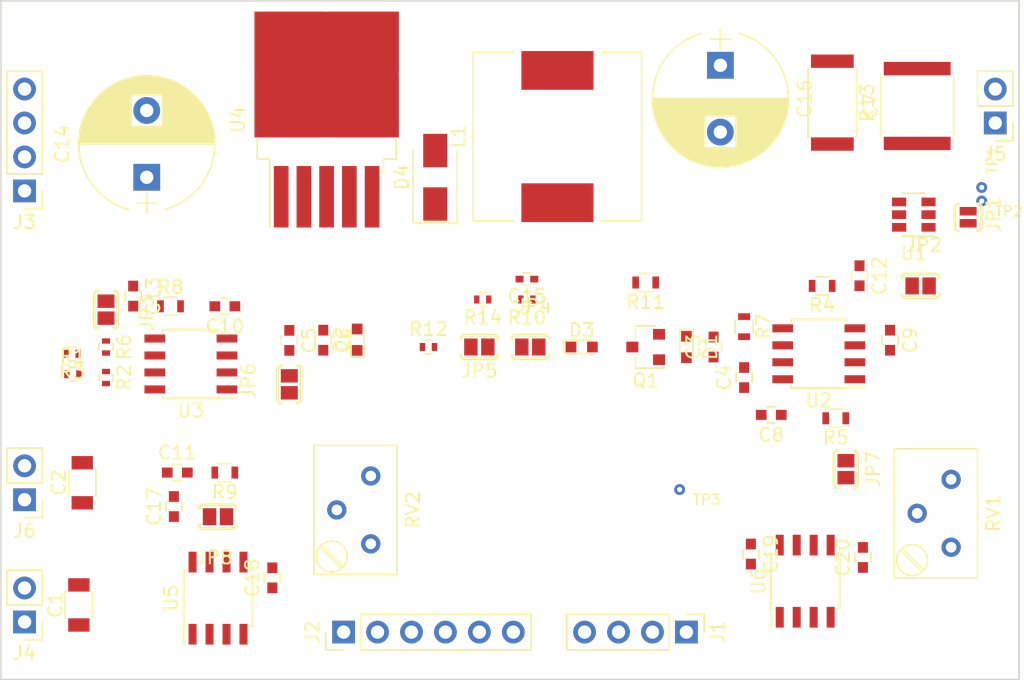
<source format=kicad_pcb>
(kicad_pcb (version 20171130) (host pcbnew "(5.1.5)-3")

  (general
    (thickness 1.6)
    (drawings 4)
    (tracks 0)
    (zones 0)
    (modules 65)
    (nets 39)
  )

  (page A4)
  (layers
    (0 F.Cu signal)
    (1 In1.Cu power)
    (2 In2.Cu power)
    (31 B.Cu signal)
    (32 B.Adhes user)
    (33 F.Adhes user)
    (34 B.Paste user)
    (35 F.Paste user)
    (36 B.SilkS user)
    (37 F.SilkS user)
    (38 B.Mask user)
    (39 F.Mask user)
    (40 Dwgs.User user)
    (41 Cmts.User user)
    (42 Eco1.User user)
    (43 Eco2.User user)
    (44 Edge.Cuts user)
    (45 Margin user)
    (46 B.CrtYd user)
    (47 F.CrtYd user)
    (48 B.Fab user hide)
    (49 F.Fab user hide)
  )

  (setup
    (last_trace_width 0.25)
    (trace_clearance 0.2)
    (zone_clearance 0.508)
    (zone_45_only no)
    (trace_min 0.2)
    (via_size 0.8)
    (via_drill 0.4)
    (via_min_size 0.4)
    (via_min_drill 0.3)
    (uvia_size 0.3)
    (uvia_drill 0.1)
    (uvias_allowed no)
    (uvia_min_size 0.2)
    (uvia_min_drill 0.1)
    (edge_width 0.05)
    (segment_width 0.2)
    (pcb_text_width 0.3)
    (pcb_text_size 1.5 1.5)
    (mod_edge_width 0.12)
    (mod_text_size 1 1)
    (mod_text_width 0.15)
    (pad_size 1.524 1.524)
    (pad_drill 0.762)
    (pad_to_mask_clearance 0.051)
    (solder_mask_min_width 0.25)
    (aux_axis_origin 0 0)
    (visible_elements 7FFFFFFF)
    (pcbplotparams
      (layerselection 0x010fc_ffffffff)
      (usegerberextensions false)
      (usegerberattributes false)
      (usegerberadvancedattributes false)
      (creategerberjobfile false)
      (excludeedgelayer true)
      (linewidth 0.100000)
      (plotframeref false)
      (viasonmask false)
      (mode 1)
      (useauxorigin false)
      (hpglpennumber 1)
      (hpglpenspeed 20)
      (hpglpendiameter 15.000000)
      (psnegative false)
      (psa4output false)
      (plotreference true)
      (plotvalue true)
      (plotinvisibletext false)
      (padsonsilk false)
      (subtractmaskfromsilk false)
      (outputformat 1)
      (mirror false)
      (drillshape 1)
      (scaleselection 1)
      (outputdirectory ""))
  )

  (net 0 "")
  (net 1 GND)
  (net 2 +5VA)
  (net 3 -5VA)
  (net 4 "Net-(C3-Pad1)")
  (net 5 "Net-(C3-Pad2)")
  (net 6 "Net-(C4-Pad2)")
  (net 7 "Net-(C5-Pad1)")
  (net 8 "Net-(C5-Pad2)")
  (net 9 "Net-(C6-Pad2)")
  (net 10 /VOUT)
  (net 11 "Net-(D3-Pad1)")
  (net 12 "Net-(D3-Pad2)")
  (net 13 /I_SET)
  (net 14 /I_ADC)
  (net 15 /V_SET)
  (net 16 /V_ADC)
  (net 17 VIN)
  (net 18 "Net-(JP1-Pad1)")
  (net 19 /V_FB)
  (net 20 "Net-(JP3-Pad1)")
  (net 21 "Net-(Q1-Pad2)")
  (net 22 "Net-(R1-Pad2)")
  (net 23 "Net-(R3-Pad1)")
  (net 24 "Net-(R5-Pad2)")
  (net 25 "Net-(R9-Pad2)")
  (net 26 "Net-(JP2-Pad1)")
  (net 27 "Net-(JP5-Pad1)")
  (net 28 /VOUT_HI)
  (net 29 "Net-(D4-Pad1)")
  (net 30 /ENABLE)
  (net 31 VDD)
  (net 32 "Net-(JP7-Pad1)")
  (net 33 "Net-(JP8-Pad1)")
  (net 34 "Net-(U5-Pad4)")
  (net 35 /SYNC)
  (net 36 /SCLK)
  (net 37 /SDIN)
  (net 38 "Net-(U6-Pad4)")

  (net_class Default "This is the default net class."
    (clearance 0.2)
    (trace_width 0.25)
    (via_dia 0.8)
    (via_drill 0.4)
    (uvia_dia 0.3)
    (uvia_drill 0.1)
    (add_net +5VA)
    (add_net -5VA)
    (add_net /ENABLE)
    (add_net /I_ADC)
    (add_net /I_SET)
    (add_net /SCLK)
    (add_net /SDIN)
    (add_net /SYNC)
    (add_net /VOUT)
    (add_net /VOUT_HI)
    (add_net /V_ADC)
    (add_net /V_FB)
    (add_net /V_SET)
    (add_net GND)
    (add_net "Net-(C3-Pad1)")
    (add_net "Net-(C3-Pad2)")
    (add_net "Net-(C4-Pad2)")
    (add_net "Net-(C5-Pad1)")
    (add_net "Net-(C5-Pad2)")
    (add_net "Net-(C6-Pad2)")
    (add_net "Net-(D3-Pad1)")
    (add_net "Net-(D3-Pad2)")
    (add_net "Net-(D4-Pad1)")
    (add_net "Net-(JP1-Pad1)")
    (add_net "Net-(JP2-Pad1)")
    (add_net "Net-(JP3-Pad1)")
    (add_net "Net-(JP5-Pad1)")
    (add_net "Net-(JP7-Pad1)")
    (add_net "Net-(JP8-Pad1)")
    (add_net "Net-(Q1-Pad2)")
    (add_net "Net-(R1-Pad2)")
    (add_net "Net-(R3-Pad1)")
    (add_net "Net-(R5-Pad2)")
    (add_net "Net-(R9-Pad2)")
    (add_net "Net-(U5-Pad4)")
    (add_net "Net-(U6-Pad4)")
    (add_net VDD)
    (add_net VIN)
  )

  (module Resistors_SMD:R_0603 (layer F.Cu) (tedit 58E0A804) (tstamp 62587444)
    (at 931.164 213.106 180)
    (descr "Resistor SMD 0603, reflow soldering, Vishay (see dcrcw.pdf)")
    (tags "resistor 0603")
    (path /62985B65)
    (attr smd)
    (fp_text reference R9 (at 0 -1.45) (layer F.SilkS)
      (effects (font (size 1 1) (thickness 0.15)))
    )
    (fp_text value VISHAY_CRCW060310K0FKEBC (at 0 1.5) (layer F.Fab)
      (effects (font (size 1 1) (thickness 0.15)))
    )
    (fp_line (start 1.25 0.7) (end -1.25 0.7) (layer F.CrtYd) (width 0.05))
    (fp_line (start 1.25 0.7) (end 1.25 -0.7) (layer F.CrtYd) (width 0.05))
    (fp_line (start -1.25 -0.7) (end -1.25 0.7) (layer F.CrtYd) (width 0.05))
    (fp_line (start -1.25 -0.7) (end 1.25 -0.7) (layer F.CrtYd) (width 0.05))
    (fp_line (start -0.5 -0.68) (end 0.5 -0.68) (layer F.SilkS) (width 0.12))
    (fp_line (start 0.5 0.68) (end -0.5 0.68) (layer F.SilkS) (width 0.12))
    (fp_line (start -0.8 -0.4) (end 0.8 -0.4) (layer F.Fab) (width 0.1))
    (fp_line (start 0.8 -0.4) (end 0.8 0.4) (layer F.Fab) (width 0.1))
    (fp_line (start 0.8 0.4) (end -0.8 0.4) (layer F.Fab) (width 0.1))
    (fp_line (start -0.8 0.4) (end -0.8 -0.4) (layer F.Fab) (width 0.1))
    (fp_text user %R (at 0 0) (layer F.Fab)
      (effects (font (size 0.4 0.4) (thickness 0.075)))
    )
    (pad 2 smd rect (at 0.75 0 180) (size 0.5 0.9) (layers F.Cu F.Paste F.Mask)
      (net 25 "Net-(R9-Pad2)"))
    (pad 1 smd rect (at -0.75 0 180) (size 0.5 0.9) (layers F.Cu F.Paste F.Mask)
      (net 15 /V_SET))
    (model ${KISYS3DMOD}/Resistors_SMD.3dshapes/R_0603.wrl
      (at (xyz 0 0 0))
      (scale (xyz 1 1 1))
      (rotate (xyz 0 0 0))
    )
  )

  (module Resistors_SMD:R_0603 (layer F.Cu) (tedit 58E0A804) (tstamp 62587433)
    (at 927.1 200.66)
    (descr "Resistor SMD 0603, reflow soldering, Vishay (see dcrcw.pdf)")
    (tags "resistor 0603")
    (path /62985190)
    (attr smd)
    (fp_text reference R8 (at 0 -1.45) (layer F.SilkS)
      (effects (font (size 1 1) (thickness 0.15)))
    )
    (fp_text value VISHAY_CRCW060310K0FKEBC (at 0 1.5) (layer F.Fab)
      (effects (font (size 1 1) (thickness 0.15)))
    )
    (fp_line (start 1.25 0.7) (end -1.25 0.7) (layer F.CrtYd) (width 0.05))
    (fp_line (start 1.25 0.7) (end 1.25 -0.7) (layer F.CrtYd) (width 0.05))
    (fp_line (start -1.25 -0.7) (end -1.25 0.7) (layer F.CrtYd) (width 0.05))
    (fp_line (start -1.25 -0.7) (end 1.25 -0.7) (layer F.CrtYd) (width 0.05))
    (fp_line (start -0.5 -0.68) (end 0.5 -0.68) (layer F.SilkS) (width 0.12))
    (fp_line (start 0.5 0.68) (end -0.5 0.68) (layer F.SilkS) (width 0.12))
    (fp_line (start -0.8 -0.4) (end 0.8 -0.4) (layer F.Fab) (width 0.1))
    (fp_line (start 0.8 -0.4) (end 0.8 0.4) (layer F.Fab) (width 0.1))
    (fp_line (start 0.8 0.4) (end -0.8 0.4) (layer F.Fab) (width 0.1))
    (fp_line (start -0.8 0.4) (end -0.8 -0.4) (layer F.Fab) (width 0.1))
    (fp_text user %R (at 0 0) (layer F.Fab)
      (effects (font (size 0.4 0.4) (thickness 0.075)))
    )
    (pad 2 smd rect (at 0.75 0) (size 0.5 0.9) (layers F.Cu F.Paste F.Mask)
      (net 8 "Net-(C5-Pad2)"))
    (pad 1 smd rect (at -0.75 0) (size 0.5 0.9) (layers F.Cu F.Paste F.Mask)
      (net 16 /V_ADC))
    (model ${KISYS3DMOD}/Resistors_SMD.3dshapes/R_0603.wrl
      (at (xyz 0 0 0))
      (scale (xyz 1 1 1))
      (rotate (xyz 0 0 0))
    )
  )

  (module Resistors_SMD:R_0603 (layer F.Cu) (tedit 58E0A804) (tstamp 62587422)
    (at 970.026 202.184 270)
    (descr "Resistor SMD 0603, reflow soldering, Vishay (see dcrcw.pdf)")
    (tags "resistor 0603")
    (path /62984A5F)
    (attr smd)
    (fp_text reference R7 (at 0 -1.45 90) (layer F.SilkS)
      (effects (font (size 1 1) (thickness 0.15)))
    )
    (fp_text value VISHAY_CRCW060310K0FKEBC (at 0 1.5 90) (layer F.Fab)
      (effects (font (size 1 1) (thickness 0.15)))
    )
    (fp_line (start 1.25 0.7) (end -1.25 0.7) (layer F.CrtYd) (width 0.05))
    (fp_line (start 1.25 0.7) (end 1.25 -0.7) (layer F.CrtYd) (width 0.05))
    (fp_line (start -1.25 -0.7) (end -1.25 0.7) (layer F.CrtYd) (width 0.05))
    (fp_line (start -1.25 -0.7) (end 1.25 -0.7) (layer F.CrtYd) (width 0.05))
    (fp_line (start -0.5 -0.68) (end 0.5 -0.68) (layer F.SilkS) (width 0.12))
    (fp_line (start 0.5 0.68) (end -0.5 0.68) (layer F.SilkS) (width 0.12))
    (fp_line (start -0.8 -0.4) (end 0.8 -0.4) (layer F.Fab) (width 0.1))
    (fp_line (start 0.8 -0.4) (end 0.8 0.4) (layer F.Fab) (width 0.1))
    (fp_line (start 0.8 0.4) (end -0.8 0.4) (layer F.Fab) (width 0.1))
    (fp_line (start -0.8 0.4) (end -0.8 -0.4) (layer F.Fab) (width 0.1))
    (fp_text user %R (at 0 0 90) (layer F.Fab)
      (effects (font (size 0.4 0.4) (thickness 0.075)))
    )
    (pad 2 smd rect (at 0.75 0 270) (size 0.5 0.9) (layers F.Cu F.Paste F.Mask)
      (net 6 "Net-(C4-Pad2)"))
    (pad 1 smd rect (at -0.75 0 270) (size 0.5 0.9) (layers F.Cu F.Paste F.Mask)
      (net 5 "Net-(C3-Pad2)"))
    (model ${KISYS3DMOD}/Resistors_SMD.3dshapes/R_0603.wrl
      (at (xyz 0 0 0))
      (scale (xyz 1 1 1))
      (rotate (xyz 0 0 0))
    )
  )

  (module Resistors_SMD:R_0603 (layer F.Cu) (tedit 58E0A804) (tstamp 625873F1)
    (at 976.884 209.042 180)
    (descr "Resistor SMD 0603, reflow soldering, Vishay (see dcrcw.pdf)")
    (tags "resistor 0603")
    (path /629844D6)
    (attr smd)
    (fp_text reference R5 (at 0 -1.45) (layer F.SilkS)
      (effects (font (size 1 1) (thickness 0.15)))
    )
    (fp_text value VISHAY_CRCW060310K0FKEBC (at 0 1.5) (layer F.Fab)
      (effects (font (size 1 1) (thickness 0.15)))
    )
    (fp_line (start 1.25 0.7) (end -1.25 0.7) (layer F.CrtYd) (width 0.05))
    (fp_line (start 1.25 0.7) (end 1.25 -0.7) (layer F.CrtYd) (width 0.05))
    (fp_line (start -1.25 -0.7) (end -1.25 0.7) (layer F.CrtYd) (width 0.05))
    (fp_line (start -1.25 -0.7) (end 1.25 -0.7) (layer F.CrtYd) (width 0.05))
    (fp_line (start -0.5 -0.68) (end 0.5 -0.68) (layer F.SilkS) (width 0.12))
    (fp_line (start 0.5 0.68) (end -0.5 0.68) (layer F.SilkS) (width 0.12))
    (fp_line (start -0.8 -0.4) (end 0.8 -0.4) (layer F.Fab) (width 0.1))
    (fp_line (start 0.8 -0.4) (end 0.8 0.4) (layer F.Fab) (width 0.1))
    (fp_line (start 0.8 0.4) (end -0.8 0.4) (layer F.Fab) (width 0.1))
    (fp_line (start -0.8 0.4) (end -0.8 -0.4) (layer F.Fab) (width 0.1))
    (fp_text user %R (at 0 0) (layer F.Fab)
      (effects (font (size 0.4 0.4) (thickness 0.075)))
    )
    (pad 2 smd rect (at 0.75 0 180) (size 0.5 0.9) (layers F.Cu F.Paste F.Mask)
      (net 24 "Net-(R5-Pad2)"))
    (pad 1 smd rect (at -0.75 0 180) (size 0.5 0.9) (layers F.Cu F.Paste F.Mask)
      (net 13 /I_SET))
    (model ${KISYS3DMOD}/Resistors_SMD.3dshapes/R_0603.wrl
      (at (xyz 0 0 0))
      (scale (xyz 1 1 1))
      (rotate (xyz 0 0 0))
    )
  )

  (module Resistors_SMD:R_0603 (layer F.Cu) (tedit 58E0A804) (tstamp 625873E0)
    (at 975.868 199.136 180)
    (descr "Resistor SMD 0603, reflow soldering, Vishay (see dcrcw.pdf)")
    (tags "resistor 0603")
    (path /62982DB6)
    (attr smd)
    (fp_text reference R4 (at 0 -1.45) (layer F.SilkS)
      (effects (font (size 1 1) (thickness 0.15)))
    )
    (fp_text value VISHAY_CRCW060310K0FKEBC (at 0 1.5) (layer F.Fab)
      (effects (font (size 1 1) (thickness 0.15)))
    )
    (fp_line (start 1.25 0.7) (end -1.25 0.7) (layer F.CrtYd) (width 0.05))
    (fp_line (start 1.25 0.7) (end 1.25 -0.7) (layer F.CrtYd) (width 0.05))
    (fp_line (start -1.25 -0.7) (end -1.25 0.7) (layer F.CrtYd) (width 0.05))
    (fp_line (start -1.25 -0.7) (end 1.25 -0.7) (layer F.CrtYd) (width 0.05))
    (fp_line (start -0.5 -0.68) (end 0.5 -0.68) (layer F.SilkS) (width 0.12))
    (fp_line (start 0.5 0.68) (end -0.5 0.68) (layer F.SilkS) (width 0.12))
    (fp_line (start -0.8 -0.4) (end 0.8 -0.4) (layer F.Fab) (width 0.1))
    (fp_line (start 0.8 -0.4) (end 0.8 0.4) (layer F.Fab) (width 0.1))
    (fp_line (start 0.8 0.4) (end -0.8 0.4) (layer F.Fab) (width 0.1))
    (fp_line (start -0.8 0.4) (end -0.8 -0.4) (layer F.Fab) (width 0.1))
    (fp_text user %R (at 0 0) (layer F.Fab)
      (effects (font (size 0.4 0.4) (thickness 0.075)))
    )
    (pad 2 smd rect (at 0.75 0 180) (size 0.5 0.9) (layers F.Cu F.Paste F.Mask)
      (net 5 "Net-(C3-Pad2)"))
    (pad 1 smd rect (at -0.75 0 180) (size 0.5 0.9) (layers F.Cu F.Paste F.Mask)
      (net 14 /I_ADC))
    (model ${KISYS3DMOD}/Resistors_SMD.3dshapes/R_0603.wrl
      (at (xyz 0 0 0))
      (scale (xyz 1 1 1))
      (rotate (xyz 0 0 0))
    )
  )

  (module Pin_Headers:Pin_Header_Straight_1x06_Pitch2.54mm (layer F.Cu) (tedit 59650532) (tstamp 6258126F)
    (at 940.054 225.044 90)
    (descr "Through hole straight pin header, 1x06, 2.54mm pitch, single row")
    (tags "Through hole pin header THT 1x06 2.54mm single row")
    (path /627F0605)
    (fp_text reference J2 (at 0 -2.33 90) (layer F.SilkS)
      (effects (font (size 1 1) (thickness 0.15)))
    )
    (fp_text value Conn_01x06 (at 0 15.03 90) (layer F.Fab)
      (effects (font (size 1 1) (thickness 0.15)))
    )
    (fp_text user %R (at 0 6.35) (layer F.Fab)
      (effects (font (size 1 1) (thickness 0.15)))
    )
    (fp_line (start 1.8 -1.8) (end -1.8 -1.8) (layer F.CrtYd) (width 0.05))
    (fp_line (start 1.8 14.5) (end 1.8 -1.8) (layer F.CrtYd) (width 0.05))
    (fp_line (start -1.8 14.5) (end 1.8 14.5) (layer F.CrtYd) (width 0.05))
    (fp_line (start -1.8 -1.8) (end -1.8 14.5) (layer F.CrtYd) (width 0.05))
    (fp_line (start -1.33 -1.33) (end 0 -1.33) (layer F.SilkS) (width 0.12))
    (fp_line (start -1.33 0) (end -1.33 -1.33) (layer F.SilkS) (width 0.12))
    (fp_line (start -1.33 1.27) (end 1.33 1.27) (layer F.SilkS) (width 0.12))
    (fp_line (start 1.33 1.27) (end 1.33 14.03) (layer F.SilkS) (width 0.12))
    (fp_line (start -1.33 1.27) (end -1.33 14.03) (layer F.SilkS) (width 0.12))
    (fp_line (start -1.33 14.03) (end 1.33 14.03) (layer F.SilkS) (width 0.12))
    (fp_line (start -1.27 -0.635) (end -0.635 -1.27) (layer F.Fab) (width 0.1))
    (fp_line (start -1.27 13.97) (end -1.27 -0.635) (layer F.Fab) (width 0.1))
    (fp_line (start 1.27 13.97) (end -1.27 13.97) (layer F.Fab) (width 0.1))
    (fp_line (start 1.27 -1.27) (end 1.27 13.97) (layer F.Fab) (width 0.1))
    (fp_line (start -0.635 -1.27) (end 1.27 -1.27) (layer F.Fab) (width 0.1))
    (pad 6 thru_hole oval (at 0 12.7 90) (size 1.7 1.7) (drill 1) (layers *.Cu *.Mask)
      (net 1 GND))
    (pad 5 thru_hole oval (at 0 10.16 90) (size 1.7 1.7) (drill 1) (layers *.Cu *.Mask)
      (net 35 /SYNC))
    (pad 4 thru_hole oval (at 0 7.62 90) (size 1.7 1.7) (drill 1) (layers *.Cu *.Mask)
      (net 37 /SDIN))
    (pad 3 thru_hole oval (at 0 5.08 90) (size 1.7 1.7) (drill 1) (layers *.Cu *.Mask)
      (net 36 /SCLK))
    (pad 2 thru_hole oval (at 0 2.54 90) (size 1.7 1.7) (drill 1) (layers *.Cu *.Mask)
      (net 30 /ENABLE))
    (pad 1 thru_hole rect (at 0 0 90) (size 1.7 1.7) (drill 1) (layers *.Cu *.Mask)
      (net 31 VDD))
    (model ${KISYS3DMOD}/Pin_Headers.3dshapes/Pin_Header_Straight_1x06_Pitch2.54mm.wrl
      (at (xyz 0 0 0))
      (scale (xyz 1 1 1))
      (rotate (xyz 0 0 0))
    )
  )

  (module Housings_SOIC:SOIC-8_3.9x4.9mm_Pitch1.27mm (layer F.Cu) (tedit 58CD0CDA) (tstamp 6257C8A0)
    (at 974.598 221.234 90)
    (descr "8-Lead Plastic Small Outline (SN) - Narrow, 3.90 mm Body [SOIC] (see Microchip Packaging Specification 00000049BS.pdf)")
    (tags "SOIC 1.27")
    (path /6287D5EE)
    (attr smd)
    (fp_text reference U6 (at 0 -3.5 90) (layer F.SilkS)
      (effects (font (size 1 1) (thickness 0.15)))
    )
    (fp_text value ANALOG_MAX539BCSA+ (at 0 3.5 90) (layer F.Fab)
      (effects (font (size 1 1) (thickness 0.15)))
    )
    (fp_line (start -2.075 -2.525) (end -3.475 -2.525) (layer F.SilkS) (width 0.15))
    (fp_line (start -2.075 2.575) (end 2.075 2.575) (layer F.SilkS) (width 0.15))
    (fp_line (start -2.075 -2.575) (end 2.075 -2.575) (layer F.SilkS) (width 0.15))
    (fp_line (start -2.075 2.575) (end -2.075 2.43) (layer F.SilkS) (width 0.15))
    (fp_line (start 2.075 2.575) (end 2.075 2.43) (layer F.SilkS) (width 0.15))
    (fp_line (start 2.075 -2.575) (end 2.075 -2.43) (layer F.SilkS) (width 0.15))
    (fp_line (start -2.075 -2.575) (end -2.075 -2.525) (layer F.SilkS) (width 0.15))
    (fp_line (start -3.73 2.7) (end 3.73 2.7) (layer F.CrtYd) (width 0.05))
    (fp_line (start -3.73 -2.7) (end 3.73 -2.7) (layer F.CrtYd) (width 0.05))
    (fp_line (start 3.73 -2.7) (end 3.73 2.7) (layer F.CrtYd) (width 0.05))
    (fp_line (start -3.73 -2.7) (end -3.73 2.7) (layer F.CrtYd) (width 0.05))
    (fp_line (start -1.95 -1.45) (end -0.95 -2.45) (layer F.Fab) (width 0.1))
    (fp_line (start -1.95 2.45) (end -1.95 -1.45) (layer F.Fab) (width 0.1))
    (fp_line (start 1.95 2.45) (end -1.95 2.45) (layer F.Fab) (width 0.1))
    (fp_line (start 1.95 -2.45) (end 1.95 2.45) (layer F.Fab) (width 0.1))
    (fp_line (start -0.95 -2.45) (end 1.95 -2.45) (layer F.Fab) (width 0.1))
    (fp_text user %R (at 0 0 90) (layer F.Fab)
      (effects (font (size 1 1) (thickness 0.15)))
    )
    (pad 8 smd rect (at 2.7 -1.905 90) (size 1.55 0.6) (layers F.Cu F.Paste F.Mask)
      (net 31 VDD))
    (pad 7 smd rect (at 2.7 -0.635 90) (size 1.55 0.6) (layers F.Cu F.Paste F.Mask)
      (net 32 "Net-(JP7-Pad1)"))
    (pad 6 smd rect (at 2.7 0.635 90) (size 1.55 0.6) (layers F.Cu F.Paste F.Mask)
      (net 2 +5VA))
    (pad 5 smd rect (at 2.7 1.905 90) (size 1.55 0.6) (layers F.Cu F.Paste F.Mask)
      (net 1 GND))
    (pad 4 smd rect (at -2.7 1.905 90) (size 1.55 0.6) (layers F.Cu F.Paste F.Mask)
      (net 38 "Net-(U6-Pad4)"))
    (pad 3 smd rect (at -2.7 0.635 90) (size 1.55 0.6) (layers F.Cu F.Paste F.Mask)
      (net 35 /SYNC))
    (pad 2 smd rect (at -2.7 -0.635 90) (size 1.55 0.6) (layers F.Cu F.Paste F.Mask)
      (net 36 /SCLK))
    (pad 1 smd rect (at -2.7 -1.905 90) (size 1.55 0.6) (layers F.Cu F.Paste F.Mask)
      (net 34 "Net-(U5-Pad4)"))
    (model ${KISYS3DMOD}/Housings_SOIC.3dshapes/SOIC-8_3.9x4.9mm_Pitch1.27mm.wrl
      (at (xyz 0 0 0))
      (scale (xyz 1 1 1))
      (rotate (xyz 0 0 0))
    )
  )

  (module Housings_SOIC:SOIC-8_3.9x4.9mm_Pitch1.27mm (layer F.Cu) (tedit 58CD0CDA) (tstamp 6257C883)
    (at 930.656 222.504 90)
    (descr "8-Lead Plastic Small Outline (SN) - Narrow, 3.90 mm Body [SOIC] (see Microchip Packaging Specification 00000049BS.pdf)")
    (tags "SOIC 1.27")
    (path /6285B8B3)
    (attr smd)
    (fp_text reference U5 (at 0 -3.5 90) (layer F.SilkS)
      (effects (font (size 1 1) (thickness 0.15)))
    )
    (fp_text value ANALOG_MAX539BCSA+ (at 0 3.5 90) (layer F.Fab)
      (effects (font (size 1 1) (thickness 0.15)))
    )
    (fp_line (start -2.075 -2.525) (end -3.475 -2.525) (layer F.SilkS) (width 0.15))
    (fp_line (start -2.075 2.575) (end 2.075 2.575) (layer F.SilkS) (width 0.15))
    (fp_line (start -2.075 -2.575) (end 2.075 -2.575) (layer F.SilkS) (width 0.15))
    (fp_line (start -2.075 2.575) (end -2.075 2.43) (layer F.SilkS) (width 0.15))
    (fp_line (start 2.075 2.575) (end 2.075 2.43) (layer F.SilkS) (width 0.15))
    (fp_line (start 2.075 -2.575) (end 2.075 -2.43) (layer F.SilkS) (width 0.15))
    (fp_line (start -2.075 -2.575) (end -2.075 -2.525) (layer F.SilkS) (width 0.15))
    (fp_line (start -3.73 2.7) (end 3.73 2.7) (layer F.CrtYd) (width 0.05))
    (fp_line (start -3.73 -2.7) (end 3.73 -2.7) (layer F.CrtYd) (width 0.05))
    (fp_line (start 3.73 -2.7) (end 3.73 2.7) (layer F.CrtYd) (width 0.05))
    (fp_line (start -3.73 -2.7) (end -3.73 2.7) (layer F.CrtYd) (width 0.05))
    (fp_line (start -1.95 -1.45) (end -0.95 -2.45) (layer F.Fab) (width 0.1))
    (fp_line (start -1.95 2.45) (end -1.95 -1.45) (layer F.Fab) (width 0.1))
    (fp_line (start 1.95 2.45) (end -1.95 2.45) (layer F.Fab) (width 0.1))
    (fp_line (start 1.95 -2.45) (end 1.95 2.45) (layer F.Fab) (width 0.1))
    (fp_line (start -0.95 -2.45) (end 1.95 -2.45) (layer F.Fab) (width 0.1))
    (fp_text user %R (at 0 0 90) (layer F.Fab)
      (effects (font (size 1 1) (thickness 0.15)))
    )
    (pad 8 smd rect (at 2.7 -1.905 90) (size 1.55 0.6) (layers F.Cu F.Paste F.Mask)
      (net 31 VDD))
    (pad 7 smd rect (at 2.7 -0.635 90) (size 1.55 0.6) (layers F.Cu F.Paste F.Mask)
      (net 33 "Net-(JP8-Pad1)"))
    (pad 6 smd rect (at 2.7 0.635 90) (size 1.55 0.6) (layers F.Cu F.Paste F.Mask)
      (net 2 +5VA))
    (pad 5 smd rect (at 2.7 1.905 90) (size 1.55 0.6) (layers F.Cu F.Paste F.Mask)
      (net 1 GND))
    (pad 4 smd rect (at -2.7 1.905 90) (size 1.55 0.6) (layers F.Cu F.Paste F.Mask)
      (net 34 "Net-(U5-Pad4)"))
    (pad 3 smd rect (at -2.7 0.635 90) (size 1.55 0.6) (layers F.Cu F.Paste F.Mask)
      (net 35 /SYNC))
    (pad 2 smd rect (at -2.7 -0.635 90) (size 1.55 0.6) (layers F.Cu F.Paste F.Mask)
      (net 36 /SCLK))
    (pad 1 smd rect (at -2.7 -1.905 90) (size 1.55 0.6) (layers F.Cu F.Paste F.Mask)
      (net 37 /SDIN))
    (model ${KISYS3DMOD}/Housings_SOIC.3dshapes/SOIC-8_3.9x4.9mm_Pitch1.27mm.wrl
      (at (xyz 0 0 0))
      (scale (xyz 1 1 1))
      (rotate (xyz 0 0 0))
    )
  )

  (module Housings_SOIC:SOIC-8_3.9x4.9mm_Pitch1.27mm (layer F.Cu) (tedit 58CD0CDA) (tstamp 6257C7D0)
    (at 975.614 204.216 180)
    (descr "8-Lead Plastic Small Outline (SN) - Narrow, 3.90 mm Body [SOIC] (see Microchip Packaging Specification 00000049BS.pdf)")
    (tags "SOIC 1.27")
    (path /62698208)
    (attr smd)
    (fp_text reference U2 (at 0 -3.5) (layer F.SilkS)
      (effects (font (size 1 1) (thickness 0.15)))
    )
    (fp_text value TI_TL072HIDBVR (at 0 3.5) (layer F.Fab)
      (effects (font (size 1 1) (thickness 0.15)))
    )
    (fp_line (start -2.075 -2.525) (end -3.475 -2.525) (layer F.SilkS) (width 0.15))
    (fp_line (start -2.075 2.575) (end 2.075 2.575) (layer F.SilkS) (width 0.15))
    (fp_line (start -2.075 -2.575) (end 2.075 -2.575) (layer F.SilkS) (width 0.15))
    (fp_line (start -2.075 2.575) (end -2.075 2.43) (layer F.SilkS) (width 0.15))
    (fp_line (start 2.075 2.575) (end 2.075 2.43) (layer F.SilkS) (width 0.15))
    (fp_line (start 2.075 -2.575) (end 2.075 -2.43) (layer F.SilkS) (width 0.15))
    (fp_line (start -2.075 -2.575) (end -2.075 -2.525) (layer F.SilkS) (width 0.15))
    (fp_line (start -3.73 2.7) (end 3.73 2.7) (layer F.CrtYd) (width 0.05))
    (fp_line (start -3.73 -2.7) (end 3.73 -2.7) (layer F.CrtYd) (width 0.05))
    (fp_line (start 3.73 -2.7) (end 3.73 2.7) (layer F.CrtYd) (width 0.05))
    (fp_line (start -3.73 -2.7) (end -3.73 2.7) (layer F.CrtYd) (width 0.05))
    (fp_line (start -1.95 -1.45) (end -0.95 -2.45) (layer F.Fab) (width 0.1))
    (fp_line (start -1.95 2.45) (end -1.95 -1.45) (layer F.Fab) (width 0.1))
    (fp_line (start 1.95 2.45) (end -1.95 2.45) (layer F.Fab) (width 0.1))
    (fp_line (start 1.95 -2.45) (end 1.95 2.45) (layer F.Fab) (width 0.1))
    (fp_line (start -0.95 -2.45) (end 1.95 -2.45) (layer F.Fab) (width 0.1))
    (fp_text user %R (at 0 0) (layer F.Fab)
      (effects (font (size 1 1) (thickness 0.15)))
    )
    (pad 8 smd rect (at 2.7 -1.905 180) (size 1.55 0.6) (layers F.Cu F.Paste F.Mask)
      (net 2 +5VA))
    (pad 7 smd rect (at 2.7 -0.635 180) (size 1.55 0.6) (layers F.Cu F.Paste F.Mask)
      (net 4 "Net-(C3-Pad1)"))
    (pad 6 smd rect (at 2.7 0.635 180) (size 1.55 0.6) (layers F.Cu F.Paste F.Mask)
      (net 24 "Net-(R5-Pad2)"))
    (pad 5 smd rect (at 2.7 1.905 180) (size 1.55 0.6) (layers F.Cu F.Paste F.Mask)
      (net 5 "Net-(C3-Pad2)"))
    (pad 4 smd rect (at -2.7 1.905 180) (size 1.55 0.6) (layers F.Cu F.Paste F.Mask)
      (net 3 -5VA))
    (pad 3 smd rect (at -2.7 0.635 180) (size 1.55 0.6) (layers F.Cu F.Paste F.Mask))
    (pad 2 smd rect (at -2.7 -0.635 180) (size 1.55 0.6) (layers F.Cu F.Paste F.Mask))
    (pad 1 smd rect (at -2.7 -1.905 180) (size 1.55 0.6) (layers F.Cu F.Paste F.Mask))
    (model ${KISYS3DMOD}/Housings_SOIC.3dshapes/SOIC-8_3.9x4.9mm_Pitch1.27mm.wrl
      (at (xyz 0 0 0))
      (scale (xyz 1 1 1))
      (rotate (xyz 0 0 0))
    )
  )

  (module TO_SOT_Packages_SMD:SOT-23-6 (layer F.Cu) (tedit 58CE4E7E) (tstamp 6257C7B3)
    (at 982.726 193.802 180)
    (descr "6-pin SOT-23 package")
    (tags SOT-23-6)
    (path /62643B6B)
    (attr smd)
    (fp_text reference U1 (at 0 -2.9) (layer F.SilkS)
      (effects (font (size 1 1) (thickness 0.15)))
    )
    (fp_text value TI_INA181A2 (at 0 2.9) (layer F.Fab)
      (effects (font (size 1 1) (thickness 0.15)))
    )
    (fp_line (start 0.9 -1.55) (end 0.9 1.55) (layer F.Fab) (width 0.1))
    (fp_line (start 0.9 1.55) (end -0.9 1.55) (layer F.Fab) (width 0.1))
    (fp_line (start -0.9 -0.9) (end -0.9 1.55) (layer F.Fab) (width 0.1))
    (fp_line (start 0.9 -1.55) (end -0.25 -1.55) (layer F.Fab) (width 0.1))
    (fp_line (start -0.9 -0.9) (end -0.25 -1.55) (layer F.Fab) (width 0.1))
    (fp_line (start -1.9 -1.8) (end -1.9 1.8) (layer F.CrtYd) (width 0.05))
    (fp_line (start -1.9 1.8) (end 1.9 1.8) (layer F.CrtYd) (width 0.05))
    (fp_line (start 1.9 1.8) (end 1.9 -1.8) (layer F.CrtYd) (width 0.05))
    (fp_line (start 1.9 -1.8) (end -1.9 -1.8) (layer F.CrtYd) (width 0.05))
    (fp_line (start 0.9 -1.61) (end -1.55 -1.61) (layer F.SilkS) (width 0.12))
    (fp_line (start -0.9 1.61) (end 0.9 1.61) (layer F.SilkS) (width 0.12))
    (fp_text user %R (at 0 0 90) (layer F.Fab)
      (effects (font (size 0.5 0.5) (thickness 0.075)))
    )
    (pad 5 smd rect (at 1.1 0 180) (size 1.06 0.65) (layers F.Cu F.Paste F.Mask)
      (net 18 "Net-(JP1-Pad1)"))
    (pad 6 smd rect (at 1.1 -0.95 180) (size 1.06 0.65) (layers F.Cu F.Paste F.Mask)
      (net 2 +5VA))
    (pad 4 smd rect (at 1.1 0.95 180) (size 1.06 0.65) (layers F.Cu F.Paste F.Mask)
      (net 10 /VOUT))
    (pad 3 smd rect (at -1.1 0.95 180) (size 1.06 0.65) (layers F.Cu F.Paste F.Mask)
      (net 28 /VOUT_HI))
    (pad 2 smd rect (at -1.1 0 180) (size 1.06 0.65) (layers F.Cu F.Paste F.Mask)
      (net 1 GND))
    (pad 1 smd rect (at -1.1 -0.95 180) (size 1.06 0.65) (layers F.Cu F.Paste F.Mask)
      (net 26 "Net-(JP2-Pad1)"))
    (model ${KISYS3DMOD}/TO_SOT_Packages_SMD.3dshapes/SOT-23-6.wrl
      (at (xyz 0 0 0))
      (scale (xyz 1 1 1))
      (rotate (xyz 0 0 0))
    )
  )

  (module Potentiometers:Potentiometer_Trimmer_Bourns_3299Y (layer F.Cu) (tedit 58826B0B) (tstamp 6257C77F)
    (at 942.086 218.44 270)
    (descr "Spindle Trimmer Potentiometer, Bourns 3299Y, https://www.bourns.com/pdfs/3299.pdf")
    (tags "Spindle Trimmer Potentiometer   Bourns 3299Y")
    (path /6266903A)
    (fp_text reference RV2 (at -2.54 -3.16 90) (layer F.SilkS)
      (effects (font (size 1 1) (thickness 0.15)))
    )
    (fp_text value BOURNS_PV37W203C01B00 (at -2.54 5.44 90) (layer F.Fab)
      (effects (font (size 1 1) (thickness 0.15)))
    )
    (fp_line (start 2.5 -2.2) (end -7.6 -2.2) (layer F.CrtYd) (width 0.05))
    (fp_line (start 2.5 4.45) (end 2.5 -2.2) (layer F.CrtYd) (width 0.05))
    (fp_line (start -7.6 4.45) (end 2.5 4.45) (layer F.CrtYd) (width 0.05))
    (fp_line (start -7.6 -2.2) (end -7.6 4.45) (layer F.CrtYd) (width 0.05))
    (fp_line (start 1.691 2.045) (end 0.079 3.655) (layer F.SilkS) (width 0.12))
    (fp_line (start 1.831 2.186) (end 0.22 3.796) (layer F.SilkS) (width 0.12))
    (fp_line (start 2.285 -1.97) (end 2.285 4.25) (layer F.SilkS) (width 0.12))
    (fp_line (start -7.365 -1.97) (end -7.365 4.25) (layer F.SilkS) (width 0.12))
    (fp_line (start -7.365 4.25) (end 2.285 4.25) (layer F.SilkS) (width 0.12))
    (fp_line (start -7.365 -1.97) (end 2.285 -1.97) (layer F.SilkS) (width 0.12))
    (fp_line (start 1.652 2.09) (end 0.125 3.617) (layer F.Fab) (width 0.1))
    (fp_line (start 1.786 2.224) (end 0.259 3.751) (layer F.Fab) (width 0.1))
    (fp_line (start 2.225 -1.91) (end -7.305 -1.91) (layer F.Fab) (width 0.1))
    (fp_line (start 2.225 4.19) (end 2.225 -1.91) (layer F.Fab) (width 0.1))
    (fp_line (start -7.305 4.19) (end 2.225 4.19) (layer F.Fab) (width 0.1))
    (fp_line (start -7.305 -1.91) (end -7.305 4.19) (layer F.Fab) (width 0.1))
    (fp_circle (center 0.955 2.92) (end 2.11 2.92) (layer F.SilkS) (width 0.12))
    (fp_circle (center 0.955 2.92) (end 2.05 2.92) (layer F.Fab) (width 0.1))
    (pad 3 thru_hole circle (at -5.08 0 270) (size 1.44 1.44) (drill 0.8) (layers *.Cu *.Mask)
      (net 1 GND))
    (pad 2 thru_hole circle (at -2.54 2.54 270) (size 1.44 1.44) (drill 0.8) (layers *.Cu *.Mask)
      (net 15 /V_SET))
    (pad 1 thru_hole circle (at 0 0 270) (size 1.44 1.44) (drill 0.8) (layers *.Cu *.Mask)
      (net 2 +5VA))
    (model Potentiometers.3dshapes/Potentiometer_Trimmer_Bourns_3299Y.wrl
      (at (xyz 0 0 0))
      (scale (xyz 0.393701 0.393701 0.393701))
      (rotate (xyz 0 0 0))
    )
  )

  (module Potentiometers:Potentiometer_Trimmer_Bourns_3299Y (layer F.Cu) (tedit 58826B0B) (tstamp 6257C766)
    (at 985.52 218.694 270)
    (descr "Spindle Trimmer Potentiometer, Bourns 3299Y, https://www.bourns.com/pdfs/3299.pdf")
    (tags "Spindle Trimmer Potentiometer   Bourns 3299Y")
    (path /62647C9F)
    (fp_text reference RV1 (at -2.54 -3.16 90) (layer F.SilkS)
      (effects (font (size 1 1) (thickness 0.15)))
    )
    (fp_text value BOURNS_PV37W203C01B00 (at -2.54 5.44 90) (layer F.Fab)
      (effects (font (size 1 1) (thickness 0.15)))
    )
    (fp_line (start 2.5 -2.2) (end -7.6 -2.2) (layer F.CrtYd) (width 0.05))
    (fp_line (start 2.5 4.45) (end 2.5 -2.2) (layer F.CrtYd) (width 0.05))
    (fp_line (start -7.6 4.45) (end 2.5 4.45) (layer F.CrtYd) (width 0.05))
    (fp_line (start -7.6 -2.2) (end -7.6 4.45) (layer F.CrtYd) (width 0.05))
    (fp_line (start 1.691 2.045) (end 0.079 3.655) (layer F.SilkS) (width 0.12))
    (fp_line (start 1.831 2.186) (end 0.22 3.796) (layer F.SilkS) (width 0.12))
    (fp_line (start 2.285 -1.97) (end 2.285 4.25) (layer F.SilkS) (width 0.12))
    (fp_line (start -7.365 -1.97) (end -7.365 4.25) (layer F.SilkS) (width 0.12))
    (fp_line (start -7.365 4.25) (end 2.285 4.25) (layer F.SilkS) (width 0.12))
    (fp_line (start -7.365 -1.97) (end 2.285 -1.97) (layer F.SilkS) (width 0.12))
    (fp_line (start 1.652 2.09) (end 0.125 3.617) (layer F.Fab) (width 0.1))
    (fp_line (start 1.786 2.224) (end 0.259 3.751) (layer F.Fab) (width 0.1))
    (fp_line (start 2.225 -1.91) (end -7.305 -1.91) (layer F.Fab) (width 0.1))
    (fp_line (start 2.225 4.19) (end 2.225 -1.91) (layer F.Fab) (width 0.1))
    (fp_line (start -7.305 4.19) (end 2.225 4.19) (layer F.Fab) (width 0.1))
    (fp_line (start -7.305 -1.91) (end -7.305 4.19) (layer F.Fab) (width 0.1))
    (fp_circle (center 0.955 2.92) (end 2.11 2.92) (layer F.SilkS) (width 0.12))
    (fp_circle (center 0.955 2.92) (end 2.05 2.92) (layer F.Fab) (width 0.1))
    (pad 3 thru_hole circle (at -5.08 0 270) (size 1.44 1.44) (drill 0.8) (layers *.Cu *.Mask)
      (net 1 GND))
    (pad 2 thru_hole circle (at -2.54 2.54 270) (size 1.44 1.44) (drill 0.8) (layers *.Cu *.Mask)
      (net 13 /I_SET))
    (pad 1 thru_hole circle (at 0 0 270) (size 1.44 1.44) (drill 0.8) (layers *.Cu *.Mask)
      (net 2 +5VA))
    (model Potentiometers.3dshapes/Potentiometer_Trimmer_Bourns_3299Y.wrl
      (at (xyz 0 0 0))
      (scale (xyz 0.393701 0.393701 0.393701))
      (rotate (xyz 0 0 0))
    )
  )

  (module DBLS_Misc:PAD_JUMPER_2PIN_0603 (layer F.Cu) (tedit 6243B496) (tstamp 6257C4C9)
    (at 930.656 216.408)
    (path /62819DC8)
    (fp_text reference JP8 (at -0.254 3.048) (layer F.SilkS)
      (effects (font (size 1 1) (thickness 0.15)))
    )
    (fp_text value PAD_JUMPER_2PIN_0603 (at 0.1 -2.2) (layer F.Fab)
      (effects (font (size 1 1) (thickness 0.15)))
    )
    (fp_arc (start 1.143 -0.635) (end 1.19126 -0.88392) (angle 90) (layer F.SilkS) (width 0.2032))
    (fp_line (start 1.143 0.889) (end -1.143 0.889) (layer F.SilkS) (width 0.2032))
    (fp_arc (start -1.143 0.635) (end -1.19126 0.88392) (angle 90) (layer F.SilkS) (width 0.2032))
    (fp_line (start -1.143 -0.889) (end 1.143 -0.889) (layer F.SilkS) (width 0.2032))
    (fp_arc (start -1.143 -0.635) (end -1.39192 -0.5842) (angle 90) (layer F.SilkS) (width 0.2032))
    (fp_arc (start 1.143 0.635) (end 1.39192 0.5842) (angle 90) (layer F.SilkS) (width 0.2032))
    (pad 2 smd rect (at 0.635 0) (size 1.00584 1.27) (layers F.Cu F.Paste F.Mask)
      (net 15 /V_SET))
    (pad 1 smd rect (at -0.635 0) (size 1.00584 1.27) (layers F.Cu F.Paste F.Mask)
      (net 33 "Net-(JP8-Pad1)"))
  )

  (module DBLS_Misc:PAD_JUMPER_2PIN_0603 (layer F.Cu) (tedit 6243B496) (tstamp 6257C4BD)
    (at 977.646 212.852 90)
    (path /6287D5E1)
    (fp_text reference JP7 (at 0 2.032 90) (layer F.SilkS)
      (effects (font (size 1 1) (thickness 0.15)))
    )
    (fp_text value PAD_JUMPER_2PIN_0603 (at 0.1 -2.2 90) (layer F.Fab)
      (effects (font (size 1 1) (thickness 0.15)))
    )
    (fp_arc (start 1.143 -0.635) (end 1.19126 -0.88392) (angle 90) (layer F.SilkS) (width 0.2032))
    (fp_line (start 1.143 0.889) (end -1.143 0.889) (layer F.SilkS) (width 0.2032))
    (fp_arc (start -1.143 0.635) (end -1.19126 0.88392) (angle 90) (layer F.SilkS) (width 0.2032))
    (fp_line (start -1.143 -0.889) (end 1.143 -0.889) (layer F.SilkS) (width 0.2032))
    (fp_arc (start -1.143 -0.635) (end -1.39192 -0.5842) (angle 90) (layer F.SilkS) (width 0.2032))
    (fp_arc (start 1.143 0.635) (end 1.39192 0.5842) (angle 90) (layer F.SilkS) (width 0.2032))
    (pad 2 smd rect (at 0.635 0 90) (size 1.00584 1.27) (layers F.Cu F.Paste F.Mask)
      (net 13 /I_SET))
    (pad 1 smd rect (at -0.635 0 90) (size 1.00584 1.27) (layers F.Cu F.Paste F.Mask)
      (net 32 "Net-(JP7-Pad1)"))
  )

  (module Capacitors_SMD:C_0603 (layer F.Cu) (tedit 59958EE7) (tstamp 6257C2AD)
    (at 978.916 219.456 90)
    (descr "Capacitor SMD 0603, reflow soldering, AVX (see smccp.pdf)")
    (tags "capacitor 0603")
    (path /6287D5B3)
    (attr smd)
    (fp_text reference C20 (at 0 -1.5 90) (layer F.SilkS)
      (effects (font (size 1 1) (thickness 0.15)))
    )
    (fp_text value MURATA_GCJ188R91H104KA01D (at 0 1.5 90) (layer F.Fab)
      (effects (font (size 1 1) (thickness 0.15)))
    )
    (fp_text user %R (at 0 0 90) (layer F.Fab)
      (effects (font (size 0.3 0.3) (thickness 0.075)))
    )
    (fp_line (start -0.8 0.4) (end -0.8 -0.4) (layer F.Fab) (width 0.1))
    (fp_line (start 0.8 0.4) (end -0.8 0.4) (layer F.Fab) (width 0.1))
    (fp_line (start 0.8 -0.4) (end 0.8 0.4) (layer F.Fab) (width 0.1))
    (fp_line (start -0.8 -0.4) (end 0.8 -0.4) (layer F.Fab) (width 0.1))
    (fp_line (start -0.35 -0.6) (end 0.35 -0.6) (layer F.SilkS) (width 0.12))
    (fp_line (start 0.35 0.6) (end -0.35 0.6) (layer F.SilkS) (width 0.12))
    (fp_line (start -1.4 -0.65) (end 1.4 -0.65) (layer F.CrtYd) (width 0.05))
    (fp_line (start -1.4 -0.65) (end -1.4 0.65) (layer F.CrtYd) (width 0.05))
    (fp_line (start 1.4 0.65) (end 1.4 -0.65) (layer F.CrtYd) (width 0.05))
    (fp_line (start 1.4 0.65) (end -1.4 0.65) (layer F.CrtYd) (width 0.05))
    (pad 1 smd rect (at -0.75 0 90) (size 0.8 0.75) (layers F.Cu F.Paste F.Mask)
      (net 2 +5VA))
    (pad 2 smd rect (at 0.75 0 90) (size 0.8 0.75) (layers F.Cu F.Paste F.Mask)
      (net 1 GND))
    (model Capacitors_SMD.3dshapes/C_0603.wrl
      (at (xyz 0 0 0))
      (scale (xyz 1 1 1))
      (rotate (xyz 0 0 0))
    )
  )

  (module Capacitors_SMD:C_0603 (layer F.Cu) (tedit 59958EE7) (tstamp 6257C29C)
    (at 970.534 219.202 270)
    (descr "Capacitor SMD 0603, reflow soldering, AVX (see smccp.pdf)")
    (tags "capacitor 0603")
    (path /6287D5C1)
    (attr smd)
    (fp_text reference C19 (at 0 -1.5 90) (layer F.SilkS)
      (effects (font (size 1 1) (thickness 0.15)))
    )
    (fp_text value MURATA_GCJ188R91H104KA01D (at 0 1.5 90) (layer F.Fab)
      (effects (font (size 1 1) (thickness 0.15)))
    )
    (fp_text user %R (at 0 0 90) (layer F.Fab)
      (effects (font (size 0.3 0.3) (thickness 0.075)))
    )
    (fp_line (start -0.8 0.4) (end -0.8 -0.4) (layer F.Fab) (width 0.1))
    (fp_line (start 0.8 0.4) (end -0.8 0.4) (layer F.Fab) (width 0.1))
    (fp_line (start 0.8 -0.4) (end 0.8 0.4) (layer F.Fab) (width 0.1))
    (fp_line (start -0.8 -0.4) (end 0.8 -0.4) (layer F.Fab) (width 0.1))
    (fp_line (start -0.35 -0.6) (end 0.35 -0.6) (layer F.SilkS) (width 0.12))
    (fp_line (start 0.35 0.6) (end -0.35 0.6) (layer F.SilkS) (width 0.12))
    (fp_line (start -1.4 -0.65) (end 1.4 -0.65) (layer F.CrtYd) (width 0.05))
    (fp_line (start -1.4 -0.65) (end -1.4 0.65) (layer F.CrtYd) (width 0.05))
    (fp_line (start 1.4 0.65) (end 1.4 -0.65) (layer F.CrtYd) (width 0.05))
    (fp_line (start 1.4 0.65) (end -1.4 0.65) (layer F.CrtYd) (width 0.05))
    (pad 1 smd rect (at -0.75 0 270) (size 0.8 0.75) (layers F.Cu F.Paste F.Mask)
      (net 31 VDD))
    (pad 2 smd rect (at 0.75 0 270) (size 0.8 0.75) (layers F.Cu F.Paste F.Mask)
      (net 1 GND))
    (model Capacitors_SMD.3dshapes/C_0603.wrl
      (at (xyz 0 0 0))
      (scale (xyz 1 1 1))
      (rotate (xyz 0 0 0))
    )
  )

  (module Capacitors_SMD:C_0603 (layer F.Cu) (tedit 59958EE7) (tstamp 6257C28B)
    (at 934.72 220.98 90)
    (descr "Capacitor SMD 0603, reflow soldering, AVX (see smccp.pdf)")
    (tags "capacitor 0603")
    (path /626FD481)
    (attr smd)
    (fp_text reference C18 (at 0 -1.5 90) (layer F.SilkS)
      (effects (font (size 1 1) (thickness 0.15)))
    )
    (fp_text value MURATA_GCJ188R91H104KA01D (at 0 1.5 90) (layer F.Fab)
      (effects (font (size 1 1) (thickness 0.15)))
    )
    (fp_text user %R (at 0 0 90) (layer F.Fab)
      (effects (font (size 0.3 0.3) (thickness 0.075)))
    )
    (fp_line (start -0.8 0.4) (end -0.8 -0.4) (layer F.Fab) (width 0.1))
    (fp_line (start 0.8 0.4) (end -0.8 0.4) (layer F.Fab) (width 0.1))
    (fp_line (start 0.8 -0.4) (end 0.8 0.4) (layer F.Fab) (width 0.1))
    (fp_line (start -0.8 -0.4) (end 0.8 -0.4) (layer F.Fab) (width 0.1))
    (fp_line (start -0.35 -0.6) (end 0.35 -0.6) (layer F.SilkS) (width 0.12))
    (fp_line (start 0.35 0.6) (end -0.35 0.6) (layer F.SilkS) (width 0.12))
    (fp_line (start -1.4 -0.65) (end 1.4 -0.65) (layer F.CrtYd) (width 0.05))
    (fp_line (start -1.4 -0.65) (end -1.4 0.65) (layer F.CrtYd) (width 0.05))
    (fp_line (start 1.4 0.65) (end 1.4 -0.65) (layer F.CrtYd) (width 0.05))
    (fp_line (start 1.4 0.65) (end -1.4 0.65) (layer F.CrtYd) (width 0.05))
    (pad 1 smd rect (at -0.75 0 90) (size 0.8 0.75) (layers F.Cu F.Paste F.Mask)
      (net 2 +5VA))
    (pad 2 smd rect (at 0.75 0 90) (size 0.8 0.75) (layers F.Cu F.Paste F.Mask)
      (net 1 GND))
    (model Capacitors_SMD.3dshapes/C_0603.wrl
      (at (xyz 0 0 0))
      (scale (xyz 1 1 1))
      (rotate (xyz 0 0 0))
    )
  )

  (module Capacitors_SMD:C_0603 (layer F.Cu) (tedit 59958EE7) (tstamp 6257C27A)
    (at 927.354 215.646 90)
    (descr "Capacitor SMD 0603, reflow soldering, AVX (see smccp.pdf)")
    (tags "capacitor 0603")
    (path /626FE63C)
    (attr smd)
    (fp_text reference C17 (at 0 -1.5 90) (layer F.SilkS)
      (effects (font (size 1 1) (thickness 0.15)))
    )
    (fp_text value MURATA_GCJ188R91H104KA01D (at 0 1.5 90) (layer F.Fab)
      (effects (font (size 1 1) (thickness 0.15)))
    )
    (fp_text user %R (at 0 0 90) (layer F.Fab)
      (effects (font (size 0.3 0.3) (thickness 0.075)))
    )
    (fp_line (start -0.8 0.4) (end -0.8 -0.4) (layer F.Fab) (width 0.1))
    (fp_line (start 0.8 0.4) (end -0.8 0.4) (layer F.Fab) (width 0.1))
    (fp_line (start 0.8 -0.4) (end 0.8 0.4) (layer F.Fab) (width 0.1))
    (fp_line (start -0.8 -0.4) (end 0.8 -0.4) (layer F.Fab) (width 0.1))
    (fp_line (start -0.35 -0.6) (end 0.35 -0.6) (layer F.SilkS) (width 0.12))
    (fp_line (start 0.35 0.6) (end -0.35 0.6) (layer F.SilkS) (width 0.12))
    (fp_line (start -1.4 -0.65) (end 1.4 -0.65) (layer F.CrtYd) (width 0.05))
    (fp_line (start -1.4 -0.65) (end -1.4 0.65) (layer F.CrtYd) (width 0.05))
    (fp_line (start 1.4 0.65) (end 1.4 -0.65) (layer F.CrtYd) (width 0.05))
    (fp_line (start 1.4 0.65) (end -1.4 0.65) (layer F.CrtYd) (width 0.05))
    (pad 1 smd rect (at -0.75 0 90) (size 0.8 0.75) (layers F.Cu F.Paste F.Mask)
      (net 31 VDD))
    (pad 2 smd rect (at 0.75 0 90) (size 0.8 0.75) (layers F.Cu F.Paste F.Mask)
      (net 1 GND))
    (model Capacitors_SMD.3dshapes/C_0603.wrl
      (at (xyz 0 0 0))
      (scale (xyz 1 1 1))
      (rotate (xyz 0 0 0))
    )
  )

  (module TO_SOT_Packages_SMD:TO-263-5_TabPin6 (layer F.Cu) (tedit 590079C0) (tstamp 6257AAE4)
    (at 938.784 186.69 90)
    (descr "TO-263 / D2PAK / DDPAK SMD package, http://www.infineon.com/cms/en/product/packages/PG-TO263/PG-TO263-5-1/")
    (tags "D2PAK DDPAK TO-263 D2PAK-5 TO-263-5 SOT-426")
    (path /625C87E2)
    (attr smd)
    (fp_text reference U4 (at 0 -6.65 90) (layer F.SilkS)
      (effects (font (size 1 1) (thickness 0.15)))
    )
    (fp_text value NATIONALSEMI_LM2596SX-ADJ (at 0 6.65 90) (layer F.Fab)
      (effects (font (size 1 1) (thickness 0.15)))
    )
    (fp_text user %R (at 0 0 90) (layer F.Fab)
      (effects (font (size 1 1) (thickness 0.15)))
    )
    (fp_line (start 8.32 -5.65) (end -8.32 -5.65) (layer F.CrtYd) (width 0.05))
    (fp_line (start 8.32 5.65) (end 8.32 -5.65) (layer F.CrtYd) (width 0.05))
    (fp_line (start -8.32 5.65) (end 8.32 5.65) (layer F.CrtYd) (width 0.05))
    (fp_line (start -8.32 -5.65) (end -8.32 5.65) (layer F.CrtYd) (width 0.05))
    (fp_line (start -2.95 4.25) (end -4.05 4.25) (layer F.SilkS) (width 0.12))
    (fp_line (start -2.95 5.2) (end -2.95 4.25) (layer F.SilkS) (width 0.12))
    (fp_line (start -1.45 5.2) (end -2.95 5.2) (layer F.SilkS) (width 0.12))
    (fp_line (start -2.95 -4.25) (end -8.075 -4.25) (layer F.SilkS) (width 0.12))
    (fp_line (start -2.95 -5.2) (end -2.95 -4.25) (layer F.SilkS) (width 0.12))
    (fp_line (start -1.45 -5.2) (end -2.95 -5.2) (layer F.SilkS) (width 0.12))
    (fp_line (start -7.45 3.8) (end -2.75 3.8) (layer F.Fab) (width 0.1))
    (fp_line (start -7.45 3) (end -7.45 3.8) (layer F.Fab) (width 0.1))
    (fp_line (start -2.75 3) (end -7.45 3) (layer F.Fab) (width 0.1))
    (fp_line (start -7.45 2.1) (end -2.75 2.1) (layer F.Fab) (width 0.1))
    (fp_line (start -7.45 1.3) (end -7.45 2.1) (layer F.Fab) (width 0.1))
    (fp_line (start -2.75 1.3) (end -7.45 1.3) (layer F.Fab) (width 0.1))
    (fp_line (start -7.45 0.4) (end -2.75 0.4) (layer F.Fab) (width 0.1))
    (fp_line (start -7.45 -0.4) (end -7.45 0.4) (layer F.Fab) (width 0.1))
    (fp_line (start -2.75 -0.4) (end -7.45 -0.4) (layer F.Fab) (width 0.1))
    (fp_line (start -7.45 -1.3) (end -2.75 -1.3) (layer F.Fab) (width 0.1))
    (fp_line (start -7.45 -2.1) (end -7.45 -1.3) (layer F.Fab) (width 0.1))
    (fp_line (start -2.75 -2.1) (end -7.45 -2.1) (layer F.Fab) (width 0.1))
    (fp_line (start -7.45 -3) (end -2.75 -3) (layer F.Fab) (width 0.1))
    (fp_line (start -7.45 -3.8) (end -7.45 -3) (layer F.Fab) (width 0.1))
    (fp_line (start -2.75 -3.8) (end -7.45 -3.8) (layer F.Fab) (width 0.1))
    (fp_line (start -1.75 -5) (end 6.5 -5) (layer F.Fab) (width 0.1))
    (fp_line (start -2.75 -4) (end -1.75 -5) (layer F.Fab) (width 0.1))
    (fp_line (start -2.75 5) (end -2.75 -4) (layer F.Fab) (width 0.1))
    (fp_line (start 6.5 5) (end -2.75 5) (layer F.Fab) (width 0.1))
    (fp_line (start 6.5 -5) (end 6.5 5) (layer F.Fab) (width 0.1))
    (fp_line (start 7.5 5) (end 6.5 5) (layer F.Fab) (width 0.1))
    (fp_line (start 7.5 -5) (end 7.5 5) (layer F.Fab) (width 0.1))
    (fp_line (start 6.5 -5) (end 7.5 -5) (layer F.Fab) (width 0.1))
    (pad 6 smd rect (at 0.95 2.775 90) (size 4.55 5.25) (layers F.Cu F.Paste)
      (net 1 GND))
    (pad 6 smd rect (at 5.8 -2.775 90) (size 4.55 5.25) (layers F.Cu F.Paste)
      (net 1 GND))
    (pad 6 smd rect (at 0.95 -2.775 90) (size 4.55 5.25) (layers F.Cu F.Paste)
      (net 1 GND))
    (pad 6 smd rect (at 5.8 2.775 90) (size 4.55 5.25) (layers F.Cu F.Paste)
      (net 1 GND))
    (pad 6 smd rect (at 3.375 0 90) (size 9.4 10.8) (layers F.Cu F.Mask)
      (net 1 GND))
    (pad 5 smd rect (at -5.775 3.4 90) (size 4.6 1.1) (layers F.Cu F.Paste F.Mask)
      (net 30 /ENABLE))
    (pad 4 smd rect (at -5.775 1.7 90) (size 4.6 1.1) (layers F.Cu F.Paste F.Mask)
      (net 19 /V_FB))
    (pad 3 smd rect (at -5.775 0 90) (size 4.6 1.1) (layers F.Cu F.Paste F.Mask)
      (net 1 GND))
    (pad 2 smd rect (at -5.775 -1.7 90) (size 4.6 1.1) (layers F.Cu F.Paste F.Mask)
      (net 29 "Net-(D4-Pad1)"))
    (pad 1 smd rect (at -5.775 -3.4 90) (size 4.6 1.1) (layers F.Cu F.Paste F.Mask)
      (net 17 VIN))
    (model ${KISYS3DMOD}/TO_SOT_Packages_SMD.3dshapes/TO-263-5_TabPin6.wrl
      (at (xyz 0 0 0))
      (scale (xyz 1 1 1))
      (rotate (xyz 0 0 0))
    )
  )

  (module Resistors_SMD:R_0402 (layer F.Cu) (tedit 58E0A804) (tstamp 6257AA26)
    (at 950.468 200.152 180)
    (descr "Resistor SMD 0402, reflow soldering, Vishay (see dcrcw.pdf)")
    (tags "resistor 0402")
    (path /625C8825)
    (attr smd)
    (fp_text reference R14 (at 0 -1.35) (layer F.SilkS)
      (effects (font (size 1 1) (thickness 0.15)))
    )
    (fp_text value VISHAYDALE_CRCW040268K0FKEDC (at 0 1.45) (layer F.Fab)
      (effects (font (size 1 1) (thickness 0.15)))
    )
    (fp_line (start 0.8 0.45) (end -0.8 0.45) (layer F.CrtYd) (width 0.05))
    (fp_line (start 0.8 0.45) (end 0.8 -0.45) (layer F.CrtYd) (width 0.05))
    (fp_line (start -0.8 -0.45) (end -0.8 0.45) (layer F.CrtYd) (width 0.05))
    (fp_line (start -0.8 -0.45) (end 0.8 -0.45) (layer F.CrtYd) (width 0.05))
    (fp_line (start -0.25 0.53) (end 0.25 0.53) (layer F.SilkS) (width 0.12))
    (fp_line (start 0.25 -0.53) (end -0.25 -0.53) (layer F.SilkS) (width 0.12))
    (fp_line (start -0.5 -0.25) (end 0.5 -0.25) (layer F.Fab) (width 0.1))
    (fp_line (start 0.5 -0.25) (end 0.5 0.25) (layer F.Fab) (width 0.1))
    (fp_line (start 0.5 0.25) (end -0.5 0.25) (layer F.Fab) (width 0.1))
    (fp_line (start -0.5 0.25) (end -0.5 -0.25) (layer F.Fab) (width 0.1))
    (fp_text user %R (at 0 -1.35) (layer F.Fab)
      (effects (font (size 1 1) (thickness 0.15)))
    )
    (pad 2 smd rect (at 0.45 0 180) (size 0.4 0.6) (layers F.Cu F.Paste F.Mask)
      (net 1 GND))
    (pad 1 smd rect (at -0.45 0 180) (size 0.4 0.6) (layers F.Cu F.Paste F.Mask)
      (net 19 /V_FB))
    (model ${KISYS3DMOD}/Resistors_SMD.3dshapes/R_0402.wrl
      (at (xyz 0 0 0))
      (scale (xyz 1 1 1))
      (rotate (xyz 0 0 0))
    )
  )

  (module Resistors_SMD:R_0402 (layer F.Cu) (tedit 58E0A804) (tstamp 6257A9B5)
    (at 953.77 200.152 180)
    (descr "Resistor SMD 0402, reflow soldering, Vishay (see dcrcw.pdf)")
    (tags "resistor 0402")
    (path /625C8819)
    (attr smd)
    (fp_text reference R10 (at 0 -1.35) (layer F.SilkS)
      (effects (font (size 1 1) (thickness 0.15)))
    )
    (fp_text value VISHAYDALE_CRCW04021M00FKEDC (at 0 1.45) (layer F.Fab)
      (effects (font (size 1 1) (thickness 0.15)))
    )
    (fp_line (start 0.8 0.45) (end -0.8 0.45) (layer F.CrtYd) (width 0.05))
    (fp_line (start 0.8 0.45) (end 0.8 -0.45) (layer F.CrtYd) (width 0.05))
    (fp_line (start -0.8 -0.45) (end -0.8 0.45) (layer F.CrtYd) (width 0.05))
    (fp_line (start -0.8 -0.45) (end 0.8 -0.45) (layer F.CrtYd) (width 0.05))
    (fp_line (start -0.25 0.53) (end 0.25 0.53) (layer F.SilkS) (width 0.12))
    (fp_line (start 0.25 -0.53) (end -0.25 -0.53) (layer F.SilkS) (width 0.12))
    (fp_line (start -0.5 -0.25) (end 0.5 -0.25) (layer F.Fab) (width 0.1))
    (fp_line (start 0.5 -0.25) (end 0.5 0.25) (layer F.Fab) (width 0.1))
    (fp_line (start 0.5 0.25) (end -0.5 0.25) (layer F.Fab) (width 0.1))
    (fp_line (start -0.5 0.25) (end -0.5 -0.25) (layer F.Fab) (width 0.1))
    (fp_text user %R (at 0 -1.35) (layer F.Fab)
      (effects (font (size 1 1) (thickness 0.15)))
    )
    (pad 2 smd rect (at 0.45 0 180) (size 0.4 0.6) (layers F.Cu F.Paste F.Mask)
      (net 19 /V_FB))
    (pad 1 smd rect (at -0.45 0 180) (size 0.4 0.6) (layers F.Cu F.Paste F.Mask)
      (net 28 /VOUT_HI))
    (model ${KISYS3DMOD}/Resistors_SMD.3dshapes/R_0402.wrl
      (at (xyz 0 0 0))
      (scale (xyz 1 1 1))
      (rotate (xyz 0 0 0))
    )
  )

  (module Inductors_SMD:L_12x12mm_h8mm (layer F.Cu) (tedit 5990349C) (tstamp 6257A85C)
    (at 956.056 187.96 90)
    (descr "Choke, SMD, 12x12mm 8mm height")
    (tags "Choke SMD")
    (path /625C8793)
    (attr smd)
    (fp_text reference L1 (at 0 -7.4 90) (layer F.SilkS)
      (effects (font (size 1 1) (thickness 0.15)))
    )
    (fp_text value BOURNS_SRR1260A-330M (at 0 7.6 90) (layer F.Fab)
      (effects (font (size 1 1) (thickness 0.15)))
    )
    (fp_circle (center -2.1 3) (end -1.8 3.25) (layer F.Fab) (width 0.1))
    (fp_circle (center 0 0) (end 0.15 0.15) (layer F.Adhes) (width 0.38))
    (fp_circle (center 0 0) (end 0.55 0) (layer F.Adhes) (width 0.38))
    (fp_circle (center 0 0) (end 0.9 0) (layer F.Adhes) (width 0.38))
    (fp_line (start 6.2 -6.2) (end 6.2 -3.3) (layer F.Fab) (width 0.1))
    (fp_line (start -6.2 -6.2) (end -6.2 -3.3) (layer F.Fab) (width 0.1))
    (fp_line (start 6.2 -6.2) (end -6.2 -6.2) (layer F.Fab) (width 0.1))
    (fp_line (start 6.2 6.2) (end 6.2 3.3) (layer F.Fab) (width 0.1))
    (fp_line (start -6.2 6.2) (end 6.2 6.2) (layer F.Fab) (width 0.1))
    (fp_line (start -6.2 3.3) (end -6.2 6.2) (layer F.Fab) (width 0.1))
    (fp_line (start -5 -3.5) (end -4.8 -3.2) (layer F.Fab) (width 0.1))
    (fp_line (start -5.1 -4) (end -5 -3.5) (layer F.Fab) (width 0.1))
    (fp_line (start -4.9 -4.5) (end -5.1 -4) (layer F.Fab) (width 0.1))
    (fp_line (start -4.6 -4.8) (end -4.9 -4.5) (layer F.Fab) (width 0.1))
    (fp_line (start -4.2 -5) (end -4.6 -4.8) (layer F.Fab) (width 0.1))
    (fp_line (start -3.7 -5.1) (end -4.2 -5) (layer F.Fab) (width 0.1))
    (fp_line (start -3.3 -4.9) (end -3.7 -5.1) (layer F.Fab) (width 0.1))
    (fp_line (start -3 -4.7) (end -3.3 -4.9) (layer F.Fab) (width 0.1))
    (fp_line (start -2.6 -4.9) (end -3 -4.7) (layer F.Fab) (width 0.1))
    (fp_line (start -1.7 -5.3) (end -2.6 -4.9) (layer F.Fab) (width 0.1))
    (fp_line (start -0.8 -5.5) (end -1.7 -5.3) (layer F.Fab) (width 0.1))
    (fp_line (start 0 -5.6) (end -0.8 -5.5) (layer F.Fab) (width 0.1))
    (fp_line (start 0.9 -5.5) (end 0 -5.6) (layer F.Fab) (width 0.1))
    (fp_line (start 1.7 -5.3) (end 0.9 -5.5) (layer F.Fab) (width 0.1))
    (fp_line (start 2.2 -5.1) (end 1.7 -5.3) (layer F.Fab) (width 0.1))
    (fp_line (start 2.6 -4.9) (end 2.2 -5.1) (layer F.Fab) (width 0.1))
    (fp_line (start 3 -4.6) (end 2.6 -4.9) (layer F.Fab) (width 0.1))
    (fp_line (start 3.3 -4.9) (end 3 -4.6) (layer F.Fab) (width 0.1))
    (fp_line (start 3.6 -5) (end 3.3 -4.9) (layer F.Fab) (width 0.1))
    (fp_line (start 3.9 -5.1) (end 3.6 -5) (layer F.Fab) (width 0.1))
    (fp_line (start 4.2 -5.1) (end 3.9 -5.1) (layer F.Fab) (width 0.1))
    (fp_line (start 4.5 -4.9) (end 4.2 -5.1) (layer F.Fab) (width 0.1))
    (fp_line (start 4.8 -4.7) (end 4.5 -4.9) (layer F.Fab) (width 0.1))
    (fp_line (start 5 -4.3) (end 4.8 -4.7) (layer F.Fab) (width 0.1))
    (fp_line (start 5.1 -4) (end 5 -4.3) (layer F.Fab) (width 0.1))
    (fp_line (start 5 -3.6) (end 5.1 -4) (layer F.Fab) (width 0.1))
    (fp_line (start 4.9 -3.3) (end 5 -3.6) (layer F.Fab) (width 0.1))
    (fp_line (start -5 3.6) (end -4.8 3.2) (layer F.Fab) (width 0.1))
    (fp_line (start -5.1 4.1) (end -5 3.6) (layer F.Fab) (width 0.1))
    (fp_line (start -4.9 4.6) (end -5.1 4.1) (layer F.Fab) (width 0.1))
    (fp_line (start -4.6 4.8) (end -4.9 4.6) (layer F.Fab) (width 0.1))
    (fp_line (start -4.3 5) (end -4.6 4.8) (layer F.Fab) (width 0.1))
    (fp_line (start -3.9 5.1) (end -4.3 5) (layer F.Fab) (width 0.1))
    (fp_line (start -3.3 4.9) (end -3.9 5.1) (layer F.Fab) (width 0.1))
    (fp_line (start -3 4.7) (end -3.3 4.9) (layer F.Fab) (width 0.1))
    (fp_line (start -2.6 4.9) (end -3 4.7) (layer F.Fab) (width 0.1))
    (fp_line (start -2.1 5.1) (end -2.6 4.9) (layer F.Fab) (width 0.1))
    (fp_line (start -1.5 5.3) (end -2.1 5.1) (layer F.Fab) (width 0.1))
    (fp_line (start -0.6 5.5) (end -1.5 5.3) (layer F.Fab) (width 0.1))
    (fp_line (start 0.6 5.5) (end -0.6 5.5) (layer F.Fab) (width 0.1))
    (fp_line (start 1.6 5.3) (end 0.6 5.5) (layer F.Fab) (width 0.1))
    (fp_line (start 2.4 5) (end 1.6 5.3) (layer F.Fab) (width 0.1))
    (fp_line (start 3 4.6) (end 2.4 5) (layer F.Fab) (width 0.1))
    (fp_line (start 3.1 4.7) (end 3 4.6) (layer F.Fab) (width 0.1))
    (fp_line (start 3.5 5) (end 3.1 4.7) (layer F.Fab) (width 0.1))
    (fp_line (start 4 5.1) (end 3.5 5) (layer F.Fab) (width 0.1))
    (fp_line (start 4.5 5) (end 4 5.1) (layer F.Fab) (width 0.1))
    (fp_line (start 4.8 4.6) (end 4.5 5) (layer F.Fab) (width 0.1))
    (fp_line (start 5 4.3) (end 4.8 4.6) (layer F.Fab) (width 0.1))
    (fp_line (start 5.1 3.8) (end 5 4.3) (layer F.Fab) (width 0.1))
    (fp_line (start 5 3.4) (end 5.1 3.8) (layer F.Fab) (width 0.1))
    (fp_line (start 4.9 3.3) (end 5 3.4) (layer F.Fab) (width 0.1))
    (fp_line (start -6.86 6.6) (end -6.86 -6.6) (layer F.CrtYd) (width 0.05))
    (fp_line (start 6.86 6.6) (end -6.86 6.6) (layer F.CrtYd) (width 0.05))
    (fp_line (start 6.86 -6.6) (end 6.86 6.6) (layer F.CrtYd) (width 0.05))
    (fp_line (start -6.86 -6.6) (end 6.86 -6.6) (layer F.CrtYd) (width 0.05))
    (fp_line (start 6.3 -6.3) (end 6.3 -3.3) (layer F.SilkS) (width 0.12))
    (fp_line (start -6.3 -6.3) (end 6.3 -6.3) (layer F.SilkS) (width 0.12))
    (fp_line (start -6.3 -3.3) (end -6.3 -6.3) (layer F.SilkS) (width 0.12))
    (fp_line (start -6.3 6.3) (end -6.3 3.3) (layer F.SilkS) (width 0.12))
    (fp_line (start 6.3 6.3) (end -6.3 6.3) (layer F.SilkS) (width 0.12))
    (fp_line (start 6.3 3.3) (end 6.3 6.3) (layer F.SilkS) (width 0.12))
    (fp_text user %R (at 0 0 90) (layer F.Fab)
      (effects (font (size 1 1) (thickness 0.15)))
    )
    (pad 2 smd rect (at 4.95 0 90) (size 2.9 5.4) (layers F.Cu F.Paste F.Mask)
      (net 28 /VOUT_HI))
    (pad 1 smd rect (at -4.95 0 90) (size 2.9 5.4) (layers F.Cu F.Paste F.Mask)
      (net 29 "Net-(D4-Pad1)"))
    (model ${KISYS3DMOD}/Inductors_SMD.3dshapes/L_12x12mm_h8mm.wrl
      (at (xyz 0 0 0))
      (scale (xyz 4 4 4))
      (rotate (xyz 0 0 0))
    )
  )

  (module Diodes_SMD:D_SMA (layer F.Cu) (tedit 586432E5) (tstamp 6257A669)
    (at 946.912 191.008 90)
    (descr "Diode SMA (DO-214AC)")
    (tags "Diode SMA (DO-214AC)")
    (path /625C87AC)
    (attr smd)
    (fp_text reference D4 (at 0 -2.5 90) (layer F.SilkS)
      (effects (font (size 1 1) (thickness 0.15)))
    )
    (fp_text value VISHAY_SSA34HE3_A_I (at 0 2.6 90) (layer F.Fab)
      (effects (font (size 1 1) (thickness 0.15)))
    )
    (fp_line (start -3.4 -1.65) (end 2 -1.65) (layer F.SilkS) (width 0.12))
    (fp_line (start -3.4 1.65) (end 2 1.65) (layer F.SilkS) (width 0.12))
    (fp_line (start -0.64944 0.00102) (end 0.50118 -0.79908) (layer F.Fab) (width 0.1))
    (fp_line (start -0.64944 0.00102) (end 0.50118 0.75032) (layer F.Fab) (width 0.1))
    (fp_line (start 0.50118 0.75032) (end 0.50118 -0.79908) (layer F.Fab) (width 0.1))
    (fp_line (start -0.64944 -0.79908) (end -0.64944 0.80112) (layer F.Fab) (width 0.1))
    (fp_line (start 0.50118 0.00102) (end 1.4994 0.00102) (layer F.Fab) (width 0.1))
    (fp_line (start -0.64944 0.00102) (end -1.55114 0.00102) (layer F.Fab) (width 0.1))
    (fp_line (start -3.5 1.75) (end -3.5 -1.75) (layer F.CrtYd) (width 0.05))
    (fp_line (start 3.5 1.75) (end -3.5 1.75) (layer F.CrtYd) (width 0.05))
    (fp_line (start 3.5 -1.75) (end 3.5 1.75) (layer F.CrtYd) (width 0.05))
    (fp_line (start -3.5 -1.75) (end 3.5 -1.75) (layer F.CrtYd) (width 0.05))
    (fp_line (start 2.3 -1.5) (end -2.3 -1.5) (layer F.Fab) (width 0.1))
    (fp_line (start 2.3 -1.5) (end 2.3 1.5) (layer F.Fab) (width 0.1))
    (fp_line (start -2.3 1.5) (end -2.3 -1.5) (layer F.Fab) (width 0.1))
    (fp_line (start 2.3 1.5) (end -2.3 1.5) (layer F.Fab) (width 0.1))
    (fp_line (start -3.4 -1.65) (end -3.4 1.65) (layer F.SilkS) (width 0.12))
    (fp_text user %R (at 0 -2.5 90) (layer F.Fab)
      (effects (font (size 1 1) (thickness 0.15)))
    )
    (pad 2 smd rect (at 2 0 90) (size 2.5 1.8) (layers F.Cu F.Paste F.Mask)
      (net 1 GND))
    (pad 1 smd rect (at -2 0 90) (size 2.5 1.8) (layers F.Cu F.Paste F.Mask)
      (net 29 "Net-(D4-Pad1)"))
    (model ${KISYS3DMOD}/Diodes_SMD.3dshapes/D_SMA.wrl
      (at (xyz 0 0 0))
      (scale (xyz 1 1 1))
      (rotate (xyz 0 0 0))
    )
  )

  (module Capacitors_THT:CP_Radial_D10.0mm_P5.00mm (layer F.Cu) (tedit 597BC7C2) (tstamp 6257A5D9)
    (at 968.248 182.626 270)
    (descr "CP, Radial series, Radial, pin pitch=5.00mm, , diameter=10mm, Electrolytic Capacitor")
    (tags "CP Radial series Radial pin pitch 5.00mm  diameter 10mm Electrolytic Capacitor")
    (path /625C87EF)
    (fp_text reference C16 (at 2.5 -6.31 90) (layer F.SilkS)
      (effects (font (size 1 1) (thickness 0.15)))
    )
    (fp_text value PANASONIC_EEU-FC1H221B (at 2.5 6.31 90) (layer F.Fab)
      (effects (font (size 1 1) (thickness 0.15)))
    )
    (fp_text user %R (at 2.5 0 90) (layer F.Fab)
      (effects (font (size 1 1) (thickness 0.15)))
    )
    (fp_line (start 7.85 -5.35) (end -2.85 -5.35) (layer F.CrtYd) (width 0.05))
    (fp_line (start 7.85 5.35) (end 7.85 -5.35) (layer F.CrtYd) (width 0.05))
    (fp_line (start -2.85 5.35) (end 7.85 5.35) (layer F.CrtYd) (width 0.05))
    (fp_line (start -2.85 -5.35) (end -2.85 5.35) (layer F.CrtYd) (width 0.05))
    (fp_line (start -1.95 -0.75) (end -1.95 0.75) (layer F.SilkS) (width 0.12))
    (fp_line (start -2.7 0) (end -1.2 0) (layer F.SilkS) (width 0.12))
    (fp_line (start 7.581 -0.279) (end 7.581 0.279) (layer F.SilkS) (width 0.12))
    (fp_line (start 7.541 -0.672) (end 7.541 0.672) (layer F.SilkS) (width 0.12))
    (fp_line (start 7.501 -0.913) (end 7.501 0.913) (layer F.SilkS) (width 0.12))
    (fp_line (start 7.461 -1.104) (end 7.461 1.104) (layer F.SilkS) (width 0.12))
    (fp_line (start 7.421 -1.265) (end 7.421 1.265) (layer F.SilkS) (width 0.12))
    (fp_line (start 7.381 -1.407) (end 7.381 1.407) (layer F.SilkS) (width 0.12))
    (fp_line (start 7.341 -1.536) (end 7.341 1.536) (layer F.SilkS) (width 0.12))
    (fp_line (start 7.301 -1.654) (end 7.301 1.654) (layer F.SilkS) (width 0.12))
    (fp_line (start 7.261 -1.763) (end 7.261 1.763) (layer F.SilkS) (width 0.12))
    (fp_line (start 7.221 -1.866) (end 7.221 1.866) (layer F.SilkS) (width 0.12))
    (fp_line (start 7.181 -1.962) (end 7.181 1.962) (layer F.SilkS) (width 0.12))
    (fp_line (start 7.141 -2.053) (end 7.141 2.053) (layer F.SilkS) (width 0.12))
    (fp_line (start 7.101 -2.14) (end 7.101 2.14) (layer F.SilkS) (width 0.12))
    (fp_line (start 7.061 -2.222) (end 7.061 2.222) (layer F.SilkS) (width 0.12))
    (fp_line (start 7.021 -2.301) (end 7.021 2.301) (layer F.SilkS) (width 0.12))
    (fp_line (start 6.981 -2.377) (end 6.981 2.377) (layer F.SilkS) (width 0.12))
    (fp_line (start 6.941 -2.449) (end 6.941 2.449) (layer F.SilkS) (width 0.12))
    (fp_line (start 6.901 -2.519) (end 6.901 2.519) (layer F.SilkS) (width 0.12))
    (fp_line (start 6.861 -2.587) (end 6.861 2.587) (layer F.SilkS) (width 0.12))
    (fp_line (start 6.821 -2.652) (end 6.821 2.652) (layer F.SilkS) (width 0.12))
    (fp_line (start 6.781 -2.715) (end 6.781 2.715) (layer F.SilkS) (width 0.12))
    (fp_line (start 6.741 -2.777) (end 6.741 2.777) (layer F.SilkS) (width 0.12))
    (fp_line (start 6.701 -2.836) (end 6.701 2.836) (layer F.SilkS) (width 0.12))
    (fp_line (start 6.661 -2.894) (end 6.661 2.894) (layer F.SilkS) (width 0.12))
    (fp_line (start 6.621 -2.949) (end 6.621 2.949) (layer F.SilkS) (width 0.12))
    (fp_line (start 6.581 -3.004) (end 6.581 3.004) (layer F.SilkS) (width 0.12))
    (fp_line (start 6.541 -3.057) (end 6.541 3.057) (layer F.SilkS) (width 0.12))
    (fp_line (start 6.501 -3.108) (end 6.501 3.108) (layer F.SilkS) (width 0.12))
    (fp_line (start 6.461 -3.158) (end 6.461 3.158) (layer F.SilkS) (width 0.12))
    (fp_line (start 6.421 -3.207) (end 6.421 3.207) (layer F.SilkS) (width 0.12))
    (fp_line (start 6.381 -3.255) (end 6.381 3.255) (layer F.SilkS) (width 0.12))
    (fp_line (start 6.341 -3.302) (end 6.341 3.302) (layer F.SilkS) (width 0.12))
    (fp_line (start 6.301 -3.347) (end 6.301 3.347) (layer F.SilkS) (width 0.12))
    (fp_line (start 6.261 -3.391) (end 6.261 3.391) (layer F.SilkS) (width 0.12))
    (fp_line (start 6.221 -3.435) (end 6.221 3.435) (layer F.SilkS) (width 0.12))
    (fp_line (start 6.181 -3.477) (end 6.181 3.477) (layer F.SilkS) (width 0.12))
    (fp_line (start 6.141 1.181) (end 6.141 3.518) (layer F.SilkS) (width 0.12))
    (fp_line (start 6.141 -3.518) (end 6.141 -1.181) (layer F.SilkS) (width 0.12))
    (fp_line (start 6.101 1.181) (end 6.101 3.559) (layer F.SilkS) (width 0.12))
    (fp_line (start 6.101 -3.559) (end 6.101 -1.181) (layer F.SilkS) (width 0.12))
    (fp_line (start 6.061 1.181) (end 6.061 3.598) (layer F.SilkS) (width 0.12))
    (fp_line (start 6.061 -3.598) (end 6.061 -1.181) (layer F.SilkS) (width 0.12))
    (fp_line (start 6.021 1.181) (end 6.021 3.637) (layer F.SilkS) (width 0.12))
    (fp_line (start 6.021 -3.637) (end 6.021 -1.181) (layer F.SilkS) (width 0.12))
    (fp_line (start 5.981 1.181) (end 5.981 3.675) (layer F.SilkS) (width 0.12))
    (fp_line (start 5.981 -3.675) (end 5.981 -1.181) (layer F.SilkS) (width 0.12))
    (fp_line (start 5.941 1.181) (end 5.941 3.712) (layer F.SilkS) (width 0.12))
    (fp_line (start 5.941 -3.712) (end 5.941 -1.181) (layer F.SilkS) (width 0.12))
    (fp_line (start 5.901 1.181) (end 5.901 3.748) (layer F.SilkS) (width 0.12))
    (fp_line (start 5.901 -3.748) (end 5.901 -1.181) (layer F.SilkS) (width 0.12))
    (fp_line (start 5.861 1.181) (end 5.861 3.784) (layer F.SilkS) (width 0.12))
    (fp_line (start 5.861 -3.784) (end 5.861 -1.181) (layer F.SilkS) (width 0.12))
    (fp_line (start 5.821 1.181) (end 5.821 3.819) (layer F.SilkS) (width 0.12))
    (fp_line (start 5.821 -3.819) (end 5.821 -1.181) (layer F.SilkS) (width 0.12))
    (fp_line (start 5.781 1.181) (end 5.781 3.853) (layer F.SilkS) (width 0.12))
    (fp_line (start 5.781 -3.853) (end 5.781 -1.181) (layer F.SilkS) (width 0.12))
    (fp_line (start 5.741 1.181) (end 5.741 3.886) (layer F.SilkS) (width 0.12))
    (fp_line (start 5.741 -3.886) (end 5.741 -1.181) (layer F.SilkS) (width 0.12))
    (fp_line (start 5.701 1.181) (end 5.701 3.919) (layer F.SilkS) (width 0.12))
    (fp_line (start 5.701 -3.919) (end 5.701 -1.181) (layer F.SilkS) (width 0.12))
    (fp_line (start 5.661 1.181) (end 5.661 3.951) (layer F.SilkS) (width 0.12))
    (fp_line (start 5.661 -3.951) (end 5.661 -1.181) (layer F.SilkS) (width 0.12))
    (fp_line (start 5.621 1.181) (end 5.621 3.982) (layer F.SilkS) (width 0.12))
    (fp_line (start 5.621 -3.982) (end 5.621 -1.181) (layer F.SilkS) (width 0.12))
    (fp_line (start 5.581 1.181) (end 5.581 4.013) (layer F.SilkS) (width 0.12))
    (fp_line (start 5.581 -4.013) (end 5.581 -1.181) (layer F.SilkS) (width 0.12))
    (fp_line (start 5.541 1.181) (end 5.541 4.043) (layer F.SilkS) (width 0.12))
    (fp_line (start 5.541 -4.043) (end 5.541 -1.181) (layer F.SilkS) (width 0.12))
    (fp_line (start 5.501 1.181) (end 5.501 4.072) (layer F.SilkS) (width 0.12))
    (fp_line (start 5.501 -4.072) (end 5.501 -1.181) (layer F.SilkS) (width 0.12))
    (fp_line (start 5.461 1.181) (end 5.461 4.101) (layer F.SilkS) (width 0.12))
    (fp_line (start 5.461 -4.101) (end 5.461 -1.181) (layer F.SilkS) (width 0.12))
    (fp_line (start 5.421 1.181) (end 5.421 4.13) (layer F.SilkS) (width 0.12))
    (fp_line (start 5.421 -4.13) (end 5.421 -1.181) (layer F.SilkS) (width 0.12))
    (fp_line (start 5.381 1.181) (end 5.381 4.157) (layer F.SilkS) (width 0.12))
    (fp_line (start 5.381 -4.157) (end 5.381 -1.181) (layer F.SilkS) (width 0.12))
    (fp_line (start 5.341 1.181) (end 5.341 4.185) (layer F.SilkS) (width 0.12))
    (fp_line (start 5.341 -4.185) (end 5.341 -1.181) (layer F.SilkS) (width 0.12))
    (fp_line (start 5.301 1.181) (end 5.301 4.211) (layer F.SilkS) (width 0.12))
    (fp_line (start 5.301 -4.211) (end 5.301 -1.181) (layer F.SilkS) (width 0.12))
    (fp_line (start 5.261 1.181) (end 5.261 4.237) (layer F.SilkS) (width 0.12))
    (fp_line (start 5.261 -4.237) (end 5.261 -1.181) (layer F.SilkS) (width 0.12))
    (fp_line (start 5.221 1.181) (end 5.221 4.263) (layer F.SilkS) (width 0.12))
    (fp_line (start 5.221 -4.263) (end 5.221 -1.181) (layer F.SilkS) (width 0.12))
    (fp_line (start 5.181 1.181) (end 5.181 4.288) (layer F.SilkS) (width 0.12))
    (fp_line (start 5.181 -4.288) (end 5.181 -1.181) (layer F.SilkS) (width 0.12))
    (fp_line (start 5.141 1.181) (end 5.141 4.312) (layer F.SilkS) (width 0.12))
    (fp_line (start 5.141 -4.312) (end 5.141 -1.181) (layer F.SilkS) (width 0.12))
    (fp_line (start 5.101 1.181) (end 5.101 4.336) (layer F.SilkS) (width 0.12))
    (fp_line (start 5.101 -4.336) (end 5.101 -1.181) (layer F.SilkS) (width 0.12))
    (fp_line (start 5.061 1.181) (end 5.061 4.36) (layer F.SilkS) (width 0.12))
    (fp_line (start 5.061 -4.36) (end 5.061 -1.181) (layer F.SilkS) (width 0.12))
    (fp_line (start 5.021 1.181) (end 5.021 4.383) (layer F.SilkS) (width 0.12))
    (fp_line (start 5.021 -4.383) (end 5.021 -1.181) (layer F.SilkS) (width 0.12))
    (fp_line (start 4.981 1.181) (end 4.981 4.405) (layer F.SilkS) (width 0.12))
    (fp_line (start 4.981 -4.405) (end 4.981 -1.181) (layer F.SilkS) (width 0.12))
    (fp_line (start 4.941 1.181) (end 4.941 4.428) (layer F.SilkS) (width 0.12))
    (fp_line (start 4.941 -4.428) (end 4.941 -1.181) (layer F.SilkS) (width 0.12))
    (fp_line (start 4.901 1.181) (end 4.901 4.449) (layer F.SilkS) (width 0.12))
    (fp_line (start 4.901 -4.449) (end 4.901 -1.181) (layer F.SilkS) (width 0.12))
    (fp_line (start 4.861 1.181) (end 4.861 4.47) (layer F.SilkS) (width 0.12))
    (fp_line (start 4.861 -4.47) (end 4.861 -1.181) (layer F.SilkS) (width 0.12))
    (fp_line (start 4.821 1.181) (end 4.821 4.491) (layer F.SilkS) (width 0.12))
    (fp_line (start 4.821 -4.491) (end 4.821 -1.181) (layer F.SilkS) (width 0.12))
    (fp_line (start 4.781 1.181) (end 4.781 4.511) (layer F.SilkS) (width 0.12))
    (fp_line (start 4.781 -4.511) (end 4.781 -1.181) (layer F.SilkS) (width 0.12))
    (fp_line (start 4.741 1.181) (end 4.741 4.531) (layer F.SilkS) (width 0.12))
    (fp_line (start 4.741 -4.531) (end 4.741 -1.181) (layer F.SilkS) (width 0.12))
    (fp_line (start 4.701 1.181) (end 4.701 4.55) (layer F.SilkS) (width 0.12))
    (fp_line (start 4.701 -4.55) (end 4.701 -1.181) (layer F.SilkS) (width 0.12))
    (fp_line (start 4.661 1.181) (end 4.661 4.569) (layer F.SilkS) (width 0.12))
    (fp_line (start 4.661 -4.569) (end 4.661 -1.181) (layer F.SilkS) (width 0.12))
    (fp_line (start 4.621 1.181) (end 4.621 4.588) (layer F.SilkS) (width 0.12))
    (fp_line (start 4.621 -4.588) (end 4.621 -1.181) (layer F.SilkS) (width 0.12))
    (fp_line (start 4.581 1.181) (end 4.581 4.606) (layer F.SilkS) (width 0.12))
    (fp_line (start 4.581 -4.606) (end 4.581 -1.181) (layer F.SilkS) (width 0.12))
    (fp_line (start 4.541 1.181) (end 4.541 4.624) (layer F.SilkS) (width 0.12))
    (fp_line (start 4.541 -4.624) (end 4.541 -1.181) (layer F.SilkS) (width 0.12))
    (fp_line (start 4.501 1.181) (end 4.501 4.641) (layer F.SilkS) (width 0.12))
    (fp_line (start 4.501 -4.641) (end 4.501 -1.181) (layer F.SilkS) (width 0.12))
    (fp_line (start 4.461 1.181) (end 4.461 4.658) (layer F.SilkS) (width 0.12))
    (fp_line (start 4.461 -4.658) (end 4.461 -1.181) (layer F.SilkS) (width 0.12))
    (fp_line (start 4.421 1.181) (end 4.421 4.674) (layer F.SilkS) (width 0.12))
    (fp_line (start 4.421 -4.674) (end 4.421 -1.181) (layer F.SilkS) (width 0.12))
    (fp_line (start 4.381 1.181) (end 4.381 4.691) (layer F.SilkS) (width 0.12))
    (fp_line (start 4.381 -4.691) (end 4.381 -1.181) (layer F.SilkS) (width 0.12))
    (fp_line (start 4.341 1.181) (end 4.341 4.706) (layer F.SilkS) (width 0.12))
    (fp_line (start 4.341 -4.706) (end 4.341 -1.181) (layer F.SilkS) (width 0.12))
    (fp_line (start 4.301 1.181) (end 4.301 4.722) (layer F.SilkS) (width 0.12))
    (fp_line (start 4.301 -4.722) (end 4.301 -1.181) (layer F.SilkS) (width 0.12))
    (fp_line (start 4.261 1.181) (end 4.261 4.737) (layer F.SilkS) (width 0.12))
    (fp_line (start 4.261 -4.737) (end 4.261 -1.181) (layer F.SilkS) (width 0.12))
    (fp_line (start 4.221 1.181) (end 4.221 4.751) (layer F.SilkS) (width 0.12))
    (fp_line (start 4.221 -4.751) (end 4.221 -1.181) (layer F.SilkS) (width 0.12))
    (fp_line (start 4.181 1.181) (end 4.181 4.765) (layer F.SilkS) (width 0.12))
    (fp_line (start 4.181 -4.765) (end 4.181 -1.181) (layer F.SilkS) (width 0.12))
    (fp_line (start 4.141 1.181) (end 4.141 4.779) (layer F.SilkS) (width 0.12))
    (fp_line (start 4.141 -4.779) (end 4.141 -1.181) (layer F.SilkS) (width 0.12))
    (fp_line (start 4.101 1.181) (end 4.101 4.792) (layer F.SilkS) (width 0.12))
    (fp_line (start 4.101 -4.792) (end 4.101 -1.181) (layer F.SilkS) (width 0.12))
    (fp_line (start 4.061 1.181) (end 4.061 4.806) (layer F.SilkS) (width 0.12))
    (fp_line (start 4.061 -4.806) (end 4.061 -1.181) (layer F.SilkS) (width 0.12))
    (fp_line (start 4.021 1.181) (end 4.021 4.818) (layer F.SilkS) (width 0.12))
    (fp_line (start 4.021 -4.818) (end 4.021 -1.181) (layer F.SilkS) (width 0.12))
    (fp_line (start 3.981 1.181) (end 3.981 4.831) (layer F.SilkS) (width 0.12))
    (fp_line (start 3.981 -4.831) (end 3.981 -1.181) (layer F.SilkS) (width 0.12))
    (fp_line (start 3.941 1.181) (end 3.941 4.843) (layer F.SilkS) (width 0.12))
    (fp_line (start 3.941 -4.843) (end 3.941 -1.181) (layer F.SilkS) (width 0.12))
    (fp_line (start 3.901 1.181) (end 3.901 4.854) (layer F.SilkS) (width 0.12))
    (fp_line (start 3.901 -4.854) (end 3.901 -1.181) (layer F.SilkS) (width 0.12))
    (fp_line (start 3.861 1.181) (end 3.861 4.865) (layer F.SilkS) (width 0.12))
    (fp_line (start 3.861 -4.865) (end 3.861 -1.181) (layer F.SilkS) (width 0.12))
    (fp_line (start 3.821 1.181) (end 3.821 4.876) (layer F.SilkS) (width 0.12))
    (fp_line (start 3.821 -4.876) (end 3.821 -1.181) (layer F.SilkS) (width 0.12))
    (fp_line (start 3.781 -4.887) (end 3.781 4.887) (layer F.SilkS) (width 0.12))
    (fp_line (start 3.741 -4.897) (end 3.741 4.897) (layer F.SilkS) (width 0.12))
    (fp_line (start 3.701 -4.907) (end 3.701 4.907) (layer F.SilkS) (width 0.12))
    (fp_line (start 3.661 -4.917) (end 3.661 4.917) (layer F.SilkS) (width 0.12))
    (fp_line (start 3.621 -4.926) (end 3.621 4.926) (layer F.SilkS) (width 0.12))
    (fp_line (start 3.581 -4.935) (end 3.581 4.935) (layer F.SilkS) (width 0.12))
    (fp_line (start 3.541 -4.943) (end 3.541 4.943) (layer F.SilkS) (width 0.12))
    (fp_line (start 3.501 -4.951) (end 3.501 4.951) (layer F.SilkS) (width 0.12))
    (fp_line (start 3.461 -4.959) (end 3.461 4.959) (layer F.SilkS) (width 0.12))
    (fp_line (start 3.421 -4.967) (end 3.421 4.967) (layer F.SilkS) (width 0.12))
    (fp_line (start 3.381 -4.974) (end 3.381 4.974) (layer F.SilkS) (width 0.12))
    (fp_line (start 3.341 -4.981) (end 3.341 4.981) (layer F.SilkS) (width 0.12))
    (fp_line (start 3.301 -4.987) (end 3.301 4.987) (layer F.SilkS) (width 0.12))
    (fp_line (start 3.261 -4.993) (end 3.261 4.993) (layer F.SilkS) (width 0.12))
    (fp_line (start 3.221 -4.999) (end 3.221 4.999) (layer F.SilkS) (width 0.12))
    (fp_line (start 3.18 -5.005) (end 3.18 5.005) (layer F.SilkS) (width 0.12))
    (fp_line (start 3.14 -5.01) (end 3.14 5.01) (layer F.SilkS) (width 0.12))
    (fp_line (start 3.1 -5.015) (end 3.1 5.015) (layer F.SilkS) (width 0.12))
    (fp_line (start 3.06 -5.02) (end 3.06 5.02) (layer F.SilkS) (width 0.12))
    (fp_line (start 3.02 -5.024) (end 3.02 5.024) (layer F.SilkS) (width 0.12))
    (fp_line (start 2.98 -5.028) (end 2.98 5.028) (layer F.SilkS) (width 0.12))
    (fp_line (start 2.94 -5.031) (end 2.94 5.031) (layer F.SilkS) (width 0.12))
    (fp_line (start 2.9 -5.035) (end 2.9 5.035) (layer F.SilkS) (width 0.12))
    (fp_line (start 2.86 -5.038) (end 2.86 5.038) (layer F.SilkS) (width 0.12))
    (fp_line (start 2.82 -5.04) (end 2.82 5.04) (layer F.SilkS) (width 0.12))
    (fp_line (start 2.78 -5.043) (end 2.78 5.043) (layer F.SilkS) (width 0.12))
    (fp_line (start 2.74 -5.045) (end 2.74 5.045) (layer F.SilkS) (width 0.12))
    (fp_line (start 2.7 -5.047) (end 2.7 5.047) (layer F.SilkS) (width 0.12))
    (fp_line (start 2.66 -5.048) (end 2.66 5.048) (layer F.SilkS) (width 0.12))
    (fp_line (start 2.62 -5.049) (end 2.62 5.049) (layer F.SilkS) (width 0.12))
    (fp_line (start 2.58 -5.05) (end 2.58 5.05) (layer F.SilkS) (width 0.12))
    (fp_line (start 2.54 -5.05) (end 2.54 5.05) (layer F.SilkS) (width 0.12))
    (fp_line (start 2.5 -5.05) (end 2.5 5.05) (layer F.SilkS) (width 0.12))
    (fp_line (start -1.95 -0.75) (end -1.95 0.75) (layer F.Fab) (width 0.1))
    (fp_line (start -2.7 0) (end -1.2 0) (layer F.Fab) (width 0.1))
    (fp_circle (center 2.5 0) (end 7.5 0) (layer F.Fab) (width 0.1))
    (fp_arc (start 2.5 0) (end 7.399357 -1.38) (angle 31.5) (layer F.SilkS) (width 0.12))
    (fp_arc (start 2.5 0) (end -2.399357 1.38) (angle -148.5) (layer F.SilkS) (width 0.12))
    (fp_arc (start 2.5 0) (end -2.399357 -1.38) (angle 148.5) (layer F.SilkS) (width 0.12))
    (pad 2 thru_hole circle (at 5 0 270) (size 2 2) (drill 1) (layers *.Cu *.Mask)
      (net 1 GND))
    (pad 1 thru_hole rect (at 0 0 270) (size 2 2) (drill 1) (layers *.Cu *.Mask)
      (net 28 /VOUT_HI))
    (model ${KISYS3DMOD}/Capacitors_THT.3dshapes/CP_Radial_D10.0mm_P5.00mm.wrl
      (at (xyz 0 0 0))
      (scale (xyz 1 1 1))
      (rotate (xyz 0 0 0))
    )
  )

  (module Capacitors_SMD:C_0402 (layer F.Cu) (tedit 58AA841A) (tstamp 6257A50B)
    (at 953.77 198.628 180)
    (descr "Capacitor SMD 0402, reflow soldering, AVX (see smccp.pdf)")
    (tags "capacitor 0402")
    (path /625C8831)
    (attr smd)
    (fp_text reference C15 (at 0 -1.27) (layer F.SilkS)
      (effects (font (size 1 1) (thickness 0.15)))
    )
    (fp_text value MURATA_GCM155R71E103KA37D (at 0 1.27) (layer F.Fab)
      (effects (font (size 1 1) (thickness 0.15)))
    )
    (fp_line (start 1 0.4) (end -1 0.4) (layer F.CrtYd) (width 0.05))
    (fp_line (start 1 0.4) (end 1 -0.4) (layer F.CrtYd) (width 0.05))
    (fp_line (start -1 -0.4) (end -1 0.4) (layer F.CrtYd) (width 0.05))
    (fp_line (start -1 -0.4) (end 1 -0.4) (layer F.CrtYd) (width 0.05))
    (fp_line (start -0.25 0.47) (end 0.25 0.47) (layer F.SilkS) (width 0.12))
    (fp_line (start 0.25 -0.47) (end -0.25 -0.47) (layer F.SilkS) (width 0.12))
    (fp_line (start -0.5 -0.25) (end 0.5 -0.25) (layer F.Fab) (width 0.1))
    (fp_line (start 0.5 -0.25) (end 0.5 0.25) (layer F.Fab) (width 0.1))
    (fp_line (start 0.5 0.25) (end -0.5 0.25) (layer F.Fab) (width 0.1))
    (fp_line (start -0.5 0.25) (end -0.5 -0.25) (layer F.Fab) (width 0.1))
    (fp_text user %R (at 0 -1.27) (layer F.Fab)
      (effects (font (size 1 1) (thickness 0.15)))
    )
    (pad 2 smd rect (at 0.55 0 180) (size 0.6 0.5) (layers F.Cu F.Paste F.Mask)
      (net 19 /V_FB))
    (pad 1 smd rect (at -0.55 0 180) (size 0.6 0.5) (layers F.Cu F.Paste F.Mask)
      (net 28 /VOUT_HI))
    (model Capacitors_SMD.3dshapes/C_0402.wrl
      (at (xyz 0 0 0))
      (scale (xyz 1 1 1))
      (rotate (xyz 0 0 0))
    )
  )

  (module Capacitors_THT:CP_Radial_D10.0mm_P5.00mm (layer F.Cu) (tedit 597BC7C2) (tstamp 6257A4FA)
    (at 925.322 191.008 90)
    (descr "CP, Radial series, Radial, pin pitch=5.00mm, , diameter=10mm, Electrolytic Capacitor")
    (tags "CP Radial series Radial pin pitch 5.00mm  diameter 10mm Electrolytic Capacitor")
    (path /625C87FD)
    (fp_text reference C14 (at 2.5 -6.31 90) (layer F.SilkS)
      (effects (font (size 1 1) (thickness 0.15)))
    )
    (fp_text value RUBYCON_100ZLH100MEFC10X20 (at 2.5 6.31 90) (layer F.Fab)
      (effects (font (size 1 1) (thickness 0.15)))
    )
    (fp_text user %R (at 2.5 0 90) (layer F.Fab)
      (effects (font (size 1 1) (thickness 0.15)))
    )
    (fp_line (start 7.85 -5.35) (end -2.85 -5.35) (layer F.CrtYd) (width 0.05))
    (fp_line (start 7.85 5.35) (end 7.85 -5.35) (layer F.CrtYd) (width 0.05))
    (fp_line (start -2.85 5.35) (end 7.85 5.35) (layer F.CrtYd) (width 0.05))
    (fp_line (start -2.85 -5.35) (end -2.85 5.35) (layer F.CrtYd) (width 0.05))
    (fp_line (start -1.95 -0.75) (end -1.95 0.75) (layer F.SilkS) (width 0.12))
    (fp_line (start -2.7 0) (end -1.2 0) (layer F.SilkS) (width 0.12))
    (fp_line (start 7.581 -0.279) (end 7.581 0.279) (layer F.SilkS) (width 0.12))
    (fp_line (start 7.541 -0.672) (end 7.541 0.672) (layer F.SilkS) (width 0.12))
    (fp_line (start 7.501 -0.913) (end 7.501 0.913) (layer F.SilkS) (width 0.12))
    (fp_line (start 7.461 -1.104) (end 7.461 1.104) (layer F.SilkS) (width 0.12))
    (fp_line (start 7.421 -1.265) (end 7.421 1.265) (layer F.SilkS) (width 0.12))
    (fp_line (start 7.381 -1.407) (end 7.381 1.407) (layer F.SilkS) (width 0.12))
    (fp_line (start 7.341 -1.536) (end 7.341 1.536) (layer F.SilkS) (width 0.12))
    (fp_line (start 7.301 -1.654) (end 7.301 1.654) (layer F.SilkS) (width 0.12))
    (fp_line (start 7.261 -1.763) (end 7.261 1.763) (layer F.SilkS) (width 0.12))
    (fp_line (start 7.221 -1.866) (end 7.221 1.866) (layer F.SilkS) (width 0.12))
    (fp_line (start 7.181 -1.962) (end 7.181 1.962) (layer F.SilkS) (width 0.12))
    (fp_line (start 7.141 -2.053) (end 7.141 2.053) (layer F.SilkS) (width 0.12))
    (fp_line (start 7.101 -2.14) (end 7.101 2.14) (layer F.SilkS) (width 0.12))
    (fp_line (start 7.061 -2.222) (end 7.061 2.222) (layer F.SilkS) (width 0.12))
    (fp_line (start 7.021 -2.301) (end 7.021 2.301) (layer F.SilkS) (width 0.12))
    (fp_line (start 6.981 -2.377) (end 6.981 2.377) (layer F.SilkS) (width 0.12))
    (fp_line (start 6.941 -2.449) (end 6.941 2.449) (layer F.SilkS) (width 0.12))
    (fp_line (start 6.901 -2.519) (end 6.901 2.519) (layer F.SilkS) (width 0.12))
    (fp_line (start 6.861 -2.587) (end 6.861 2.587) (layer F.SilkS) (width 0.12))
    (fp_line (start 6.821 -2.652) (end 6.821 2.652) (layer F.SilkS) (width 0.12))
    (fp_line (start 6.781 -2.715) (end 6.781 2.715) (layer F.SilkS) (width 0.12))
    (fp_line (start 6.741 -2.777) (end 6.741 2.777) (layer F.SilkS) (width 0.12))
    (fp_line (start 6.701 -2.836) (end 6.701 2.836) (layer F.SilkS) (width 0.12))
    (fp_line (start 6.661 -2.894) (end 6.661 2.894) (layer F.SilkS) (width 0.12))
    (fp_line (start 6.621 -2.949) (end 6.621 2.949) (layer F.SilkS) (width 0.12))
    (fp_line (start 6.581 -3.004) (end 6.581 3.004) (layer F.SilkS) (width 0.12))
    (fp_line (start 6.541 -3.057) (end 6.541 3.057) (layer F.SilkS) (width 0.12))
    (fp_line (start 6.501 -3.108) (end 6.501 3.108) (layer F.SilkS) (width 0.12))
    (fp_line (start 6.461 -3.158) (end 6.461 3.158) (layer F.SilkS) (width 0.12))
    (fp_line (start 6.421 -3.207) (end 6.421 3.207) (layer F.SilkS) (width 0.12))
    (fp_line (start 6.381 -3.255) (end 6.381 3.255) (layer F.SilkS) (width 0.12))
    (fp_line (start 6.341 -3.302) (end 6.341 3.302) (layer F.SilkS) (width 0.12))
    (fp_line (start 6.301 -3.347) (end 6.301 3.347) (layer F.SilkS) (width 0.12))
    (fp_line (start 6.261 -3.391) (end 6.261 3.391) (layer F.SilkS) (width 0.12))
    (fp_line (start 6.221 -3.435) (end 6.221 3.435) (layer F.SilkS) (width 0.12))
    (fp_line (start 6.181 -3.477) (end 6.181 3.477) (layer F.SilkS) (width 0.12))
    (fp_line (start 6.141 1.181) (end 6.141 3.518) (layer F.SilkS) (width 0.12))
    (fp_line (start 6.141 -3.518) (end 6.141 -1.181) (layer F.SilkS) (width 0.12))
    (fp_line (start 6.101 1.181) (end 6.101 3.559) (layer F.SilkS) (width 0.12))
    (fp_line (start 6.101 -3.559) (end 6.101 -1.181) (layer F.SilkS) (width 0.12))
    (fp_line (start 6.061 1.181) (end 6.061 3.598) (layer F.SilkS) (width 0.12))
    (fp_line (start 6.061 -3.598) (end 6.061 -1.181) (layer F.SilkS) (width 0.12))
    (fp_line (start 6.021 1.181) (end 6.021 3.637) (layer F.SilkS) (width 0.12))
    (fp_line (start 6.021 -3.637) (end 6.021 -1.181) (layer F.SilkS) (width 0.12))
    (fp_line (start 5.981 1.181) (end 5.981 3.675) (layer F.SilkS) (width 0.12))
    (fp_line (start 5.981 -3.675) (end 5.981 -1.181) (layer F.SilkS) (width 0.12))
    (fp_line (start 5.941 1.181) (end 5.941 3.712) (layer F.SilkS) (width 0.12))
    (fp_line (start 5.941 -3.712) (end 5.941 -1.181) (layer F.SilkS) (width 0.12))
    (fp_line (start 5.901 1.181) (end 5.901 3.748) (layer F.SilkS) (width 0.12))
    (fp_line (start 5.901 -3.748) (end 5.901 -1.181) (layer F.SilkS) (width 0.12))
    (fp_line (start 5.861 1.181) (end 5.861 3.784) (layer F.SilkS) (width 0.12))
    (fp_line (start 5.861 -3.784) (end 5.861 -1.181) (layer F.SilkS) (width 0.12))
    (fp_line (start 5.821 1.181) (end 5.821 3.819) (layer F.SilkS) (width 0.12))
    (fp_line (start 5.821 -3.819) (end 5.821 -1.181) (layer F.SilkS) (width 0.12))
    (fp_line (start 5.781 1.181) (end 5.781 3.853) (layer F.SilkS) (width 0.12))
    (fp_line (start 5.781 -3.853) (end 5.781 -1.181) (layer F.SilkS) (width 0.12))
    (fp_line (start 5.741 1.181) (end 5.741 3.886) (layer F.SilkS) (width 0.12))
    (fp_line (start 5.741 -3.886) (end 5.741 -1.181) (layer F.SilkS) (width 0.12))
    (fp_line (start 5.701 1.181) (end 5.701 3.919) (layer F.SilkS) (width 0.12))
    (fp_line (start 5.701 -3.919) (end 5.701 -1.181) (layer F.SilkS) (width 0.12))
    (fp_line (start 5.661 1.181) (end 5.661 3.951) (layer F.SilkS) (width 0.12))
    (fp_line (start 5.661 -3.951) (end 5.661 -1.181) (layer F.SilkS) (width 0.12))
    (fp_line (start 5.621 1.181) (end 5.621 3.982) (layer F.SilkS) (width 0.12))
    (fp_line (start 5.621 -3.982) (end 5.621 -1.181) (layer F.SilkS) (width 0.12))
    (fp_line (start 5.581 1.181) (end 5.581 4.013) (layer F.SilkS) (width 0.12))
    (fp_line (start 5.581 -4.013) (end 5.581 -1.181) (layer F.SilkS) (width 0.12))
    (fp_line (start 5.541 1.181) (end 5.541 4.043) (layer F.SilkS) (width 0.12))
    (fp_line (start 5.541 -4.043) (end 5.541 -1.181) (layer F.SilkS) (width 0.12))
    (fp_line (start 5.501 1.181) (end 5.501 4.072) (layer F.SilkS) (width 0.12))
    (fp_line (start 5.501 -4.072) (end 5.501 -1.181) (layer F.SilkS) (width 0.12))
    (fp_line (start 5.461 1.181) (end 5.461 4.101) (layer F.SilkS) (width 0.12))
    (fp_line (start 5.461 -4.101) (end 5.461 -1.181) (layer F.SilkS) (width 0.12))
    (fp_line (start 5.421 1.181) (end 5.421 4.13) (layer F.SilkS) (width 0.12))
    (fp_line (start 5.421 -4.13) (end 5.421 -1.181) (layer F.SilkS) (width 0.12))
    (fp_line (start 5.381 1.181) (end 5.381 4.157) (layer F.SilkS) (width 0.12))
    (fp_line (start 5.381 -4.157) (end 5.381 -1.181) (layer F.SilkS) (width 0.12))
    (fp_line (start 5.341 1.181) (end 5.341 4.185) (layer F.SilkS) (width 0.12))
    (fp_line (start 5.341 -4.185) (end 5.341 -1.181) (layer F.SilkS) (width 0.12))
    (fp_line (start 5.301 1.181) (end 5.301 4.211) (layer F.SilkS) (width 0.12))
    (fp_line (start 5.301 -4.211) (end 5.301 -1.181) (layer F.SilkS) (width 0.12))
    (fp_line (start 5.261 1.181) (end 5.261 4.237) (layer F.SilkS) (width 0.12))
    (fp_line (start 5.261 -4.237) (end 5.261 -1.181) (layer F.SilkS) (width 0.12))
    (fp_line (start 5.221 1.181) (end 5.221 4.263) (layer F.SilkS) (width 0.12))
    (fp_line (start 5.221 -4.263) (end 5.221 -1.181) (layer F.SilkS) (width 0.12))
    (fp_line (start 5.181 1.181) (end 5.181 4.288) (layer F.SilkS) (width 0.12))
    (fp_line (start 5.181 -4.288) (end 5.181 -1.181) (layer F.SilkS) (width 0.12))
    (fp_line (start 5.141 1.181) (end 5.141 4.312) (layer F.SilkS) (width 0.12))
    (fp_line (start 5.141 -4.312) (end 5.141 -1.181) (layer F.SilkS) (width 0.12))
    (fp_line (start 5.101 1.181) (end 5.101 4.336) (layer F.SilkS) (width 0.12))
    (fp_line (start 5.101 -4.336) (end 5.101 -1.181) (layer F.SilkS) (width 0.12))
    (fp_line (start 5.061 1.181) (end 5.061 4.36) (layer F.SilkS) (width 0.12))
    (fp_line (start 5.061 -4.36) (end 5.061 -1.181) (layer F.SilkS) (width 0.12))
    (fp_line (start 5.021 1.181) (end 5.021 4.383) (layer F.SilkS) (width 0.12))
    (fp_line (start 5.021 -4.383) (end 5.021 -1.181) (layer F.SilkS) (width 0.12))
    (fp_line (start 4.981 1.181) (end 4.981 4.405) (layer F.SilkS) (width 0.12))
    (fp_line (start 4.981 -4.405) (end 4.981 -1.181) (layer F.SilkS) (width 0.12))
    (fp_line (start 4.941 1.181) (end 4.941 4.428) (layer F.SilkS) (width 0.12))
    (fp_line (start 4.941 -4.428) (end 4.941 -1.181) (layer F.SilkS) (width 0.12))
    (fp_line (start 4.901 1.181) (end 4.901 4.449) (layer F.SilkS) (width 0.12))
    (fp_line (start 4.901 -4.449) (end 4.901 -1.181) (layer F.SilkS) (width 0.12))
    (fp_line (start 4.861 1.181) (end 4.861 4.47) (layer F.SilkS) (width 0.12))
    (fp_line (start 4.861 -4.47) (end 4.861 -1.181) (layer F.SilkS) (width 0.12))
    (fp_line (start 4.821 1.181) (end 4.821 4.491) (layer F.SilkS) (width 0.12))
    (fp_line (start 4.821 -4.491) (end 4.821 -1.181) (layer F.SilkS) (width 0.12))
    (fp_line (start 4.781 1.181) (end 4.781 4.511) (layer F.SilkS) (width 0.12))
    (fp_line (start 4.781 -4.511) (end 4.781 -1.181) (layer F.SilkS) (width 0.12))
    (fp_line (start 4.741 1.181) (end 4.741 4.531) (layer F.SilkS) (width 0.12))
    (fp_line (start 4.741 -4.531) (end 4.741 -1.181) (layer F.SilkS) (width 0.12))
    (fp_line (start 4.701 1.181) (end 4.701 4.55) (layer F.SilkS) (width 0.12))
    (fp_line (start 4.701 -4.55) (end 4.701 -1.181) (layer F.SilkS) (width 0.12))
    (fp_line (start 4.661 1.181) (end 4.661 4.569) (layer F.SilkS) (width 0.12))
    (fp_line (start 4.661 -4.569) (end 4.661 -1.181) (layer F.SilkS) (width 0.12))
    (fp_line (start 4.621 1.181) (end 4.621 4.588) (layer F.SilkS) (width 0.12))
    (fp_line (start 4.621 -4.588) (end 4.621 -1.181) (layer F.SilkS) (width 0.12))
    (fp_line (start 4.581 1.181) (end 4.581 4.606) (layer F.SilkS) (width 0.12))
    (fp_line (start 4.581 -4.606) (end 4.581 -1.181) (layer F.SilkS) (width 0.12))
    (fp_line (start 4.541 1.181) (end 4.541 4.624) (layer F.SilkS) (width 0.12))
    (fp_line (start 4.541 -4.624) (end 4.541 -1.181) (layer F.SilkS) (width 0.12))
    (fp_line (start 4.501 1.181) (end 4.501 4.641) (layer F.SilkS) (width 0.12))
    (fp_line (start 4.501 -4.641) (end 4.501 -1.181) (layer F.SilkS) (width 0.12))
    (fp_line (start 4.461 1.181) (end 4.461 4.658) (layer F.SilkS) (width 0.12))
    (fp_line (start 4.461 -4.658) (end 4.461 -1.181) (layer F.SilkS) (width 0.12))
    (fp_line (start 4.421 1.181) (end 4.421 4.674) (layer F.SilkS) (width 0.12))
    (fp_line (start 4.421 -4.674) (end 4.421 -1.181) (layer F.SilkS) (width 0.12))
    (fp_line (start 4.381 1.181) (end 4.381 4.691) (layer F.SilkS) (width 0.12))
    (fp_line (start 4.381 -4.691) (end 4.381 -1.181) (layer F.SilkS) (width 0.12))
    (fp_line (start 4.341 1.181) (end 4.341 4.706) (layer F.SilkS) (width 0.12))
    (fp_line (start 4.341 -4.706) (end 4.341 -1.181) (layer F.SilkS) (width 0.12))
    (fp_line (start 4.301 1.181) (end 4.301 4.722) (layer F.SilkS) (width 0.12))
    (fp_line (start 4.301 -4.722) (end 4.301 -1.181) (layer F.SilkS) (width 0.12))
    (fp_line (start 4.261 1.181) (end 4.261 4.737) (layer F.SilkS) (width 0.12))
    (fp_line (start 4.261 -4.737) (end 4.261 -1.181) (layer F.SilkS) (width 0.12))
    (fp_line (start 4.221 1.181) (end 4.221 4.751) (layer F.SilkS) (width 0.12))
    (fp_line (start 4.221 -4.751) (end 4.221 -1.181) (layer F.SilkS) (width 0.12))
    (fp_line (start 4.181 1.181) (end 4.181 4.765) (layer F.SilkS) (width 0.12))
    (fp_line (start 4.181 -4.765) (end 4.181 -1.181) (layer F.SilkS) (width 0.12))
    (fp_line (start 4.141 1.181) (end 4.141 4.779) (layer F.SilkS) (width 0.12))
    (fp_line (start 4.141 -4.779) (end 4.141 -1.181) (layer F.SilkS) (width 0.12))
    (fp_line (start 4.101 1.181) (end 4.101 4.792) (layer F.SilkS) (width 0.12))
    (fp_line (start 4.101 -4.792) (end 4.101 -1.181) (layer F.SilkS) (width 0.12))
    (fp_line (start 4.061 1.181) (end 4.061 4.806) (layer F.SilkS) (width 0.12))
    (fp_line (start 4.061 -4.806) (end 4.061 -1.181) (layer F.SilkS) (width 0.12))
    (fp_line (start 4.021 1.181) (end 4.021 4.818) (layer F.SilkS) (width 0.12))
    (fp_line (start 4.021 -4.818) (end 4.021 -1.181) (layer F.SilkS) (width 0.12))
    (fp_line (start 3.981 1.181) (end 3.981 4.831) (layer F.SilkS) (width 0.12))
    (fp_line (start 3.981 -4.831) (end 3.981 -1.181) (layer F.SilkS) (width 0.12))
    (fp_line (start 3.941 1.181) (end 3.941 4.843) (layer F.SilkS) (width 0.12))
    (fp_line (start 3.941 -4.843) (end 3.941 -1.181) (layer F.SilkS) (width 0.12))
    (fp_line (start 3.901 1.181) (end 3.901 4.854) (layer F.SilkS) (width 0.12))
    (fp_line (start 3.901 -4.854) (end 3.901 -1.181) (layer F.SilkS) (width 0.12))
    (fp_line (start 3.861 1.181) (end 3.861 4.865) (layer F.SilkS) (width 0.12))
    (fp_line (start 3.861 -4.865) (end 3.861 -1.181) (layer F.SilkS) (width 0.12))
    (fp_line (start 3.821 1.181) (end 3.821 4.876) (layer F.SilkS) (width 0.12))
    (fp_line (start 3.821 -4.876) (end 3.821 -1.181) (layer F.SilkS) (width 0.12))
    (fp_line (start 3.781 -4.887) (end 3.781 4.887) (layer F.SilkS) (width 0.12))
    (fp_line (start 3.741 -4.897) (end 3.741 4.897) (layer F.SilkS) (width 0.12))
    (fp_line (start 3.701 -4.907) (end 3.701 4.907) (layer F.SilkS) (width 0.12))
    (fp_line (start 3.661 -4.917) (end 3.661 4.917) (layer F.SilkS) (width 0.12))
    (fp_line (start 3.621 -4.926) (end 3.621 4.926) (layer F.SilkS) (width 0.12))
    (fp_line (start 3.581 -4.935) (end 3.581 4.935) (layer F.SilkS) (width 0.12))
    (fp_line (start 3.541 -4.943) (end 3.541 4.943) (layer F.SilkS) (width 0.12))
    (fp_line (start 3.501 -4.951) (end 3.501 4.951) (layer F.SilkS) (width 0.12))
    (fp_line (start 3.461 -4.959) (end 3.461 4.959) (layer F.SilkS) (width 0.12))
    (fp_line (start 3.421 -4.967) (end 3.421 4.967) (layer F.SilkS) (width 0.12))
    (fp_line (start 3.381 -4.974) (end 3.381 4.974) (layer F.SilkS) (width 0.12))
    (fp_line (start 3.341 -4.981) (end 3.341 4.981) (layer F.SilkS) (width 0.12))
    (fp_line (start 3.301 -4.987) (end 3.301 4.987) (layer F.SilkS) (width 0.12))
    (fp_line (start 3.261 -4.993) (end 3.261 4.993) (layer F.SilkS) (width 0.12))
    (fp_line (start 3.221 -4.999) (end 3.221 4.999) (layer F.SilkS) (width 0.12))
    (fp_line (start 3.18 -5.005) (end 3.18 5.005) (layer F.SilkS) (width 0.12))
    (fp_line (start 3.14 -5.01) (end 3.14 5.01) (layer F.SilkS) (width 0.12))
    (fp_line (start 3.1 -5.015) (end 3.1 5.015) (layer F.SilkS) (width 0.12))
    (fp_line (start 3.06 -5.02) (end 3.06 5.02) (layer F.SilkS) (width 0.12))
    (fp_line (start 3.02 -5.024) (end 3.02 5.024) (layer F.SilkS) (width 0.12))
    (fp_line (start 2.98 -5.028) (end 2.98 5.028) (layer F.SilkS) (width 0.12))
    (fp_line (start 2.94 -5.031) (end 2.94 5.031) (layer F.SilkS) (width 0.12))
    (fp_line (start 2.9 -5.035) (end 2.9 5.035) (layer F.SilkS) (width 0.12))
    (fp_line (start 2.86 -5.038) (end 2.86 5.038) (layer F.SilkS) (width 0.12))
    (fp_line (start 2.82 -5.04) (end 2.82 5.04) (layer F.SilkS) (width 0.12))
    (fp_line (start 2.78 -5.043) (end 2.78 5.043) (layer F.SilkS) (width 0.12))
    (fp_line (start 2.74 -5.045) (end 2.74 5.045) (layer F.SilkS) (width 0.12))
    (fp_line (start 2.7 -5.047) (end 2.7 5.047) (layer F.SilkS) (width 0.12))
    (fp_line (start 2.66 -5.048) (end 2.66 5.048) (layer F.SilkS) (width 0.12))
    (fp_line (start 2.62 -5.049) (end 2.62 5.049) (layer F.SilkS) (width 0.12))
    (fp_line (start 2.58 -5.05) (end 2.58 5.05) (layer F.SilkS) (width 0.12))
    (fp_line (start 2.54 -5.05) (end 2.54 5.05) (layer F.SilkS) (width 0.12))
    (fp_line (start 2.5 -5.05) (end 2.5 5.05) (layer F.SilkS) (width 0.12))
    (fp_line (start -1.95 -0.75) (end -1.95 0.75) (layer F.Fab) (width 0.1))
    (fp_line (start -2.7 0) (end -1.2 0) (layer F.Fab) (width 0.1))
    (fp_circle (center 2.5 0) (end 7.5 0) (layer F.Fab) (width 0.1))
    (fp_arc (start 2.5 0) (end 7.399357 -1.38) (angle 31.5) (layer F.SilkS) (width 0.12))
    (fp_arc (start 2.5 0) (end -2.399357 1.38) (angle -148.5) (layer F.SilkS) (width 0.12))
    (fp_arc (start 2.5 0) (end -2.399357 -1.38) (angle 148.5) (layer F.SilkS) (width 0.12))
    (pad 2 thru_hole circle (at 5 0 90) (size 2 2) (drill 1) (layers *.Cu *.Mask)
      (net 1 GND))
    (pad 1 thru_hole rect (at 0 0 90) (size 2 2) (drill 1) (layers *.Cu *.Mask)
      (net 17 VIN))
    (model ${KISYS3DMOD}/Capacitors_THT.3dshapes/CP_Radial_D10.0mm_P5.00mm.wrl
      (at (xyz 0 0 0))
      (scale (xyz 1 1 1))
      (rotate (xyz 0 0 0))
    )
  )

  (module DBLS_Misc:PAD_JUMPER_2PIN_0603 (layer F.Cu) (tedit 6243B496) (tstamp 62445186)
    (at 935.99 206.502 270)
    (path /62586111)
    (fp_text reference JP6 (at -0.254 3.048 90) (layer F.SilkS)
      (effects (font (size 1 1) (thickness 0.15)))
    )
    (fp_text value PAD_JUMPER_2PIN_0603 (at 0.1 -2.2 90) (layer F.Fab)
      (effects (font (size 1 1) (thickness 0.15)))
    )
    (fp_arc (start 1.143 -0.635) (end 1.19126 -0.88392) (angle 90) (layer F.SilkS) (width 0.2032))
    (fp_line (start 1.143 0.889) (end -1.143 0.889) (layer F.SilkS) (width 0.2032))
    (fp_arc (start -1.143 0.635) (end -1.19126 0.88392) (angle 90) (layer F.SilkS) (width 0.2032))
    (fp_line (start -1.143 -0.889) (end 1.143 -0.889) (layer F.SilkS) (width 0.2032))
    (fp_arc (start -1.143 -0.635) (end -1.39192 -0.5842) (angle 90) (layer F.SilkS) (width 0.2032))
    (fp_arc (start 1.143 0.635) (end 1.39192 0.5842) (angle 90) (layer F.SilkS) (width 0.2032))
    (pad 2 smd rect (at 0.635 0 270) (size 1.00584 1.27) (layers F.Cu F.Paste F.Mask)
      (net 9 "Net-(C6-Pad2)"))
    (pad 1 smd rect (at -0.635 0 270) (size 1.00584 1.27) (layers F.Cu F.Paste F.Mask)
      (net 8 "Net-(C5-Pad2)"))
  )

  (module Capacitors_SMD:C_0603 (layer F.Cu) (tedit 59958EE7) (tstamp 62442689)
    (at 927.608 213.106)
    (descr "Capacitor SMD 0603, reflow soldering, AVX (see smccp.pdf)")
    (tags "capacitor 0603")
    (path /6255521F)
    (attr smd)
    (fp_text reference C11 (at 0 -1.5) (layer F.SilkS)
      (effects (font (size 1 1) (thickness 0.15)))
    )
    (fp_text value MURATA_GCJ188R91H104KA01D (at 0 1.5) (layer F.Fab)
      (effects (font (size 1 1) (thickness 0.15)))
    )
    (fp_text user %R (at 0 0) (layer F.Fab)
      (effects (font (size 0.3 0.3) (thickness 0.075)))
    )
    (fp_line (start -0.8 0.4) (end -0.8 -0.4) (layer F.Fab) (width 0.1))
    (fp_line (start 0.8 0.4) (end -0.8 0.4) (layer F.Fab) (width 0.1))
    (fp_line (start 0.8 -0.4) (end 0.8 0.4) (layer F.Fab) (width 0.1))
    (fp_line (start -0.8 -0.4) (end 0.8 -0.4) (layer F.Fab) (width 0.1))
    (fp_line (start -0.35 -0.6) (end 0.35 -0.6) (layer F.SilkS) (width 0.12))
    (fp_line (start 0.35 0.6) (end -0.35 0.6) (layer F.SilkS) (width 0.12))
    (fp_line (start -1.4 -0.65) (end 1.4 -0.65) (layer F.CrtYd) (width 0.05))
    (fp_line (start -1.4 -0.65) (end -1.4 0.65) (layer F.CrtYd) (width 0.05))
    (fp_line (start 1.4 0.65) (end 1.4 -0.65) (layer F.CrtYd) (width 0.05))
    (fp_line (start 1.4 0.65) (end -1.4 0.65) (layer F.CrtYd) (width 0.05))
    (pad 1 smd rect (at -0.75 0) (size 0.8 0.75) (layers F.Cu F.Paste F.Mask)
      (net 3 -5VA))
    (pad 2 smd rect (at 0.75 0) (size 0.8 0.75) (layers F.Cu F.Paste F.Mask)
      (net 1 GND))
    (model Capacitors_SMD.3dshapes/C_0603.wrl
      (at (xyz 0 0 0))
      (scale (xyz 1 1 1))
      (rotate (xyz 0 0 0))
    )
  )

  (module Capacitors_SMD:C_0603 (layer F.Cu) (tedit 59958EE7) (tstamp 62442678)
    (at 931.164 200.66 180)
    (descr "Capacitor SMD 0603, reflow soldering, AVX (see smccp.pdf)")
    (tags "capacitor 0603")
    (path /625547F2)
    (attr smd)
    (fp_text reference C10 (at 0 -1.5) (layer F.SilkS)
      (effects (font (size 1 1) (thickness 0.15)))
    )
    (fp_text value MURATA_GCJ188R91H104KA01D (at 0 1.5) (layer F.Fab)
      (effects (font (size 1 1) (thickness 0.15)))
    )
    (fp_text user %R (at 0 0) (layer F.Fab)
      (effects (font (size 0.3 0.3) (thickness 0.075)))
    )
    (fp_line (start -0.8 0.4) (end -0.8 -0.4) (layer F.Fab) (width 0.1))
    (fp_line (start 0.8 0.4) (end -0.8 0.4) (layer F.Fab) (width 0.1))
    (fp_line (start 0.8 -0.4) (end 0.8 0.4) (layer F.Fab) (width 0.1))
    (fp_line (start -0.8 -0.4) (end 0.8 -0.4) (layer F.Fab) (width 0.1))
    (fp_line (start -0.35 -0.6) (end 0.35 -0.6) (layer F.SilkS) (width 0.12))
    (fp_line (start 0.35 0.6) (end -0.35 0.6) (layer F.SilkS) (width 0.12))
    (fp_line (start -1.4 -0.65) (end 1.4 -0.65) (layer F.CrtYd) (width 0.05))
    (fp_line (start -1.4 -0.65) (end -1.4 0.65) (layer F.CrtYd) (width 0.05))
    (fp_line (start 1.4 0.65) (end 1.4 -0.65) (layer F.CrtYd) (width 0.05))
    (fp_line (start 1.4 0.65) (end -1.4 0.65) (layer F.CrtYd) (width 0.05))
    (pad 1 smd rect (at -0.75 0 180) (size 0.8 0.75) (layers F.Cu F.Paste F.Mask)
      (net 2 +5VA))
    (pad 2 smd rect (at 0.75 0 180) (size 0.8 0.75) (layers F.Cu F.Paste F.Mask)
      (net 1 GND))
    (model Capacitors_SMD.3dshapes/C_0603.wrl
      (at (xyz 0 0 0))
      (scale (xyz 1 1 1))
      (rotate (xyz 0 0 0))
    )
  )

  (module Capacitors_SMD:C_0603 (layer F.Cu) (tedit 59958EE7) (tstamp 62442667)
    (at 980.948 203.2 270)
    (descr "Capacitor SMD 0603, reflow soldering, AVX (see smccp.pdf)")
    (tags "capacitor 0603")
    (path /62554A4E)
    (attr smd)
    (fp_text reference C9 (at 0 -1.5 90) (layer F.SilkS)
      (effects (font (size 1 1) (thickness 0.15)))
    )
    (fp_text value MURATA_GCJ188R91H104KA01D (at 0 1.5 90) (layer F.Fab)
      (effects (font (size 1 1) (thickness 0.15)))
    )
    (fp_text user %R (at 0 0 90) (layer F.Fab)
      (effects (font (size 0.3 0.3) (thickness 0.075)))
    )
    (fp_line (start -0.8 0.4) (end -0.8 -0.4) (layer F.Fab) (width 0.1))
    (fp_line (start 0.8 0.4) (end -0.8 0.4) (layer F.Fab) (width 0.1))
    (fp_line (start 0.8 -0.4) (end 0.8 0.4) (layer F.Fab) (width 0.1))
    (fp_line (start -0.8 -0.4) (end 0.8 -0.4) (layer F.Fab) (width 0.1))
    (fp_line (start -0.35 -0.6) (end 0.35 -0.6) (layer F.SilkS) (width 0.12))
    (fp_line (start 0.35 0.6) (end -0.35 0.6) (layer F.SilkS) (width 0.12))
    (fp_line (start -1.4 -0.65) (end 1.4 -0.65) (layer F.CrtYd) (width 0.05))
    (fp_line (start -1.4 -0.65) (end -1.4 0.65) (layer F.CrtYd) (width 0.05))
    (fp_line (start 1.4 0.65) (end 1.4 -0.65) (layer F.CrtYd) (width 0.05))
    (fp_line (start 1.4 0.65) (end -1.4 0.65) (layer F.CrtYd) (width 0.05))
    (pad 1 smd rect (at -0.75 0 270) (size 0.8 0.75) (layers F.Cu F.Paste F.Mask)
      (net 3 -5VA))
    (pad 2 smd rect (at 0.75 0 270) (size 0.8 0.75) (layers F.Cu F.Paste F.Mask)
      (net 1 GND))
    (model Capacitors_SMD.3dshapes/C_0603.wrl
      (at (xyz 0 0 0))
      (scale (xyz 1 1 1))
      (rotate (xyz 0 0 0))
    )
  )

  (module Capacitors_SMD:C_0603 (layer F.Cu) (tedit 59958EE7) (tstamp 62442656)
    (at 972.058 208.788 180)
    (descr "Capacitor SMD 0603, reflow soldering, AVX (see smccp.pdf)")
    (tags "capacitor 0603")
    (path /6254A97B)
    (attr smd)
    (fp_text reference C8 (at 0 -1.5) (layer F.SilkS)
      (effects (font (size 1 1) (thickness 0.15)))
    )
    (fp_text value MURATA_GCJ188R91H104KA01D (at 0 1.5) (layer F.Fab)
      (effects (font (size 1 1) (thickness 0.15)))
    )
    (fp_text user %R (at 0 0) (layer F.Fab)
      (effects (font (size 0.3 0.3) (thickness 0.075)))
    )
    (fp_line (start -0.8 0.4) (end -0.8 -0.4) (layer F.Fab) (width 0.1))
    (fp_line (start 0.8 0.4) (end -0.8 0.4) (layer F.Fab) (width 0.1))
    (fp_line (start 0.8 -0.4) (end 0.8 0.4) (layer F.Fab) (width 0.1))
    (fp_line (start -0.8 -0.4) (end 0.8 -0.4) (layer F.Fab) (width 0.1))
    (fp_line (start -0.35 -0.6) (end 0.35 -0.6) (layer F.SilkS) (width 0.12))
    (fp_line (start 0.35 0.6) (end -0.35 0.6) (layer F.SilkS) (width 0.12))
    (fp_line (start -1.4 -0.65) (end 1.4 -0.65) (layer F.CrtYd) (width 0.05))
    (fp_line (start -1.4 -0.65) (end -1.4 0.65) (layer F.CrtYd) (width 0.05))
    (fp_line (start 1.4 0.65) (end 1.4 -0.65) (layer F.CrtYd) (width 0.05))
    (fp_line (start 1.4 0.65) (end -1.4 0.65) (layer F.CrtYd) (width 0.05))
    (pad 1 smd rect (at -0.75 0 180) (size 0.8 0.75) (layers F.Cu F.Paste F.Mask)
      (net 2 +5VA))
    (pad 2 smd rect (at 0.75 0 180) (size 0.8 0.75) (layers F.Cu F.Paste F.Mask)
      (net 1 GND))
    (model Capacitors_SMD.3dshapes/C_0603.wrl
      (at (xyz 0 0 0))
      (scale (xyz 1 1 1))
      (rotate (xyz 0 0 0))
    )
  )

  (module DBLS_Misc:PAD_JUMPER_2PIN_0603 (layer F.Cu) (tedit 6243B496) (tstamp 624407A7)
    (at 950.214 203.708)
    (path /624BD36F)
    (fp_text reference JP5 (at 0 1.778) (layer F.SilkS)
      (effects (font (size 1 1) (thickness 0.15)))
    )
    (fp_text value PAD_JUMPER_2PIN_0603 (at 0.1 -2.2) (layer F.Fab)
      (effects (font (size 1 1) (thickness 0.15)))
    )
    (fp_arc (start 1.143 -0.635) (end 1.19126 -0.88392) (angle 90) (layer F.SilkS) (width 0.2032))
    (fp_line (start 1.143 0.889) (end -1.143 0.889) (layer F.SilkS) (width 0.2032))
    (fp_arc (start -1.143 0.635) (end -1.19126 0.88392) (angle 90) (layer F.SilkS) (width 0.2032))
    (fp_line (start -1.143 -0.889) (end 1.143 -0.889) (layer F.SilkS) (width 0.2032))
    (fp_arc (start -1.143 -0.635) (end -1.39192 -0.5842) (angle 90) (layer F.SilkS) (width 0.2032))
    (fp_arc (start 1.143 0.635) (end 1.39192 0.5842) (angle 90) (layer F.SilkS) (width 0.2032))
    (pad 2 smd rect (at 0.635 0) (size 1.00584 1.27) (layers F.Cu F.Paste F.Mask)
      (net 19 /V_FB))
    (pad 1 smd rect (at -0.635 0) (size 1.00584 1.27) (layers F.Cu F.Paste F.Mask)
      (net 27 "Net-(JP5-Pad1)"))
  )

  (module DBLS_Misc:PAD_JUMPER_2PIN_0603 (layer F.Cu) (tedit 6243B496) (tstamp 6244079B)
    (at 954.024 203.708 180)
    (path /624BC893)
    (fp_text reference JP4 (at -0.254 3.048) (layer F.SilkS)
      (effects (font (size 1 1) (thickness 0.15)))
    )
    (fp_text value PAD_JUMPER_2PIN_0603 (at 0.1 -2.2) (layer F.Fab)
      (effects (font (size 1 1) (thickness 0.15)))
    )
    (fp_arc (start 1.143 -0.635) (end 1.19126 -0.88392) (angle 90) (layer F.SilkS) (width 0.2032))
    (fp_line (start 1.143 0.889) (end -1.143 0.889) (layer F.SilkS) (width 0.2032))
    (fp_arc (start -1.143 0.635) (end -1.19126 0.88392) (angle 90) (layer F.SilkS) (width 0.2032))
    (fp_line (start -1.143 -0.889) (end 1.143 -0.889) (layer F.SilkS) (width 0.2032))
    (fp_arc (start -1.143 -0.635) (end -1.39192 -0.5842) (angle 90) (layer F.SilkS) (width 0.2032))
    (fp_arc (start 1.143 0.635) (end 1.39192 0.5842) (angle 90) (layer F.SilkS) (width 0.2032))
    (pad 2 smd rect (at 0.635 0 180) (size 1.00584 1.27) (layers F.Cu F.Paste F.Mask)
      (net 19 /V_FB))
    (pad 1 smd rect (at -0.635 0 180) (size 1.00584 1.27) (layers F.Cu F.Paste F.Mask)
      (net 11 "Net-(D3-Pad1)"))
  )

  (module DBLS_Misc:PAD_JUMPER_2PIN_0603 (layer F.Cu) (tedit 6243B496) (tstamp 6244078F)
    (at 922.274 200.914 90)
    (path /624BEEA5)
    (fp_text reference JP3 (at -0.254 3.048 90) (layer F.SilkS)
      (effects (font (size 1 1) (thickness 0.15)))
    )
    (fp_text value PAD_JUMPER_2PIN_0603 (at 0.1 -2.2 90) (layer F.Fab)
      (effects (font (size 1 1) (thickness 0.15)))
    )
    (fp_arc (start 1.143 -0.635) (end 1.19126 -0.88392) (angle 90) (layer F.SilkS) (width 0.2032))
    (fp_line (start 1.143 0.889) (end -1.143 0.889) (layer F.SilkS) (width 0.2032))
    (fp_arc (start -1.143 0.635) (end -1.19126 0.88392) (angle 90) (layer F.SilkS) (width 0.2032))
    (fp_line (start -1.143 -0.889) (end 1.143 -0.889) (layer F.SilkS) (width 0.2032))
    (fp_arc (start -1.143 -0.635) (end -1.39192 -0.5842) (angle 90) (layer F.SilkS) (width 0.2032))
    (fp_arc (start 1.143 0.635) (end 1.39192 0.5842) (angle 90) (layer F.SilkS) (width 0.2032))
    (pad 2 smd rect (at 0.635 0 90) (size 1.00584 1.27) (layers F.Cu F.Paste F.Mask)
      (net 16 /V_ADC))
    (pad 1 smd rect (at -0.635 0 90) (size 1.00584 1.27) (layers F.Cu F.Paste F.Mask)
      (net 20 "Net-(JP3-Pad1)"))
  )

  (module DBLS_Misc:PAD_JUMPER_2PIN_0603 (layer F.Cu) (tedit 6243B496) (tstamp 62440783)
    (at 983.234 199.136 180)
    (path /624BDA52)
    (fp_text reference JP2 (at -0.254 3.048) (layer F.SilkS)
      (effects (font (size 1 1) (thickness 0.15)))
    )
    (fp_text value PAD_JUMPER_2PIN_0603 (at 0.1 -2.2) (layer F.Fab)
      (effects (font (size 1 1) (thickness 0.15)))
    )
    (fp_arc (start 1.143 -0.635) (end 1.19126 -0.88392) (angle 90) (layer F.SilkS) (width 0.2032))
    (fp_line (start 1.143 0.889) (end -1.143 0.889) (layer F.SilkS) (width 0.2032))
    (fp_arc (start -1.143 0.635) (end -1.19126 0.88392) (angle 90) (layer F.SilkS) (width 0.2032))
    (fp_line (start -1.143 -0.889) (end 1.143 -0.889) (layer F.SilkS) (width 0.2032))
    (fp_arc (start -1.143 -0.635) (end -1.39192 -0.5842) (angle 90) (layer F.SilkS) (width 0.2032))
    (fp_arc (start 1.143 0.635) (end 1.39192 0.5842) (angle 90) (layer F.SilkS) (width 0.2032))
    (pad 2 smd rect (at 0.635 0 180) (size 1.00584 1.27) (layers F.Cu F.Paste F.Mask)
      (net 14 /I_ADC))
    (pad 1 smd rect (at -0.635 0 180) (size 1.00584 1.27) (layers F.Cu F.Paste F.Mask)
      (net 26 "Net-(JP2-Pad1)"))
  )

  (module Pin_Headers:Pin_Header_Straight_1x02_Pitch2.54mm (layer F.Cu) (tedit 59650532) (tstamp 62440742)
    (at 916.178 215.138 180)
    (descr "Through hole straight pin header, 1x02, 2.54mm pitch, single row")
    (tags "Through hole pin header THT 1x02 2.54mm single row")
    (path /62473B7D)
    (fp_text reference J6 (at 0 -2.33) (layer F.SilkS)
      (effects (font (size 1 1) (thickness 0.15)))
    )
    (fp_text value Conn_01x02 (at 0 4.87) (layer F.Fab)
      (effects (font (size 1 1) (thickness 0.15)))
    )
    (fp_text user %R (at 0 1.27 90) (layer F.Fab)
      (effects (font (size 1 1) (thickness 0.15)))
    )
    (fp_line (start 1.8 -1.8) (end -1.8 -1.8) (layer F.CrtYd) (width 0.05))
    (fp_line (start 1.8 4.35) (end 1.8 -1.8) (layer F.CrtYd) (width 0.05))
    (fp_line (start -1.8 4.35) (end 1.8 4.35) (layer F.CrtYd) (width 0.05))
    (fp_line (start -1.8 -1.8) (end -1.8 4.35) (layer F.CrtYd) (width 0.05))
    (fp_line (start -1.33 -1.33) (end 0 -1.33) (layer F.SilkS) (width 0.12))
    (fp_line (start -1.33 0) (end -1.33 -1.33) (layer F.SilkS) (width 0.12))
    (fp_line (start -1.33 1.27) (end 1.33 1.27) (layer F.SilkS) (width 0.12))
    (fp_line (start 1.33 1.27) (end 1.33 3.87) (layer F.SilkS) (width 0.12))
    (fp_line (start -1.33 1.27) (end -1.33 3.87) (layer F.SilkS) (width 0.12))
    (fp_line (start -1.33 3.87) (end 1.33 3.87) (layer F.SilkS) (width 0.12))
    (fp_line (start -1.27 -0.635) (end -0.635 -1.27) (layer F.Fab) (width 0.1))
    (fp_line (start -1.27 3.81) (end -1.27 -0.635) (layer F.Fab) (width 0.1))
    (fp_line (start 1.27 3.81) (end -1.27 3.81) (layer F.Fab) (width 0.1))
    (fp_line (start 1.27 -1.27) (end 1.27 3.81) (layer F.Fab) (width 0.1))
    (fp_line (start -0.635 -1.27) (end 1.27 -1.27) (layer F.Fab) (width 0.1))
    (pad 2 thru_hole oval (at 0 2.54 180) (size 1.7 1.7) (drill 1) (layers *.Cu *.Mask)
      (net 1 GND))
    (pad 1 thru_hole rect (at 0 0 180) (size 1.7 1.7) (drill 1) (layers *.Cu *.Mask)
      (net 3 -5VA))
    (model ${KISYS3DMOD}/Pin_Headers.3dshapes/Pin_Header_Straight_1x02_Pitch2.54mm.wrl
      (at (xyz 0 0 0))
      (scale (xyz 1 1 1))
      (rotate (xyz 0 0 0))
    )
  )

  (module Pin_Headers:Pin_Header_Straight_1x02_Pitch2.54mm (layer F.Cu) (tedit 59650532) (tstamp 62440702)
    (at 916.178 224.282 180)
    (descr "Through hole straight pin header, 1x02, 2.54mm pitch, single row")
    (tags "Through hole pin header THT 1x02 2.54mm single row")
    (path /6246603A)
    (fp_text reference J4 (at 0 -2.33) (layer F.SilkS)
      (effects (font (size 1 1) (thickness 0.15)))
    )
    (fp_text value Conn_01x02 (at 0 4.87) (layer F.Fab)
      (effects (font (size 1 1) (thickness 0.15)))
    )
    (fp_text user %R (at 0 1.27 90) (layer F.Fab)
      (effects (font (size 1 1) (thickness 0.15)))
    )
    (fp_line (start 1.8 -1.8) (end -1.8 -1.8) (layer F.CrtYd) (width 0.05))
    (fp_line (start 1.8 4.35) (end 1.8 -1.8) (layer F.CrtYd) (width 0.05))
    (fp_line (start -1.8 4.35) (end 1.8 4.35) (layer F.CrtYd) (width 0.05))
    (fp_line (start -1.8 -1.8) (end -1.8 4.35) (layer F.CrtYd) (width 0.05))
    (fp_line (start -1.33 -1.33) (end 0 -1.33) (layer F.SilkS) (width 0.12))
    (fp_line (start -1.33 0) (end -1.33 -1.33) (layer F.SilkS) (width 0.12))
    (fp_line (start -1.33 1.27) (end 1.33 1.27) (layer F.SilkS) (width 0.12))
    (fp_line (start 1.33 1.27) (end 1.33 3.87) (layer F.SilkS) (width 0.12))
    (fp_line (start -1.33 1.27) (end -1.33 3.87) (layer F.SilkS) (width 0.12))
    (fp_line (start -1.33 3.87) (end 1.33 3.87) (layer F.SilkS) (width 0.12))
    (fp_line (start -1.27 -0.635) (end -0.635 -1.27) (layer F.Fab) (width 0.1))
    (fp_line (start -1.27 3.81) (end -1.27 -0.635) (layer F.Fab) (width 0.1))
    (fp_line (start 1.27 3.81) (end -1.27 3.81) (layer F.Fab) (width 0.1))
    (fp_line (start 1.27 -1.27) (end 1.27 3.81) (layer F.Fab) (width 0.1))
    (fp_line (start -0.635 -1.27) (end 1.27 -1.27) (layer F.Fab) (width 0.1))
    (pad 2 thru_hole oval (at 0 2.54 180) (size 1.7 1.7) (drill 1) (layers *.Cu *.Mask)
      (net 1 GND))
    (pad 1 thru_hole rect (at 0 0 180) (size 1.7 1.7) (drill 1) (layers *.Cu *.Mask)
      (net 2 +5VA))
    (model ${KISYS3DMOD}/Pin_Headers.3dshapes/Pin_Header_Straight_1x02_Pitch2.54mm.wrl
      (at (xyz 0 0 0))
      (scale (xyz 1 1 1))
      (rotate (xyz 0 0 0))
    )
  )

  (module Capacitors_SMD:C_0603 (layer F.Cu) (tedit 59958EE7) (tstamp 624405EA)
    (at 924.306 199.898 270)
    (descr "Capacitor SMD 0603, reflow soldering, AVX (see smccp.pdf)")
    (tags "capacitor 0603")
    (path /624EA081)
    (attr smd)
    (fp_text reference C13 (at 0 -1.5 90) (layer F.SilkS)
      (effects (font (size 1 1) (thickness 0.15)))
    )
    (fp_text value KEMET_C0603C103K5RAL7867 (at 0 1.5 90) (layer F.Fab)
      (effects (font (size 1 1) (thickness 0.15)))
    )
    (fp_text user %R (at 0 0 90) (layer F.Fab)
      (effects (font (size 0.3 0.3) (thickness 0.075)))
    )
    (fp_line (start -0.8 0.4) (end -0.8 -0.4) (layer F.Fab) (width 0.1))
    (fp_line (start 0.8 0.4) (end -0.8 0.4) (layer F.Fab) (width 0.1))
    (fp_line (start 0.8 -0.4) (end 0.8 0.4) (layer F.Fab) (width 0.1))
    (fp_line (start -0.8 -0.4) (end 0.8 -0.4) (layer F.Fab) (width 0.1))
    (fp_line (start -0.35 -0.6) (end 0.35 -0.6) (layer F.SilkS) (width 0.12))
    (fp_line (start 0.35 0.6) (end -0.35 0.6) (layer F.SilkS) (width 0.12))
    (fp_line (start -1.4 -0.65) (end 1.4 -0.65) (layer F.CrtYd) (width 0.05))
    (fp_line (start -1.4 -0.65) (end -1.4 0.65) (layer F.CrtYd) (width 0.05))
    (fp_line (start 1.4 0.65) (end 1.4 -0.65) (layer F.CrtYd) (width 0.05))
    (fp_line (start 1.4 0.65) (end -1.4 0.65) (layer F.CrtYd) (width 0.05))
    (pad 1 smd rect (at -0.75 0 270) (size 0.8 0.75) (layers F.Cu F.Paste F.Mask)
      (net 1 GND))
    (pad 2 smd rect (at 0.75 0 270) (size 0.8 0.75) (layers F.Cu F.Paste F.Mask)
      (net 16 /V_ADC))
    (model Capacitors_SMD.3dshapes/C_0603.wrl
      (at (xyz 0 0 0))
      (scale (xyz 1 1 1))
      (rotate (xyz 0 0 0))
    )
  )

  (module Capacitors_SMD:C_0603 (layer F.Cu) (tedit 59958EE7) (tstamp 624405D9)
    (at 978.662 198.374 270)
    (descr "Capacitor SMD 0603, reflow soldering, AVX (see smccp.pdf)")
    (tags "capacitor 0603")
    (path /624DF4BB)
    (attr smd)
    (fp_text reference C12 (at 0 -1.5 90) (layer F.SilkS)
      (effects (font (size 1 1) (thickness 0.15)))
    )
    (fp_text value KEMET_C0603C103K5RAL7867 (at 0 1.5 90) (layer F.Fab)
      (effects (font (size 1 1) (thickness 0.15)))
    )
    (fp_text user %R (at 0 0 90) (layer F.Fab)
      (effects (font (size 0.3 0.3) (thickness 0.075)))
    )
    (fp_line (start -0.8 0.4) (end -0.8 -0.4) (layer F.Fab) (width 0.1))
    (fp_line (start 0.8 0.4) (end -0.8 0.4) (layer F.Fab) (width 0.1))
    (fp_line (start 0.8 -0.4) (end 0.8 0.4) (layer F.Fab) (width 0.1))
    (fp_line (start -0.8 -0.4) (end 0.8 -0.4) (layer F.Fab) (width 0.1))
    (fp_line (start -0.35 -0.6) (end 0.35 -0.6) (layer F.SilkS) (width 0.12))
    (fp_line (start 0.35 0.6) (end -0.35 0.6) (layer F.SilkS) (width 0.12))
    (fp_line (start -1.4 -0.65) (end 1.4 -0.65) (layer F.CrtYd) (width 0.05))
    (fp_line (start -1.4 -0.65) (end -1.4 0.65) (layer F.CrtYd) (width 0.05))
    (fp_line (start 1.4 0.65) (end 1.4 -0.65) (layer F.CrtYd) (width 0.05))
    (fp_line (start 1.4 0.65) (end -1.4 0.65) (layer F.CrtYd) (width 0.05))
    (pad 1 smd rect (at -0.75 0 270) (size 0.8 0.75) (layers F.Cu F.Paste F.Mask)
      (net 1 GND))
    (pad 2 smd rect (at 0.75 0 270) (size 0.8 0.75) (layers F.Cu F.Paste F.Mask)
      (net 14 /I_ADC))
    (model Capacitors_SMD.3dshapes/C_0603.wrl
      (at (xyz 0 0 0))
      (scale (xyz 1 1 1))
      (rotate (xyz 0 0 0))
    )
  )

  (module Housings_SOIC:SOIC-8_3.9x4.9mm_Pitch1.27mm (layer F.Cu) (tedit 58CD0CDA) (tstamp 6258E8EB)
    (at 928.624 204.978 180)
    (descr "8-Lead Plastic Small Outline (SN) - Narrow, 3.90 mm Body [SOIC] (see Microchip Packaging Specification 00000049BS.pdf)")
    (tags "SOIC 1.27")
    (path /626981FB)
    (attr smd)
    (fp_text reference U3 (at 0 -3.5) (layer F.SilkS)
      (effects (font (size 1 1) (thickness 0.15)))
    )
    (fp_text value TI_TL072HIDBVR (at 0 3.5) (layer F.Fab)
      (effects (font (size 1 1) (thickness 0.15)))
    )
    (fp_line (start -2.075 -2.525) (end -3.475 -2.525) (layer F.SilkS) (width 0.15))
    (fp_line (start -2.075 2.575) (end 2.075 2.575) (layer F.SilkS) (width 0.15))
    (fp_line (start -2.075 -2.575) (end 2.075 -2.575) (layer F.SilkS) (width 0.15))
    (fp_line (start -2.075 2.575) (end -2.075 2.43) (layer F.SilkS) (width 0.15))
    (fp_line (start 2.075 2.575) (end 2.075 2.43) (layer F.SilkS) (width 0.15))
    (fp_line (start 2.075 -2.575) (end 2.075 -2.43) (layer F.SilkS) (width 0.15))
    (fp_line (start -2.075 -2.575) (end -2.075 -2.525) (layer F.SilkS) (width 0.15))
    (fp_line (start -3.73 2.7) (end 3.73 2.7) (layer F.CrtYd) (width 0.05))
    (fp_line (start -3.73 -2.7) (end 3.73 -2.7) (layer F.CrtYd) (width 0.05))
    (fp_line (start 3.73 -2.7) (end 3.73 2.7) (layer F.CrtYd) (width 0.05))
    (fp_line (start -3.73 -2.7) (end -3.73 2.7) (layer F.CrtYd) (width 0.05))
    (fp_line (start -1.95 -1.45) (end -0.95 -2.45) (layer F.Fab) (width 0.1))
    (fp_line (start -1.95 2.45) (end -1.95 -1.45) (layer F.Fab) (width 0.1))
    (fp_line (start 1.95 2.45) (end -1.95 2.45) (layer F.Fab) (width 0.1))
    (fp_line (start 1.95 -2.45) (end 1.95 2.45) (layer F.Fab) (width 0.1))
    (fp_line (start -0.95 -2.45) (end 1.95 -2.45) (layer F.Fab) (width 0.1))
    (fp_text user %R (at -0.21 0.233) (layer F.Fab)
      (effects (font (size 1 1) (thickness 0.15)))
    )
    (pad 8 smd rect (at 2.7 -1.905 180) (size 1.55 0.6) (layers F.Cu F.Paste F.Mask)
      (net 2 +5VA))
    (pad 7 smd rect (at 2.7 -0.635 180) (size 1.55 0.6) (layers F.Cu F.Paste F.Mask)
      (net 20 "Net-(JP3-Pad1)"))
    (pad 6 smd rect (at 2.7 0.635 180) (size 1.55 0.6) (layers F.Cu F.Paste F.Mask)
      (net 23 "Net-(R3-Pad1)"))
    (pad 5 smd rect (at 2.7 1.905 180) (size 1.55 0.6) (layers F.Cu F.Paste F.Mask)
      (net 22 "Net-(R1-Pad2)"))
    (pad 4 smd rect (at -2.7 1.905 180) (size 1.55 0.6) (layers F.Cu F.Paste F.Mask)
      (net 3 -5VA))
    (pad 3 smd rect (at -2.7 0.635 180) (size 1.55 0.6) (layers F.Cu F.Paste F.Mask)
      (net 8 "Net-(C5-Pad2)"))
    (pad 2 smd rect (at -2.7 -0.635 180) (size 1.55 0.6) (layers F.Cu F.Paste F.Mask)
      (net 25 "Net-(R9-Pad2)"))
    (pad 1 smd rect (at -2.7 -1.905 180) (size 1.55 0.6) (layers F.Cu F.Paste F.Mask)
      (net 7 "Net-(C5-Pad1)"))
    (model ${KISYS3DMOD}/Housings_SOIC.3dshapes/SOIC-8_3.9x4.9mm_Pitch1.27mm.wrl
      (at (xyz 0 0 0))
      (scale (xyz 1 1 1))
      (rotate (xyz 0 0 0))
    )
  )

  (module DBLS_Misc:DBLS_Testpoint_Normal (layer F.Cu) (tedit 6169C545) (tstamp 623F2C94)
    (at 965.2 214.376)
    (path /6269800D)
    (fp_text reference TP3 (at 2.032 0.762) (layer F.SilkS)
      (effects (font (size 0.762 0.762) (thickness 0.127)))
    )
    (fp_text value DBLS_TESTPOINT_NORMAL (at 0 -0.5) (layer F.Fab) hide
      (effects (font (size 1 1) (thickness 0.15)))
    )
    (fp_circle (center 0 0) (end 0.4064 0) (layer F.CrtYd) (width 0.15))
    (pad 1 thru_hole circle (at 0 0) (size 0.8128 0.8128) (drill 0.381) (layers *.Cu *.Mask)
      (net 1 GND))
  )

  (module DBLS_Misc:DBLS_Testpoint_Normal (layer F.Cu) (tedit 6169C545) (tstamp 623F2C8E)
    (at 987.806 192.786)
    (path /62697FFD)
    (fp_text reference TP2 (at 2.032 0.762) (layer F.SilkS)
      (effects (font (size 0.762 0.762) (thickness 0.127)))
    )
    (fp_text value DBLS_TESTPOINT_NORMAL (at 0 -0.5) (layer F.Fab) hide
      (effects (font (size 1 1) (thickness 0.15)))
    )
    (fp_circle (center 0 0) (end 0.4064 0) (layer F.CrtYd) (width 0.15))
    (pad 1 thru_hole circle (at 0 0) (size 0.8128 0.8128) (drill 0.381) (layers *.Cu *.Mask)
      (net 10 /VOUT))
  )

  (module DBLS_Misc:DBLS_Testpoint_Normal (layer F.Cu) (tedit 6169C545) (tstamp 623F2C88)
    (at 987.806 191.77 90)
    (path /62698134)
    (fp_text reference TP1 (at 2.032 0.762 90) (layer F.SilkS)
      (effects (font (size 0.762 0.762) (thickness 0.127)))
    )
    (fp_text value DBLS_TESTPOINT_NORMAL (at 0 -0.5 90) (layer F.Fab) hide
      (effects (font (size 1 1) (thickness 0.15)))
    )
    (fp_circle (center 0 0) (end 0.4064 0) (layer F.CrtYd) (width 0.15))
    (pad 1 thru_hole circle (at 0 0 90) (size 0.8128 0.8128) (drill 0.381) (layers *.Cu *.Mask)
      (net 18 "Net-(JP1-Pad1)"))
  )

  (module Resistors_SMD:R_2512 (layer F.Cu) (tedit 58E0A804) (tstamp 623F2C82)
    (at 976.63 185.42 270)
    (descr "Resistor SMD 2512, reflow soldering, Vishay (see dcrcw.pdf)")
    (tags "resistor 2512")
    (path /62698145)
    (attr smd)
    (fp_text reference R13 (at 0 -2.6 90) (layer F.SilkS)
      (effects (font (size 1 1) (thickness 0.15)))
    )
    (fp_text value STACKPOLE_CSRT2512FT50L0-UP (at 0 2.75 90) (layer F.Fab)
      (effects (font (size 1 1) (thickness 0.15)))
    )
    (fp_line (start 3.85 1.85) (end -3.85 1.85) (layer F.CrtYd) (width 0.05))
    (fp_line (start 3.85 1.85) (end 3.85 -1.85) (layer F.CrtYd) (width 0.05))
    (fp_line (start -3.85 -1.85) (end -3.85 1.85) (layer F.CrtYd) (width 0.05))
    (fp_line (start -3.85 -1.85) (end 3.85 -1.85) (layer F.CrtYd) (width 0.05))
    (fp_line (start -2.6 -1.82) (end 2.6 -1.82) (layer F.SilkS) (width 0.12))
    (fp_line (start 2.6 1.82) (end -2.6 1.82) (layer F.SilkS) (width 0.12))
    (fp_line (start -3.15 -1.6) (end 3.15 -1.6) (layer F.Fab) (width 0.1))
    (fp_line (start 3.15 -1.6) (end 3.15 1.6) (layer F.Fab) (width 0.1))
    (fp_line (start 3.15 1.6) (end -3.15 1.6) (layer F.Fab) (width 0.1))
    (fp_line (start -3.15 1.6) (end -3.15 -1.6) (layer F.Fab) (width 0.1))
    (fp_text user %R (at 0 0 90) (layer F.Fab)
      (effects (font (size 1 1) (thickness 0.15)))
    )
    (pad 2 smd rect (at 3.1 0 270) (size 1 3.2) (layers F.Cu F.Paste F.Mask)
      (net 10 /VOUT))
    (pad 1 smd rect (at -3.1 0 270) (size 1 3.2) (layers F.Cu F.Paste F.Mask)
      (net 28 /VOUT_HI))
    (model ${KISYS3DMOD}/Resistors_SMD.3dshapes/R_2512.wrl
      (at (xyz 0 0 0))
      (scale (xyz 1 1 1))
      (rotate (xyz 0 0 0))
    )
  )

  (module Resistors_SMD:R_0402 (layer F.Cu) (tedit 58E0A804) (tstamp 623F2C71)
    (at 946.404 203.708)
    (descr "Resistor SMD 0402, reflow soldering, Vishay (see dcrcw.pdf)")
    (tags "resistor 0402")
    (path /626980C3)
    (attr smd)
    (fp_text reference R12 (at 0 -1.35) (layer F.SilkS)
      (effects (font (size 1 1) (thickness 0.15)))
    )
    (fp_text value VISHAYDALE_CRCW0402150KFKEDC (at 0 1.45) (layer F.Fab)
      (effects (font (size 1 1) (thickness 0.15)))
    )
    (fp_line (start 0.8 0.45) (end -0.8 0.45) (layer F.CrtYd) (width 0.05))
    (fp_line (start 0.8 0.45) (end 0.8 -0.45) (layer F.CrtYd) (width 0.05))
    (fp_line (start -0.8 -0.45) (end -0.8 0.45) (layer F.CrtYd) (width 0.05))
    (fp_line (start -0.8 -0.45) (end 0.8 -0.45) (layer F.CrtYd) (width 0.05))
    (fp_line (start -0.25 0.53) (end 0.25 0.53) (layer F.SilkS) (width 0.12))
    (fp_line (start 0.25 -0.53) (end -0.25 -0.53) (layer F.SilkS) (width 0.12))
    (fp_line (start -0.5 -0.25) (end 0.5 -0.25) (layer F.Fab) (width 0.1))
    (fp_line (start 0.5 -0.25) (end 0.5 0.25) (layer F.Fab) (width 0.1))
    (fp_line (start 0.5 0.25) (end -0.5 0.25) (layer F.Fab) (width 0.1))
    (fp_line (start -0.5 0.25) (end -0.5 -0.25) (layer F.Fab) (width 0.1))
    (fp_text user %R (at 0 -1.35) (layer F.Fab)
      (effects (font (size 1 1) (thickness 0.15)))
    )
    (pad 2 smd rect (at 0.45 0) (size 0.4 0.6) (layers F.Cu F.Paste F.Mask)
      (net 27 "Net-(JP5-Pad1)"))
    (pad 1 smd rect (at -0.45 0) (size 0.4 0.6) (layers F.Cu F.Paste F.Mask)
      (net 7 "Net-(C5-Pad1)"))
    (model ${KISYS3DMOD}/Resistors_SMD.3dshapes/R_0402.wrl
      (at (xyz 0 0 0))
      (scale (xyz 1 1 1))
      (rotate (xyz 0 0 0))
    )
  )

  (module Resistors_SMD:R_0603 (layer F.Cu) (tedit 58E0A804) (tstamp 623F2C60)
    (at 962.66 198.882 180)
    (descr "Resistor SMD 0603, reflow soldering, Vishay (see dcrcw.pdf)")
    (tags "resistor 0603")
    (path /627166A7)
    (attr smd)
    (fp_text reference R11 (at 0 -1.45) (layer F.SilkS)
      (effects (font (size 1 1) (thickness 0.15)))
    )
    (fp_text value SMD-RES-1.0K-0603 (at 0 1.5) (layer F.Fab)
      (effects (font (size 1 1) (thickness 0.15)))
    )
    (fp_line (start 1.25 0.7) (end -1.25 0.7) (layer F.CrtYd) (width 0.05))
    (fp_line (start 1.25 0.7) (end 1.25 -0.7) (layer F.CrtYd) (width 0.05))
    (fp_line (start -1.25 -0.7) (end -1.25 0.7) (layer F.CrtYd) (width 0.05))
    (fp_line (start -1.25 -0.7) (end 1.25 -0.7) (layer F.CrtYd) (width 0.05))
    (fp_line (start -0.5 -0.68) (end 0.5 -0.68) (layer F.SilkS) (width 0.12))
    (fp_line (start 0.5 0.68) (end -0.5 0.68) (layer F.SilkS) (width 0.12))
    (fp_line (start -0.8 -0.4) (end 0.8 -0.4) (layer F.Fab) (width 0.1))
    (fp_line (start 0.8 -0.4) (end 0.8 0.4) (layer F.Fab) (width 0.1))
    (fp_line (start 0.8 0.4) (end -0.8 0.4) (layer F.Fab) (width 0.1))
    (fp_line (start -0.8 0.4) (end -0.8 -0.4) (layer F.Fab) (width 0.1))
    (fp_text user %R (at 0 0) (layer F.Fab)
      (effects (font (size 0.4 0.4) (thickness 0.075)))
    )
    (pad 2 smd rect (at 0.75 0 180) (size 0.5 0.9) (layers F.Cu F.Paste F.Mask)
      (net 21 "Net-(Q1-Pad2)"))
    (pad 1 smd rect (at -0.75 0 180) (size 0.5 0.9) (layers F.Cu F.Paste F.Mask)
      (net 10 /VOUT))
    (model ${KISYS3DMOD}/Resistors_SMD.3dshapes/R_0603.wrl
      (at (xyz 0 0 0))
      (scale (xyz 1 1 1))
      (rotate (xyz 0 0 0))
    )
  )

  (module Resistors_SMD:R_0402 (layer F.Cu) (tedit 58E0A804) (tstamp 623F2C0B)
    (at 922.274 203.708 270)
    (descr "Resistor SMD 0402, reflow soldering, Vishay (see dcrcw.pdf)")
    (tags "resistor 0402")
    (path /6269810B)
    (attr smd)
    (fp_text reference R6 (at 0 -1.35 90) (layer F.SilkS)
      (effects (font (size 1 1) (thickness 0.15)))
    )
    (fp_text value VISHAYDALE_CRCW04021M00FKEDC (at 0 1.45 90) (layer F.Fab)
      (effects (font (size 1 1) (thickness 0.15)))
    )
    (fp_line (start 0.8 0.45) (end -0.8 0.45) (layer F.CrtYd) (width 0.05))
    (fp_line (start 0.8 0.45) (end 0.8 -0.45) (layer F.CrtYd) (width 0.05))
    (fp_line (start -0.8 -0.45) (end -0.8 0.45) (layer F.CrtYd) (width 0.05))
    (fp_line (start -0.8 -0.45) (end 0.8 -0.45) (layer F.CrtYd) (width 0.05))
    (fp_line (start -0.25 0.53) (end 0.25 0.53) (layer F.SilkS) (width 0.12))
    (fp_line (start 0.25 -0.53) (end -0.25 -0.53) (layer F.SilkS) (width 0.12))
    (fp_line (start -0.5 -0.25) (end 0.5 -0.25) (layer F.Fab) (width 0.1))
    (fp_line (start 0.5 -0.25) (end 0.5 0.25) (layer F.Fab) (width 0.1))
    (fp_line (start 0.5 0.25) (end -0.5 0.25) (layer F.Fab) (width 0.1))
    (fp_line (start -0.5 0.25) (end -0.5 -0.25) (layer F.Fab) (width 0.1))
    (fp_text user %R (at 0 -1.35 90) (layer F.Fab)
      (effects (font (size 1 1) (thickness 0.15)))
    )
    (pad 2 smd rect (at 0.45 0 270) (size 0.4 0.6) (layers F.Cu F.Paste F.Mask)
      (net 23 "Net-(R3-Pad1)"))
    (pad 1 smd rect (at -0.45 0 270) (size 0.4 0.6) (layers F.Cu F.Paste F.Mask)
      (net 20 "Net-(JP3-Pad1)"))
    (model ${KISYS3DMOD}/Resistors_SMD.3dshapes/R_0402.wrl
      (at (xyz 0 0 0))
      (scale (xyz 1 1 1))
      (rotate (xyz 0 0 0))
    )
  )

  (module Resistors_SMD:R_0402 (layer F.Cu) (tedit 58E0A804) (tstamp 623F2BD8)
    (at 919.734 204.216 180)
    (descr "Resistor SMD 0402, reflow soldering, Vishay (see dcrcw.pdf)")
    (tags "resistor 0402")
    (path /626980FD)
    (attr smd)
    (fp_text reference R3 (at 0 -1.35) (layer F.SilkS)
      (effects (font (size 1 1) (thickness 0.15)))
    )
    (fp_text value VISHAYDALE_CRCW04021M00FKEDC (at 0 1.45) (layer F.Fab)
      (effects (font (size 1 1) (thickness 0.15)))
    )
    (fp_line (start 0.8 0.45) (end -0.8 0.45) (layer F.CrtYd) (width 0.05))
    (fp_line (start 0.8 0.45) (end 0.8 -0.45) (layer F.CrtYd) (width 0.05))
    (fp_line (start -0.8 -0.45) (end -0.8 0.45) (layer F.CrtYd) (width 0.05))
    (fp_line (start -0.8 -0.45) (end 0.8 -0.45) (layer F.CrtYd) (width 0.05))
    (fp_line (start -0.25 0.53) (end 0.25 0.53) (layer F.SilkS) (width 0.12))
    (fp_line (start 0.25 -0.53) (end -0.25 -0.53) (layer F.SilkS) (width 0.12))
    (fp_line (start -0.5 -0.25) (end 0.5 -0.25) (layer F.Fab) (width 0.1))
    (fp_line (start 0.5 -0.25) (end 0.5 0.25) (layer F.Fab) (width 0.1))
    (fp_line (start 0.5 0.25) (end -0.5 0.25) (layer F.Fab) (width 0.1))
    (fp_line (start -0.5 0.25) (end -0.5 -0.25) (layer F.Fab) (width 0.1))
    (fp_text user %R (at 0 -1.35) (layer F.Fab)
      (effects (font (size 1 1) (thickness 0.15)))
    )
    (pad 2 smd rect (at 0.45 0 180) (size 0.4 0.6) (layers F.Cu F.Paste F.Mask)
      (net 1 GND))
    (pad 1 smd rect (at -0.45 0 180) (size 0.4 0.6) (layers F.Cu F.Paste F.Mask)
      (net 23 "Net-(R3-Pad1)"))
    (model ${KISYS3DMOD}/Resistors_SMD.3dshapes/R_0402.wrl
      (at (xyz 0 0 0))
      (scale (xyz 1 1 1))
      (rotate (xyz 0 0 0))
    )
  )

  (module Resistors_SMD:R_0402 (layer F.Cu) (tedit 58E0A804) (tstamp 623F2BC7)
    (at 922.274 205.994 270)
    (descr "Resistor SMD 0402, reflow soldering, Vishay (see dcrcw.pdf)")
    (tags "resistor 0402")
    (path /626980E5)
    (attr smd)
    (fp_text reference R2 (at 0 -1.35 90) (layer F.SilkS)
      (effects (font (size 1 1) (thickness 0.15)))
    )
    (fp_text value VISHAYDALE_CRCW04021M00FKEDC (at 0 1.45 90) (layer F.Fab)
      (effects (font (size 1 1) (thickness 0.15)))
    )
    (fp_line (start 0.8 0.45) (end -0.8 0.45) (layer F.CrtYd) (width 0.05))
    (fp_line (start 0.8 0.45) (end 0.8 -0.45) (layer F.CrtYd) (width 0.05))
    (fp_line (start -0.8 -0.45) (end -0.8 0.45) (layer F.CrtYd) (width 0.05))
    (fp_line (start -0.8 -0.45) (end 0.8 -0.45) (layer F.CrtYd) (width 0.05))
    (fp_line (start -0.25 0.53) (end 0.25 0.53) (layer F.SilkS) (width 0.12))
    (fp_line (start 0.25 -0.53) (end -0.25 -0.53) (layer F.SilkS) (width 0.12))
    (fp_line (start -0.5 -0.25) (end 0.5 -0.25) (layer F.Fab) (width 0.1))
    (fp_line (start 0.5 -0.25) (end 0.5 0.25) (layer F.Fab) (width 0.1))
    (fp_line (start 0.5 0.25) (end -0.5 0.25) (layer F.Fab) (width 0.1))
    (fp_line (start -0.5 0.25) (end -0.5 -0.25) (layer F.Fab) (width 0.1))
    (fp_text user %R (at 0 -1.35 90) (layer F.Fab)
      (effects (font (size 1 1) (thickness 0.15)))
    )
    (pad 2 smd rect (at 0.45 0 270) (size 0.4 0.6) (layers F.Cu F.Paste F.Mask)
      (net 1 GND))
    (pad 1 smd rect (at -0.45 0 270) (size 0.4 0.6) (layers F.Cu F.Paste F.Mask)
      (net 22 "Net-(R1-Pad2)"))
    (model ${KISYS3DMOD}/Resistors_SMD.3dshapes/R_0402.wrl
      (at (xyz 0 0 0))
      (scale (xyz 1 1 1))
      (rotate (xyz 0 0 0))
    )
  )

  (module Resistors_SMD:R_0402 (layer F.Cu) (tedit 58E0A804) (tstamp 623F2BB6)
    (at 919.792 205.74)
    (descr "Resistor SMD 0402, reflow soldering, Vishay (see dcrcw.pdf)")
    (tags "resistor 0402")
    (path /626980D9)
    (attr smd)
    (fp_text reference R1 (at 0 -1.35) (layer F.SilkS)
      (effects (font (size 1 1) (thickness 0.15)))
    )
    (fp_text value VISHAYDALE_CRCW04021M00FKEDC (at 0 1.45) (layer F.Fab)
      (effects (font (size 1 1) (thickness 0.15)))
    )
    (fp_line (start 0.8 0.45) (end -0.8 0.45) (layer F.CrtYd) (width 0.05))
    (fp_line (start 0.8 0.45) (end 0.8 -0.45) (layer F.CrtYd) (width 0.05))
    (fp_line (start -0.8 -0.45) (end -0.8 0.45) (layer F.CrtYd) (width 0.05))
    (fp_line (start -0.8 -0.45) (end 0.8 -0.45) (layer F.CrtYd) (width 0.05))
    (fp_line (start -0.25 0.53) (end 0.25 0.53) (layer F.SilkS) (width 0.12))
    (fp_line (start 0.25 -0.53) (end -0.25 -0.53) (layer F.SilkS) (width 0.12))
    (fp_line (start -0.5 -0.25) (end 0.5 -0.25) (layer F.Fab) (width 0.1))
    (fp_line (start 0.5 -0.25) (end 0.5 0.25) (layer F.Fab) (width 0.1))
    (fp_line (start 0.5 0.25) (end -0.5 0.25) (layer F.Fab) (width 0.1))
    (fp_line (start -0.5 0.25) (end -0.5 -0.25) (layer F.Fab) (width 0.1))
    (fp_text user %R (at 0 -1.35) (layer F.Fab)
      (effects (font (size 1 1) (thickness 0.15)))
    )
    (pad 2 smd rect (at 0.45 0) (size 0.4 0.6) (layers F.Cu F.Paste F.Mask)
      (net 22 "Net-(R1-Pad2)"))
    (pad 1 smd rect (at -0.45 0) (size 0.4 0.6) (layers F.Cu F.Paste F.Mask)
      (net 10 /VOUT))
    (model ${KISYS3DMOD}/Resistors_SMD.3dshapes/R_0402.wrl
      (at (xyz 0 0 0))
      (scale (xyz 1 1 1))
      (rotate (xyz 0 0 0))
    )
  )

  (module TO_SOT_Packages_SMD:SOT-23 (layer F.Cu) (tedit 58CE4E7E) (tstamp 623F2BA5)
    (at 962.66 203.708 180)
    (descr "SOT-23, Standard")
    (tags SOT-23)
    (path /62698086)
    (attr smd)
    (fp_text reference Q1 (at 0 -2.5) (layer F.SilkS)
      (effects (font (size 1 1) (thickness 0.15)))
    )
    (fp_text value TRANSISTOR_PNPMMBT4403 (at 0 2.5) (layer F.Fab)
      (effects (font (size 1 1) (thickness 0.15)))
    )
    (fp_line (start 0.76 1.58) (end -0.7 1.58) (layer F.SilkS) (width 0.12))
    (fp_line (start 0.76 -1.58) (end -1.4 -1.58) (layer F.SilkS) (width 0.12))
    (fp_line (start -1.7 1.75) (end -1.7 -1.75) (layer F.CrtYd) (width 0.05))
    (fp_line (start 1.7 1.75) (end -1.7 1.75) (layer F.CrtYd) (width 0.05))
    (fp_line (start 1.7 -1.75) (end 1.7 1.75) (layer F.CrtYd) (width 0.05))
    (fp_line (start -1.7 -1.75) (end 1.7 -1.75) (layer F.CrtYd) (width 0.05))
    (fp_line (start 0.76 -1.58) (end 0.76 -0.65) (layer F.SilkS) (width 0.12))
    (fp_line (start 0.76 1.58) (end 0.76 0.65) (layer F.SilkS) (width 0.12))
    (fp_line (start -0.7 1.52) (end 0.7 1.52) (layer F.Fab) (width 0.1))
    (fp_line (start 0.7 -1.52) (end 0.7 1.52) (layer F.Fab) (width 0.1))
    (fp_line (start -0.7 -0.95) (end -0.15 -1.52) (layer F.Fab) (width 0.1))
    (fp_line (start -0.15 -1.52) (end 0.7 -1.52) (layer F.Fab) (width 0.1))
    (fp_line (start -0.7 -0.95) (end -0.7 1.5) (layer F.Fab) (width 0.1))
    (fp_text user %R (at 0 0 90) (layer F.Fab)
      (effects (font (size 0.5 0.5) (thickness 0.075)))
    )
    (pad 3 smd rect (at 1 0 180) (size 0.9 0.8) (layers F.Cu F.Paste F.Mask)
      (net 12 "Net-(D3-Pad2)"))
    (pad 2 smd rect (at -1 0.95 180) (size 0.9 0.8) (layers F.Cu F.Paste F.Mask)
      (net 21 "Net-(Q1-Pad2)"))
    (pad 1 smd rect (at -1 -0.95 180) (size 0.9 0.8) (layers F.Cu F.Paste F.Mask)
      (net 4 "Net-(C3-Pad1)"))
    (model ${KISYS3DMOD}/TO_SOT_Packages_SMD.3dshapes/SOT-23.wrl
      (at (xyz 0 0 0))
      (scale (xyz 1 1 1))
      (rotate (xyz 0 0 0))
    )
  )

  (module DBLS_Misc:PAD_JUMPER_2PIN_NC (layer F.Cu) (tedit 6168E72D) (tstamp 623F2B78)
    (at 986.79 193.99758 90)
    (path /6269812D)
    (fp_text reference JP1 (at 0.2 1.9 90) (layer F.SilkS)
      (effects (font (size 1 1) (thickness 0.15)))
    )
    (fp_text value PAD_JUMPER_2PIN_NC (at 0.1 -2.2 90) (layer F.Fab)
      (effects (font (size 1 1) (thickness 0.15)))
    )
    (fp_arc (start 0.7493 -0.7493) (end 0.79756 -0.99822) (angle 90) (layer F.SilkS) (width 0.2032))
    (fp_line (start 0.79756 0.99822) (end -0.79756 0.99822) (layer F.SilkS) (width 0.2032))
    (fp_arc (start -0.7493 0.7493) (end -0.79756 0.99822) (angle 90) (layer F.SilkS) (width 0.2032))
    (fp_line (start -0.79756 -0.99822) (end 0.79756 -0.99822) (layer F.SilkS) (width 0.2032))
    (fp_arc (start -0.7493 -0.7493) (end -0.99822 -0.6985) (angle 90) (layer F.SilkS) (width 0.2032))
    (fp_arc (start 0.7493 0.7493) (end 0.99822 0.6985) (angle 90) (layer F.SilkS) (width 0.2032))
    (pad 2 smd rect (at 0.44958 0 90) (size 0.635 1.27) (layers F.Cu F.Paste F.Mask)
      (net 1 GND))
    (pad 1 smd rect (at -0.44958 0 90) (size 0.635 1.27) (layers F.Cu F.Paste F.Mask)
      (net 18 "Net-(JP1-Pad1)"))
  )

  (module Pin_Headers:Pin_Header_Straight_1x02_Pitch2.54mm (layer F.Cu) (tedit 59650532) (tstamp 623F2B6C)
    (at 988.822 186.944 180)
    (descr "Through hole straight pin header, 1x02, 2.54mm pitch, single row")
    (tags "Through hole pin header THT 1x02 2.54mm single row")
    (path /62698020)
    (fp_text reference J5 (at 0 -2.33) (layer F.SilkS)
      (effects (font (size 1 1) (thickness 0.15)))
    )
    (fp_text value Conn_01x02 (at 0 4.87) (layer F.Fab)
      (effects (font (size 1 1) (thickness 0.15)))
    )
    (fp_text user %R (at 0 1.27 90) (layer F.Fab)
      (effects (font (size 1 1) (thickness 0.15)))
    )
    (fp_line (start 1.8 -1.8) (end -1.8 -1.8) (layer F.CrtYd) (width 0.05))
    (fp_line (start 1.8 4.35) (end 1.8 -1.8) (layer F.CrtYd) (width 0.05))
    (fp_line (start -1.8 4.35) (end 1.8 4.35) (layer F.CrtYd) (width 0.05))
    (fp_line (start -1.8 -1.8) (end -1.8 4.35) (layer F.CrtYd) (width 0.05))
    (fp_line (start -1.33 -1.33) (end 0 -1.33) (layer F.SilkS) (width 0.12))
    (fp_line (start -1.33 0) (end -1.33 -1.33) (layer F.SilkS) (width 0.12))
    (fp_line (start -1.33 1.27) (end 1.33 1.27) (layer F.SilkS) (width 0.12))
    (fp_line (start 1.33 1.27) (end 1.33 3.87) (layer F.SilkS) (width 0.12))
    (fp_line (start -1.33 1.27) (end -1.33 3.87) (layer F.SilkS) (width 0.12))
    (fp_line (start -1.33 3.87) (end 1.33 3.87) (layer F.SilkS) (width 0.12))
    (fp_line (start -1.27 -0.635) (end -0.635 -1.27) (layer F.Fab) (width 0.1))
    (fp_line (start -1.27 3.81) (end -1.27 -0.635) (layer F.Fab) (width 0.1))
    (fp_line (start 1.27 3.81) (end -1.27 3.81) (layer F.Fab) (width 0.1))
    (fp_line (start 1.27 -1.27) (end 1.27 3.81) (layer F.Fab) (width 0.1))
    (fp_line (start -0.635 -1.27) (end 1.27 -1.27) (layer F.Fab) (width 0.1))
    (pad 2 thru_hole oval (at 0 2.54 180) (size 1.7 1.7) (drill 1) (layers *.Cu *.Mask)
      (net 1 GND))
    (pad 1 thru_hole rect (at 0 0 180) (size 1.7 1.7) (drill 1) (layers *.Cu *.Mask)
      (net 10 /VOUT))
    (model ${KISYS3DMOD}/Pin_Headers.3dshapes/Pin_Header_Straight_1x02_Pitch2.54mm.wrl
      (at (xyz 0 0 0))
      (scale (xyz 1 1 1))
      (rotate (xyz 0 0 0))
    )
  )

  (module Pin_Headers:Pin_Header_Straight_1x04_Pitch2.54mm (layer F.Cu) (tedit 59650532) (tstamp 623F2B2F)
    (at 916.178 192.024 180)
    (descr "Through hole straight pin header, 1x04, 2.54mm pitch, single row")
    (tags "Through hole pin header THT 1x04 2.54mm single row")
    (path /626981A0)
    (fp_text reference J3 (at 0 -2.33) (layer F.SilkS)
      (effects (font (size 1 1) (thickness 0.15)))
    )
    (fp_text value Conn_01x04 (at 0 9.95) (layer F.Fab)
      (effects (font (size 1 1) (thickness 0.15)))
    )
    (fp_text user %R (at 0 3.81 90) (layer F.Fab)
      (effects (font (size 1 1) (thickness 0.15)))
    )
    (fp_line (start 1.8 -1.8) (end -1.8 -1.8) (layer F.CrtYd) (width 0.05))
    (fp_line (start 1.8 9.4) (end 1.8 -1.8) (layer F.CrtYd) (width 0.05))
    (fp_line (start -1.8 9.4) (end 1.8 9.4) (layer F.CrtYd) (width 0.05))
    (fp_line (start -1.8 -1.8) (end -1.8 9.4) (layer F.CrtYd) (width 0.05))
    (fp_line (start -1.33 -1.33) (end 0 -1.33) (layer F.SilkS) (width 0.12))
    (fp_line (start -1.33 0) (end -1.33 -1.33) (layer F.SilkS) (width 0.12))
    (fp_line (start -1.33 1.27) (end 1.33 1.27) (layer F.SilkS) (width 0.12))
    (fp_line (start 1.33 1.27) (end 1.33 8.95) (layer F.SilkS) (width 0.12))
    (fp_line (start -1.33 1.27) (end -1.33 8.95) (layer F.SilkS) (width 0.12))
    (fp_line (start -1.33 8.95) (end 1.33 8.95) (layer F.SilkS) (width 0.12))
    (fp_line (start -1.27 -0.635) (end -0.635 -1.27) (layer F.Fab) (width 0.1))
    (fp_line (start -1.27 8.89) (end -1.27 -0.635) (layer F.Fab) (width 0.1))
    (fp_line (start 1.27 8.89) (end -1.27 8.89) (layer F.Fab) (width 0.1))
    (fp_line (start 1.27 -1.27) (end 1.27 8.89) (layer F.Fab) (width 0.1))
    (fp_line (start -0.635 -1.27) (end 1.27 -1.27) (layer F.Fab) (width 0.1))
    (pad 4 thru_hole oval (at 0 7.62 180) (size 1.7 1.7) (drill 1) (layers *.Cu *.Mask)
      (net 1 GND))
    (pad 3 thru_hole oval (at 0 5.08 180) (size 1.7 1.7) (drill 1) (layers *.Cu *.Mask)
      (net 1 GND))
    (pad 2 thru_hole oval (at 0 2.54 180) (size 1.7 1.7) (drill 1) (layers *.Cu *.Mask)
      (net 17 VIN))
    (pad 1 thru_hole rect (at 0 0 180) (size 1.7 1.7) (drill 1) (layers *.Cu *.Mask)
      (net 17 VIN))
    (model ${KISYS3DMOD}/Pin_Headers.3dshapes/Pin_Header_Straight_1x04_Pitch2.54mm.wrl
      (at (xyz 0 0 0))
      (scale (xyz 1 1 1))
      (rotate (xyz 0 0 0))
    )
  )

  (module Pin_Headers:Pin_Header_Straight_1x04_Pitch2.54mm (layer F.Cu) (tedit 59650532) (tstamp 623F2AFF)
    (at 965.708 225.044 270)
    (descr "Through hole straight pin header, 1x04, 2.54mm pitch, single row")
    (tags "Through hole pin header THT 1x04 2.54mm single row")
    (path /62698307)
    (fp_text reference J1 (at 0 -2.33 90) (layer F.SilkS)
      (effects (font (size 1 1) (thickness 0.15)))
    )
    (fp_text value Conn_01x04 (at 0 9.95 90) (layer F.Fab)
      (effects (font (size 1 1) (thickness 0.15)))
    )
    (fp_text user %R (at 0 3.81) (layer F.Fab)
      (effects (font (size 1 1) (thickness 0.15)))
    )
    (fp_line (start 1.8 -1.8) (end -1.8 -1.8) (layer F.CrtYd) (width 0.05))
    (fp_line (start 1.8 9.4) (end 1.8 -1.8) (layer F.CrtYd) (width 0.05))
    (fp_line (start -1.8 9.4) (end 1.8 9.4) (layer F.CrtYd) (width 0.05))
    (fp_line (start -1.8 -1.8) (end -1.8 9.4) (layer F.CrtYd) (width 0.05))
    (fp_line (start -1.33 -1.33) (end 0 -1.33) (layer F.SilkS) (width 0.12))
    (fp_line (start -1.33 0) (end -1.33 -1.33) (layer F.SilkS) (width 0.12))
    (fp_line (start -1.33 1.27) (end 1.33 1.27) (layer F.SilkS) (width 0.12))
    (fp_line (start 1.33 1.27) (end 1.33 8.95) (layer F.SilkS) (width 0.12))
    (fp_line (start -1.33 1.27) (end -1.33 8.95) (layer F.SilkS) (width 0.12))
    (fp_line (start -1.33 8.95) (end 1.33 8.95) (layer F.SilkS) (width 0.12))
    (fp_line (start -1.27 -0.635) (end -0.635 -1.27) (layer F.Fab) (width 0.1))
    (fp_line (start -1.27 8.89) (end -1.27 -0.635) (layer F.Fab) (width 0.1))
    (fp_line (start 1.27 8.89) (end -1.27 8.89) (layer F.Fab) (width 0.1))
    (fp_line (start 1.27 -1.27) (end 1.27 8.89) (layer F.Fab) (width 0.1))
    (fp_line (start -0.635 -1.27) (end 1.27 -1.27) (layer F.Fab) (width 0.1))
    (pad 4 thru_hole oval (at 0 7.62 270) (size 1.7 1.7) (drill 1) (layers *.Cu *.Mask)
      (net 1 GND))
    (pad 3 thru_hole oval (at 0 5.08 270) (size 1.7 1.7) (drill 1) (layers *.Cu *.Mask)
      (net 16 /V_ADC))
    (pad 2 thru_hole oval (at 0 2.54 270) (size 1.7 1.7) (drill 1) (layers *.Cu *.Mask)
      (net 1 GND))
    (pad 1 thru_hole rect (at 0 0 270) (size 1.7 1.7) (drill 1) (layers *.Cu *.Mask)
      (net 14 /I_ADC))
    (model ${KISYS3DMOD}/Pin_Headers.3dshapes/Pin_Header_Straight_1x04_Pitch2.54mm.wrl
      (at (xyz 0 0 0))
      (scale (xyz 1 1 1))
      (rotate (xyz 0 0 0))
    )
  )

  (module LEDs:LED_0603 (layer F.Cu) (tedit 57FE93A5) (tstamp 623F2AE7)
    (at 957.872 203.708)
    (descr "LED 0603 smd package")
    (tags "LED led 0603 SMD smd SMT smt smdled SMDLED smtled SMTLED")
    (path /62698096)
    (attr smd)
    (fp_text reference D3 (at 0 -1.25) (layer F.SilkS)
      (effects (font (size 1 1) (thickness 0.15)))
    )
    (fp_text value MICRO_COMMERCIAL_1N4148X-TP (at 0 1.35) (layer F.Fab)
      (effects (font (size 1 1) (thickness 0.15)))
    )
    (fp_line (start -1.45 -0.65) (end 1.45 -0.65) (layer F.CrtYd) (width 0.05))
    (fp_line (start -1.45 0.65) (end -1.45 -0.65) (layer F.CrtYd) (width 0.05))
    (fp_line (start 1.45 0.65) (end -1.45 0.65) (layer F.CrtYd) (width 0.05))
    (fp_line (start 1.45 -0.65) (end 1.45 0.65) (layer F.CrtYd) (width 0.05))
    (fp_line (start -1.3 -0.5) (end 0.8 -0.5) (layer F.SilkS) (width 0.12))
    (fp_line (start -1.3 0.5) (end 0.8 0.5) (layer F.SilkS) (width 0.12))
    (fp_line (start -0.8 0.4) (end -0.8 -0.4) (layer F.Fab) (width 0.1))
    (fp_line (start -0.8 -0.4) (end 0.8 -0.4) (layer F.Fab) (width 0.1))
    (fp_line (start 0.8 -0.4) (end 0.8 0.4) (layer F.Fab) (width 0.1))
    (fp_line (start 0.8 0.4) (end -0.8 0.4) (layer F.Fab) (width 0.1))
    (fp_line (start 0.15 -0.2) (end 0.15 0.2) (layer F.Fab) (width 0.1))
    (fp_line (start 0.15 0.2) (end -0.15 0) (layer F.Fab) (width 0.1))
    (fp_line (start -0.15 0) (end 0.15 -0.2) (layer F.Fab) (width 0.1))
    (fp_line (start -0.2 -0.2) (end -0.2 0.2) (layer F.Fab) (width 0.1))
    (fp_line (start -1.3 -0.5) (end -1.3 0.5) (layer F.SilkS) (width 0.12))
    (pad 1 smd rect (at -0.8 0 180) (size 0.8 0.8) (layers F.Cu F.Paste F.Mask)
      (net 11 "Net-(D3-Pad1)"))
    (pad 2 smd rect (at 0.8 0 180) (size 0.8 0.8) (layers F.Cu F.Paste F.Mask)
      (net 12 "Net-(D3-Pad2)"))
    (model ${KISYS3DMOD}/LEDs.3dshapes/LED_0603.wrl
      (at (xyz 0 0 0))
      (scale (xyz 1 1 1))
      (rotate (xyz 0 0 180))
    )
  )

  (module LEDs:LED_0603 (layer F.Cu) (tedit 57FE93A5) (tstamp 623F2AD2)
    (at 941.07 203.162 90)
    (descr "LED 0603 smd package")
    (tags "LED led 0603 SMD smd SMT smt smdled SMDLED smtled SMTLED")
    (path /626980AA)
    (attr smd)
    (fp_text reference D2 (at 0 -1.25 90) (layer F.SilkS)
      (effects (font (size 1 1) (thickness 0.15)))
    )
    (fp_text value MICRO_COMMERCIAL_1N4148X-TP (at 0 1.35 90) (layer F.Fab)
      (effects (font (size 1 1) (thickness 0.15)))
    )
    (fp_line (start -1.45 -0.65) (end 1.45 -0.65) (layer F.CrtYd) (width 0.05))
    (fp_line (start -1.45 0.65) (end -1.45 -0.65) (layer F.CrtYd) (width 0.05))
    (fp_line (start 1.45 0.65) (end -1.45 0.65) (layer F.CrtYd) (width 0.05))
    (fp_line (start 1.45 -0.65) (end 1.45 0.65) (layer F.CrtYd) (width 0.05))
    (fp_line (start -1.3 -0.5) (end 0.8 -0.5) (layer F.SilkS) (width 0.12))
    (fp_line (start -1.3 0.5) (end 0.8 0.5) (layer F.SilkS) (width 0.12))
    (fp_line (start -0.8 0.4) (end -0.8 -0.4) (layer F.Fab) (width 0.1))
    (fp_line (start -0.8 -0.4) (end 0.8 -0.4) (layer F.Fab) (width 0.1))
    (fp_line (start 0.8 -0.4) (end 0.8 0.4) (layer F.Fab) (width 0.1))
    (fp_line (start 0.8 0.4) (end -0.8 0.4) (layer F.Fab) (width 0.1))
    (fp_line (start 0.15 -0.2) (end 0.15 0.2) (layer F.Fab) (width 0.1))
    (fp_line (start 0.15 0.2) (end -0.15 0) (layer F.Fab) (width 0.1))
    (fp_line (start -0.15 0) (end 0.15 -0.2) (layer F.Fab) (width 0.1))
    (fp_line (start -0.2 -0.2) (end -0.2 0.2) (layer F.Fab) (width 0.1))
    (fp_line (start -1.3 -0.5) (end -1.3 0.5) (layer F.SilkS) (width 0.12))
    (pad 1 smd rect (at -0.8 0 270) (size 0.8 0.8) (layers F.Cu F.Paste F.Mask)
      (net 8 "Net-(C5-Pad2)"))
    (pad 2 smd rect (at 0.8 0 270) (size 0.8 0.8) (layers F.Cu F.Paste F.Mask)
      (net 7 "Net-(C5-Pad1)"))
    (model ${KISYS3DMOD}/LEDs.3dshapes/LED_0603.wrl
      (at (xyz 0 0 0))
      (scale (xyz 1 1 1))
      (rotate (xyz 0 0 180))
    )
  )

  (module LEDs:LED_0603 (layer F.Cu) (tedit 57FE93A5) (tstamp 623F2ABD)
    (at 965.708 203.708 270)
    (descr "LED 0603 smd package")
    (tags "LED led 0603 SMD smd SMT smt smdled SMDLED smtled SMTLED")
    (path /6269806A)
    (attr smd)
    (fp_text reference D1 (at 0 -1.778 90) (layer F.SilkS)
      (effects (font (size 1 1) (thickness 0.15)))
    )
    (fp_text value MICRO_COMMERCIAL_1N4148X-TP (at 0 1.35 90) (layer F.Fab)
      (effects (font (size 1 1) (thickness 0.15)))
    )
    (fp_line (start -1.45 -0.65) (end 1.45 -0.65) (layer F.CrtYd) (width 0.05))
    (fp_line (start -1.45 0.65) (end -1.45 -0.65) (layer F.CrtYd) (width 0.05))
    (fp_line (start 1.45 0.65) (end -1.45 0.65) (layer F.CrtYd) (width 0.05))
    (fp_line (start 1.45 -0.65) (end 1.45 0.65) (layer F.CrtYd) (width 0.05))
    (fp_line (start -1.3 -0.5) (end 0.8 -0.5) (layer F.SilkS) (width 0.12))
    (fp_line (start -1.3 0.5) (end 0.8 0.5) (layer F.SilkS) (width 0.12))
    (fp_line (start -0.8 0.4) (end -0.8 -0.4) (layer F.Fab) (width 0.1))
    (fp_line (start -0.8 -0.4) (end 0.8 -0.4) (layer F.Fab) (width 0.1))
    (fp_line (start 0.8 -0.4) (end 0.8 0.4) (layer F.Fab) (width 0.1))
    (fp_line (start 0.8 0.4) (end -0.8 0.4) (layer F.Fab) (width 0.1))
    (fp_line (start 0.15 -0.2) (end 0.15 0.2) (layer F.Fab) (width 0.1))
    (fp_line (start 0.15 0.2) (end -0.15 0) (layer F.Fab) (width 0.1))
    (fp_line (start -0.15 0) (end 0.15 -0.2) (layer F.Fab) (width 0.1))
    (fp_line (start -0.2 -0.2) (end -0.2 0.2) (layer F.Fab) (width 0.1))
    (fp_line (start -1.3 -0.5) (end -1.3 0.5) (layer F.SilkS) (width 0.12))
    (pad 1 smd rect (at -0.8 0 90) (size 0.8 0.8) (layers F.Cu F.Paste F.Mask)
      (net 5 "Net-(C3-Pad2)"))
    (pad 2 smd rect (at 0.8 0 90) (size 0.8 0.8) (layers F.Cu F.Paste F.Mask)
      (net 4 "Net-(C3-Pad1)"))
    (model ${KISYS3DMOD}/LEDs.3dshapes/LED_0603.wrl
      (at (xyz 0 0 0))
      (scale (xyz 1 1 1))
      (rotate (xyz 0 0 180))
    )
  )

  (module Capacitors_SMD:C_2220 (layer F.Cu) (tedit 58AA8565) (tstamp 623F2A6C)
    (at 982.98 185.674 90)
    (descr "Capacitor SMD 2220, reflow soldering, AVX (see smccp.pdf)")
    (tags "capacitor 2220")
    (path /6270D446)
    (attr smd)
    (fp_text reference C7 (at 0 -3.5 90) (layer F.SilkS)
      (effects (font (size 1 1) (thickness 0.15)))
    )
    (fp_text value MURATA_KRM55WR7YA476MH01L (at 0 3.75 90) (layer F.Fab)
      (effects (font (size 1 1) (thickness 0.15)))
    )
    (fp_line (start 3.55 2.75) (end -3.55 2.75) (layer F.CrtYd) (width 0.05))
    (fp_line (start 3.55 2.75) (end 3.55 -2.75) (layer F.CrtYd) (width 0.05))
    (fp_line (start -3.55 -2.75) (end -3.55 2.75) (layer F.CrtYd) (width 0.05))
    (fp_line (start -3.55 -2.75) (end 3.55 -2.75) (layer F.CrtYd) (width 0.05))
    (fp_line (start -2.3 2.73) (end 2.3 2.73) (layer F.SilkS) (width 0.12))
    (fp_line (start 2.3 -2.73) (end -2.3 -2.73) (layer F.SilkS) (width 0.12))
    (fp_line (start -2.75 -2.5) (end 2.75 -2.5) (layer F.Fab) (width 0.1))
    (fp_line (start 2.75 -2.5) (end 2.75 2.5) (layer F.Fab) (width 0.1))
    (fp_line (start 2.75 2.5) (end -2.75 2.5) (layer F.Fab) (width 0.1))
    (fp_line (start -2.75 2.5) (end -2.75 -2.5) (layer F.Fab) (width 0.1))
    (fp_text user %R (at 0 -3.5 90) (layer F.Fab)
      (effects (font (size 1 1) (thickness 0.15)))
    )
    (pad 2 smd rect (at 2.8 0 90) (size 1 5) (layers F.Cu F.Paste F.Mask)
      (net 1 GND))
    (pad 1 smd rect (at -2.8 0 90) (size 1 5) (layers F.Cu F.Paste F.Mask)
      (net 10 /VOUT))
    (model Capacitors_SMD.3dshapes/C_2220.wrl
      (at (xyz 0 0 0))
      (scale (xyz 1 1 1))
      (rotate (xyz 0 0 0))
    )
  )

  (module Capacitors_SMD:C_0603 (layer F.Cu) (tedit 59958EE7) (tstamp 623F2A5B)
    (at 938.53 203.2 270)
    (descr "Capacitor SMD 0603, reflow soldering, AVX (see smccp.pdf)")
    (tags "capacitor 0603")
    (path /626981D4)
    (attr smd)
    (fp_text reference C6 (at 0 -1.5 90) (layer F.SilkS)
      (effects (font (size 1 1) (thickness 0.15)))
    )
    (fp_text value KEMET_C0603C103K5RAL7867 (at 0 1.5 90) (layer F.Fab)
      (effects (font (size 1 1) (thickness 0.15)))
    )
    (fp_text user %R (at 0 0 90) (layer F.Fab)
      (effects (font (size 0.3 0.3) (thickness 0.075)))
    )
    (fp_line (start -0.8 0.4) (end -0.8 -0.4) (layer F.Fab) (width 0.1))
    (fp_line (start 0.8 0.4) (end -0.8 0.4) (layer F.Fab) (width 0.1))
    (fp_line (start 0.8 -0.4) (end 0.8 0.4) (layer F.Fab) (width 0.1))
    (fp_line (start -0.8 -0.4) (end 0.8 -0.4) (layer F.Fab) (width 0.1))
    (fp_line (start -0.35 -0.6) (end 0.35 -0.6) (layer F.SilkS) (width 0.12))
    (fp_line (start 0.35 0.6) (end -0.35 0.6) (layer F.SilkS) (width 0.12))
    (fp_line (start -1.4 -0.65) (end 1.4 -0.65) (layer F.CrtYd) (width 0.05))
    (fp_line (start -1.4 -0.65) (end -1.4 0.65) (layer F.CrtYd) (width 0.05))
    (fp_line (start 1.4 0.65) (end 1.4 -0.65) (layer F.CrtYd) (width 0.05))
    (fp_line (start 1.4 0.65) (end -1.4 0.65) (layer F.CrtYd) (width 0.05))
    (pad 1 smd rect (at -0.75 0 270) (size 0.8 0.75) (layers F.Cu F.Paste F.Mask)
      (net 7 "Net-(C5-Pad1)"))
    (pad 2 smd rect (at 0.75 0 270) (size 0.8 0.75) (layers F.Cu F.Paste F.Mask)
      (net 9 "Net-(C6-Pad2)"))
    (model Capacitors_SMD.3dshapes/C_0603.wrl
      (at (xyz 0 0 0))
      (scale (xyz 1 1 1))
      (rotate (xyz 0 0 0))
    )
  )

  (module Capacitors_SMD:C_0603 (layer F.Cu) (tedit 59958EE7) (tstamp 623F2A4A)
    (at 935.99 203.212 270)
    (descr "Capacitor SMD 0603, reflow soldering, AVX (see smccp.pdf)")
    (tags "capacitor 0603")
    (path /62698294)
    (attr smd)
    (fp_text reference C5 (at 0 -1.5 90) (layer F.SilkS)
      (effects (font (size 1 1) (thickness 0.15)))
    )
    (fp_text value KEMET_C0603C103K5RAL7867 (at 0 1.5 90) (layer F.Fab)
      (effects (font (size 1 1) (thickness 0.15)))
    )
    (fp_text user %R (at 0 0 90) (layer F.Fab)
      (effects (font (size 0.3 0.3) (thickness 0.075)))
    )
    (fp_line (start -0.8 0.4) (end -0.8 -0.4) (layer F.Fab) (width 0.1))
    (fp_line (start 0.8 0.4) (end -0.8 0.4) (layer F.Fab) (width 0.1))
    (fp_line (start 0.8 -0.4) (end 0.8 0.4) (layer F.Fab) (width 0.1))
    (fp_line (start -0.8 -0.4) (end 0.8 -0.4) (layer F.Fab) (width 0.1))
    (fp_line (start -0.35 -0.6) (end 0.35 -0.6) (layer F.SilkS) (width 0.12))
    (fp_line (start 0.35 0.6) (end -0.35 0.6) (layer F.SilkS) (width 0.12))
    (fp_line (start -1.4 -0.65) (end 1.4 -0.65) (layer F.CrtYd) (width 0.05))
    (fp_line (start -1.4 -0.65) (end -1.4 0.65) (layer F.CrtYd) (width 0.05))
    (fp_line (start 1.4 0.65) (end 1.4 -0.65) (layer F.CrtYd) (width 0.05))
    (fp_line (start 1.4 0.65) (end -1.4 0.65) (layer F.CrtYd) (width 0.05))
    (pad 1 smd rect (at -0.75 0 270) (size 0.8 0.75) (layers F.Cu F.Paste F.Mask)
      (net 7 "Net-(C5-Pad1)"))
    (pad 2 smd rect (at 0.75 0 270) (size 0.8 0.75) (layers F.Cu F.Paste F.Mask)
      (net 8 "Net-(C5-Pad2)"))
    (model Capacitors_SMD.3dshapes/C_0603.wrl
      (at (xyz 0 0 0))
      (scale (xyz 1 1 1))
      (rotate (xyz 0 0 0))
    )
  )

  (module Capacitors_SMD:C_0603 (layer F.Cu) (tedit 59958EE7) (tstamp 623F2A39)
    (at 970.026 205.994 90)
    (descr "Capacitor SMD 0603, reflow soldering, AVX (see smccp.pdf)")
    (tags "capacitor 0603")
    (path /6269823A)
    (attr smd)
    (fp_text reference C4 (at 0 -1.5 90) (layer F.SilkS)
      (effects (font (size 1 1) (thickness 0.15)))
    )
    (fp_text value KEMET_C0603C103K5RAL7867 (at 0 1.5 90) (layer F.Fab)
      (effects (font (size 1 1) (thickness 0.15)))
    )
    (fp_text user %R (at 0 0 90) (layer F.Fab)
      (effects (font (size 0.3 0.3) (thickness 0.075)))
    )
    (fp_line (start -0.8 0.4) (end -0.8 -0.4) (layer F.Fab) (width 0.1))
    (fp_line (start 0.8 0.4) (end -0.8 0.4) (layer F.Fab) (width 0.1))
    (fp_line (start 0.8 -0.4) (end 0.8 0.4) (layer F.Fab) (width 0.1))
    (fp_line (start -0.8 -0.4) (end 0.8 -0.4) (layer F.Fab) (width 0.1))
    (fp_line (start -0.35 -0.6) (end 0.35 -0.6) (layer F.SilkS) (width 0.12))
    (fp_line (start 0.35 0.6) (end -0.35 0.6) (layer F.SilkS) (width 0.12))
    (fp_line (start -1.4 -0.65) (end 1.4 -0.65) (layer F.CrtYd) (width 0.05))
    (fp_line (start -1.4 -0.65) (end -1.4 0.65) (layer F.CrtYd) (width 0.05))
    (fp_line (start 1.4 0.65) (end 1.4 -0.65) (layer F.CrtYd) (width 0.05))
    (fp_line (start 1.4 0.65) (end -1.4 0.65) (layer F.CrtYd) (width 0.05))
    (pad 1 smd rect (at -0.75 0 90) (size 0.8 0.75) (layers F.Cu F.Paste F.Mask)
      (net 4 "Net-(C3-Pad1)"))
    (pad 2 smd rect (at 0.75 0 90) (size 0.8 0.75) (layers F.Cu F.Paste F.Mask)
      (net 6 "Net-(C4-Pad2)"))
    (model Capacitors_SMD.3dshapes/C_0603.wrl
      (at (xyz 0 0 0))
      (scale (xyz 1 1 1))
      (rotate (xyz 0 0 0))
    )
  )

  (module Capacitors_SMD:C_0603 (layer F.Cu) (tedit 59958EE7) (tstamp 623F2A28)
    (at 967.74 203.708 90)
    (descr "Capacitor SMD 0603, reflow soldering, AVX (see smccp.pdf)")
    (tags "capacitor 0603")
    (path /6269822E)
    (attr smd)
    (fp_text reference C3 (at 0 -1.5 90) (layer F.SilkS)
      (effects (font (size 1 1) (thickness 0.15)))
    )
    (fp_text value KEMET_C0603C103K5RAL7867 (at 0 1.5 90) (layer F.Fab)
      (effects (font (size 1 1) (thickness 0.15)))
    )
    (fp_text user %R (at 0 0 90) (layer F.Fab)
      (effects (font (size 0.3 0.3) (thickness 0.075)))
    )
    (fp_line (start -0.8 0.4) (end -0.8 -0.4) (layer F.Fab) (width 0.1))
    (fp_line (start 0.8 0.4) (end -0.8 0.4) (layer F.Fab) (width 0.1))
    (fp_line (start 0.8 -0.4) (end 0.8 0.4) (layer F.Fab) (width 0.1))
    (fp_line (start -0.8 -0.4) (end 0.8 -0.4) (layer F.Fab) (width 0.1))
    (fp_line (start -0.35 -0.6) (end 0.35 -0.6) (layer F.SilkS) (width 0.12))
    (fp_line (start 0.35 0.6) (end -0.35 0.6) (layer F.SilkS) (width 0.12))
    (fp_line (start -1.4 -0.65) (end 1.4 -0.65) (layer F.CrtYd) (width 0.05))
    (fp_line (start -1.4 -0.65) (end -1.4 0.65) (layer F.CrtYd) (width 0.05))
    (fp_line (start 1.4 0.65) (end 1.4 -0.65) (layer F.CrtYd) (width 0.05))
    (fp_line (start 1.4 0.65) (end -1.4 0.65) (layer F.CrtYd) (width 0.05))
    (pad 1 smd rect (at -0.75 0 90) (size 0.8 0.75) (layers F.Cu F.Paste F.Mask)
      (net 4 "Net-(C3-Pad1)"))
    (pad 2 smd rect (at 0.75 0 90) (size 0.8 0.75) (layers F.Cu F.Paste F.Mask)
      (net 5 "Net-(C3-Pad2)"))
    (model Capacitors_SMD.3dshapes/C_0603.wrl
      (at (xyz 0 0 0))
      (scale (xyz 1 1 1))
      (rotate (xyz 0 0 0))
    )
  )

  (module Capacitors_SMD:C_1206 (layer F.Cu) (tedit 58AA84B8) (tstamp 623F2A17)
    (at 920.496 213.868 90)
    (descr "Capacitor SMD 1206, reflow soldering, AVX (see smccp.pdf)")
    (tags "capacitor 1206")
    (path /6269817C)
    (attr smd)
    (fp_text reference C2 (at 0 -1.75 90) (layer F.SilkS)
      (effects (font (size 1 1) (thickness 0.15)))
    )
    (fp_text value MURATA_GRT31CR61H106KE01L (at 0 2 90) (layer F.Fab)
      (effects (font (size 1 1) (thickness 0.15)))
    )
    (fp_line (start 2.25 1.05) (end -2.25 1.05) (layer F.CrtYd) (width 0.05))
    (fp_line (start 2.25 1.05) (end 2.25 -1.05) (layer F.CrtYd) (width 0.05))
    (fp_line (start -2.25 -1.05) (end -2.25 1.05) (layer F.CrtYd) (width 0.05))
    (fp_line (start -2.25 -1.05) (end 2.25 -1.05) (layer F.CrtYd) (width 0.05))
    (fp_line (start -1 1.02) (end 1 1.02) (layer F.SilkS) (width 0.12))
    (fp_line (start 1 -1.02) (end -1 -1.02) (layer F.SilkS) (width 0.12))
    (fp_line (start -1.6 -0.8) (end 1.6 -0.8) (layer F.Fab) (width 0.1))
    (fp_line (start 1.6 -0.8) (end 1.6 0.8) (layer F.Fab) (width 0.1))
    (fp_line (start 1.6 0.8) (end -1.6 0.8) (layer F.Fab) (width 0.1))
    (fp_line (start -1.6 0.8) (end -1.6 -0.8) (layer F.Fab) (width 0.1))
    (fp_text user %R (at 0 -1.75 90) (layer F.Fab)
      (effects (font (size 1 1) (thickness 0.15)))
    )
    (pad 2 smd rect (at 1.5 0 90) (size 1 1.6) (layers F.Cu F.Paste F.Mask)
      (net 1 GND))
    (pad 1 smd rect (at -1.5 0 90) (size 1 1.6) (layers F.Cu F.Paste F.Mask)
      (net 3 -5VA))
    (model Capacitors_SMD.3dshapes/C_1206.wrl
      (at (xyz 0 0 0))
      (scale (xyz 1 1 1))
      (rotate (xyz 0 0 0))
    )
  )

  (module Capacitors_SMD:C_1206 (layer F.Cu) (tedit 58AA84B8) (tstamp 623F2A06)
    (at 920.242 223.012 90)
    (descr "Capacitor SMD 1206, reflow soldering, AVX (see smccp.pdf)")
    (tags "capacitor 1206")
    (path /6269816F)
    (attr smd)
    (fp_text reference C1 (at 0 -1.75 90) (layer F.SilkS)
      (effects (font (size 1 1) (thickness 0.15)))
    )
    (fp_text value MURATA_GRT31CR61H106KE01L (at 0 2 90) (layer F.Fab)
      (effects (font (size 1 1) (thickness 0.15)))
    )
    (fp_line (start 2.25 1.05) (end -2.25 1.05) (layer F.CrtYd) (width 0.05))
    (fp_line (start 2.25 1.05) (end 2.25 -1.05) (layer F.CrtYd) (width 0.05))
    (fp_line (start -2.25 -1.05) (end -2.25 1.05) (layer F.CrtYd) (width 0.05))
    (fp_line (start -2.25 -1.05) (end 2.25 -1.05) (layer F.CrtYd) (width 0.05))
    (fp_line (start -1 1.02) (end 1 1.02) (layer F.SilkS) (width 0.12))
    (fp_line (start 1 -1.02) (end -1 -1.02) (layer F.SilkS) (width 0.12))
    (fp_line (start -1.6 -0.8) (end 1.6 -0.8) (layer F.Fab) (width 0.1))
    (fp_line (start 1.6 -0.8) (end 1.6 0.8) (layer F.Fab) (width 0.1))
    (fp_line (start 1.6 0.8) (end -1.6 0.8) (layer F.Fab) (width 0.1))
    (fp_line (start -1.6 0.8) (end -1.6 -0.8) (layer F.Fab) (width 0.1))
    (fp_text user %R (at 0 -1.75 90) (layer F.Fab)
      (effects (font (size 1 1) (thickness 0.15)))
    )
    (pad 2 smd rect (at 1.5 0 90) (size 1 1.6) (layers F.Cu F.Paste F.Mask)
      (net 1 GND))
    (pad 1 smd rect (at -1.5 0 90) (size 1 1.6) (layers F.Cu F.Paste F.Mask)
      (net 2 +5VA))
    (model Capacitors_SMD.3dshapes/C_1206.wrl
      (at (xyz 0 0 0))
      (scale (xyz 1 1 1))
      (rotate (xyz 0 0 0))
    )
  )

  (gr_line (start 914.4 228.6) (end 990.6 228.6) (layer Edge.Cuts) (width 0.12) (tstamp 62590B01))
  (gr_line (start 990.6 177.8) (end 990.6 228.6) (layer Edge.Cuts) (width 0.12) (tstamp 6258CE61))
  (gr_line (start 914.4 177.8) (end 990.6 177.8) (layer Edge.Cuts) (width 0.12) (tstamp 6258B9F7))
  (gr_line (start 914.4 177.8) (end 914.4 228.6) (layer Edge.Cuts) (width 0.12))

)

</source>
